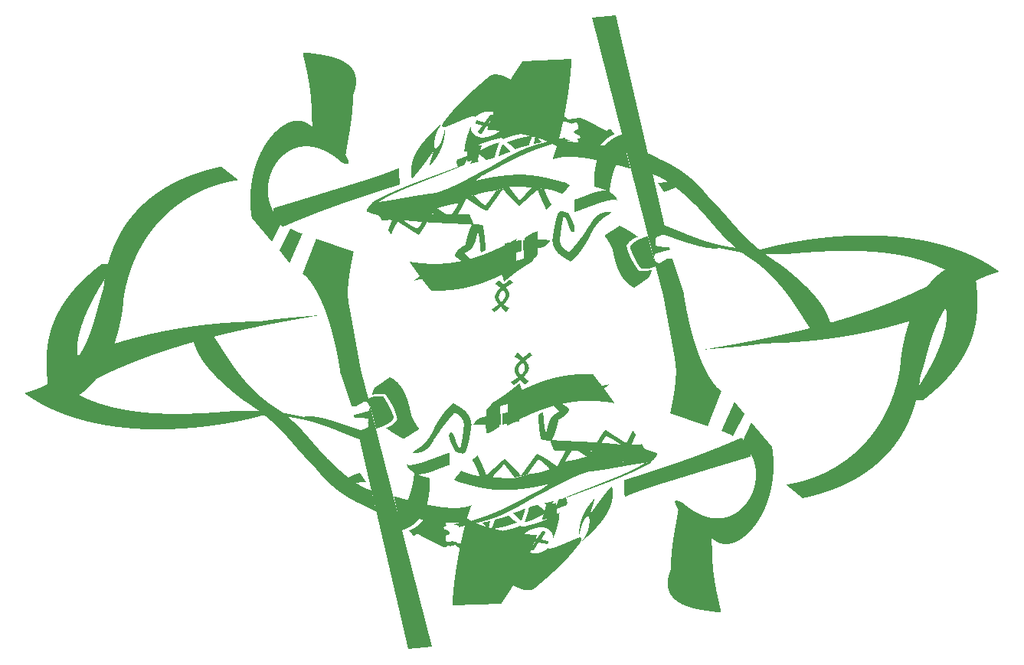
<source format=gbr>
From 5bb67efb4a742fd3a902674ca04e5a02e1066cac Mon Sep 17 00:00:00 2001
From: jaseg <git@jaseg.net>
Date: Fri, 21 Jul 2017 01:00:43 +0200
Subject: Final silk art positioning

---
 hw/chibi/chibi_2024/gerbers/chibi_2024-B.Mask.gbr | 134282 +++++++++----------
 1 file changed, 67141 insertions(+), 67141 deletions(-)

(limited to 'hw/chibi/chibi_2024/gerbers/chibi_2024-B.Mask.gbr')

diff --git a/hw/chibi/chibi_2024/gerbers/chibi_2024-B.Mask.gbr b/hw/chibi/chibi_2024/gerbers/chibi_2024-B.Mask.gbr
index 0a5c9c1..5325258 100644
--- a/hw/chibi/chibi_2024/gerbers/chibi_2024-B.Mask.gbr
+++ b/hw/chibi/chibi_2024/gerbers/chibi_2024-B.Mask.gbr
@@ -1,7 +1,7 @@
 G04 #@! TF.FileFunction,Soldermask,Bot*
 %FSLAX46Y46*%
 G04 Gerber Fmt 4.6, Leading zero omitted, Abs format (unit mm)*
-G04 Created by KiCad (PCBNEW 4.0.4-1.fc24-product) date Thu Jul 20 15:57:28 2017*
+G04 Created by KiCad (PCBNEW 4.0.4-1.fc24-product) date Thu Jul 20 16:13:00 2017*
 %MOMM*%
 %LPD*%
 G01*
@@ -24,67230 +24,67230 @@ G04 APERTURE LIST*
 G04 APERTURE END LIST*
 D10*
 G36*
-X103520659Y-58206287D02*
-X103510939Y-58215888D01*
-X103501197Y-58225462D01*
-X103491436Y-58235014D01*
-X103481659Y-58244548D01*
-X103471870Y-58254067D01*
-X103462071Y-58263575D01*
-X103452267Y-58273077D01*
-X103442459Y-58282576D01*
-X103432652Y-58292076D01*
-X103422848Y-58301581D01*
-X103413052Y-58311094D01*
-X103403265Y-58320621D01*
-X103393492Y-58330163D01*
-X103383735Y-58339727D01*
-X103373998Y-58349315D01*
-X103364284Y-58358931D01*
-X103354596Y-58368579D01*
-X103344937Y-58378264D01*
-X103335311Y-58387988D01*
-X103325722Y-58397756D01*
-X103316171Y-58407572D01*
-X103306662Y-58417440D01*
-X103297199Y-58427363D01*
-X103287785Y-58437345D01*
-X103278423Y-58447391D01*
-X103269117Y-58457505D01*
-X103259868Y-58467689D01*
-X103250682Y-58477948D01*
-X103241560Y-58488286D01*
-X103232506Y-58498707D01*
-X103223524Y-58509215D01*
-X103214617Y-58519813D01*
-X103205787Y-58530506D01*
-X103197039Y-58541297D01*
-X103188374Y-58552191D01*
-X103179798Y-58563190D01*
-X103171312Y-58574300D01*
-X103162920Y-58585523D01*
-X103151463Y-58611234D01*
-X103139962Y-58634664D01*
-X103128460Y-58655917D01*
-X103116999Y-58675098D01*
-X103105625Y-58692313D01*
-X103094381Y-58707666D01*
-X103083310Y-58721261D01*
-X103072455Y-58733204D01*
-X103061861Y-58743600D01*
-X103051572Y-58752554D01*
-X103041630Y-58760169D01*
-X103032079Y-58766552D01*
-X103022963Y-58771807D01*
-X103014326Y-58776039D01*
-X103006211Y-58779353D01*
-X102998662Y-58781854D01*
-X102991723Y-58783646D01*
-X102985436Y-58784834D01*
-X102979846Y-58785524D01*
-X102974997Y-58785820D01*
-X102970931Y-58785827D01*
-X102967693Y-58785650D01*
-X102965326Y-58785394D01*
-X102963874Y-58785163D01*
-X102963380Y-58785063D01*
-X102943605Y-58799813D01*
-X102924785Y-58814015D01*
-X102906882Y-58827690D01*
-X102889860Y-58840859D01*
-X102873683Y-58853544D01*
-X102858313Y-58865764D01*
-X102843715Y-58877542D01*
-X102829850Y-58888898D01*
-X102816684Y-58899854D01*
-X102804178Y-58910429D01*
-X102792297Y-58920647D01*
-X102781004Y-58930527D01*
-X102770261Y-58940090D01*
-X102760034Y-58949358D01*
-X102750284Y-58958352D01*
-X102740975Y-58967093D01*
-X102732070Y-58975601D01*
-X102723533Y-58983898D01*
-X102715328Y-58992005D01*
-X102707417Y-58999944D01*
-X102699764Y-59007734D01*
-X102692331Y-59015397D01*
-X102685084Y-59022955D01*
-X102677984Y-59030427D01*
-X102670996Y-59037836D01*
-X102664082Y-59045202D01*
-X102657205Y-59052547D01*
-X102650330Y-59059891D01*
-X102643420Y-59067256D01*
-X102636437Y-59074662D01*
-X102629346Y-59082130D01*
-X102622109Y-59089683D01*
-X102614691Y-59097340D01*
-X102607053Y-59105123D01*
-X102599160Y-59113052D01*
-X102590975Y-59121150D01*
-X102582461Y-59129436D01*
-X102573582Y-59137933D01*
-X102564301Y-59146660D01*
-X102568004Y-59160495D01*
-X102572062Y-59173603D01*
-X102576438Y-59186064D01*
-X102581094Y-59197959D01*
-X102585993Y-59209366D01*
-X102591099Y-59220367D01*
-X102596375Y-59231042D01*
-X102601783Y-59241470D01*
-X102592284Y-59232884D01*
-X102582796Y-59224303D01*
-X102573318Y-59215726D01*
-X102563847Y-59207151D01*
-X102554382Y-59198578D01*
-X102544921Y-59190006D01*
-X102535461Y-59181434D01*
-X102526001Y-59172861D01*
-X102516538Y-59164287D01*
-X102507070Y-59155711D01*
-X102497597Y-59147132D01*
-X102488115Y-59138548D01*
-X102478622Y-59129960D01*
-X102469117Y-59121367D01*
-X102459598Y-59112767D01*
-X102450062Y-59104160D01*
-X102440508Y-59095545D01*
-X102430934Y-59086922D01*
-X102421337Y-59078288D01*
-X102411716Y-59069645D01*
-X102402069Y-59060990D01*
-X102392393Y-59052323D01*
-X102382687Y-59043643D01*
-X102372948Y-59034949D01*
-X102363175Y-59026241D01*
-X102353366Y-59017517D01*
-X102343519Y-59008778D01*
-X102333631Y-59000021D01*
-X102323701Y-58991247D01*
-X102313727Y-58982454D01*
-X102303706Y-58973641D01*
-X102293638Y-58964809D01*
-X102283519Y-58955955D01*
-X102273347Y-58947079D01*
-X102263122Y-58938181D01*
-X102252840Y-58929259D01*
-X102242500Y-58920313D01*
-X102232100Y-58911342D01*
-X102221637Y-58902345D01*
-X102211111Y-58893321D01*
-X102200518Y-58884269D01*
-X102189857Y-58875189D01*
-X102179125Y-58866080D01*
-X102168322Y-58856941D01*
-X102157444Y-58847771D01*
-X102146491Y-58838569D01*
-X102135459Y-58829335D01*
-X102124346Y-58820067D01*
-X102113152Y-58810765D01*
-X102101874Y-58801428D01*
-X102090509Y-58792056D01*
-X102079057Y-58782647D01*
-X102067514Y-58773200D01*
-X102055879Y-58763716D01*
-X102044150Y-58754192D01*
-X102032325Y-58744628D01*
-X102020402Y-58735024D01*
-X102008379Y-58725378D01*
-X101996253Y-58715690D01*
-X101984024Y-58705959D01*
-X101971689Y-58696184D01*
-X101959245Y-58686364D01*
-X101946692Y-58676499D01*
-X101934026Y-58666587D01*
-X101921247Y-58656628D01*
-X101908351Y-58646620D01*
-X101895337Y-58636565D01*
-X101882204Y-58626459D01*
-X101868948Y-58616303D01*
-X101855568Y-58606095D01*
-X101842063Y-58595836D01*
-X101828429Y-58585523D01*
-X101839317Y-58581023D01*
-X101850267Y-58576556D01*
-X101861278Y-58572122D01*
-X101872351Y-58567721D01*
-X101883485Y-58563352D01*
-X101894679Y-58559015D01*
-X101905932Y-58554711D01*
-X101917246Y-58550438D01*
-X101928619Y-58546196D01*
-X101940050Y-58541986D01*
-X101951540Y-58537807D01*
-X101963087Y-58533659D01*
-X101974692Y-58529541D01*
-X101986354Y-58525453D01*
-X101998072Y-58521396D01*
-X102009847Y-58517368D01*
-X102021678Y-58513370D01*
-X102033563Y-58509401D01*
-X102045504Y-58505462D01*
-X102057499Y-58501551D01*
-X102069548Y-58497669D01*
-X102081651Y-58493816D01*
-X102093807Y-58489990D01*
-X102106016Y-58486192D01*
-X102118277Y-58482422D01*
-X102130590Y-58478680D01*
-X102142955Y-58474965D01*
-X102155370Y-58471276D01*
-X102167836Y-58467615D01*
-X102180353Y-58463979D01*
-X102192919Y-58460371D01*
-X102205535Y-58456788D01*
-X102218200Y-58453230D01*
-X102230913Y-58449699D01*
-X102243674Y-58446192D01*
-X102256483Y-58442711D01*
-X102269340Y-58439255D01*
-X102282243Y-58435823D01*
-X102295192Y-58432415D01*
-X102308188Y-58429031D01*
-X102321229Y-58425672D01*
-X102334315Y-58422336D01*
-X102347446Y-58419023D01*
-X102360622Y-58415733D01*
-X102373841Y-58412466D01*
-X102387104Y-58409222D01*
-X102400409Y-58406001D01*
-X102413757Y-58402801D01*
-X102427148Y-58399624D01*
-X102440580Y-58396468D01*
-X102454054Y-58393333D01*
-X102467568Y-58390220D01*
-X102481123Y-58387128D01*
-X102494718Y-58384056D01*
-X102508353Y-58381005D01*
-X102522027Y-58377974D01*
-X102535739Y-58374963D01*
-X102549490Y-58371972D01*
-X102563279Y-58369001D01*
-X102577106Y-58366049D01*
-X102590970Y-58363116D01*
-X102604870Y-58360201D01*
-X102618806Y-58357306D01*
-X102632779Y-58354428D01*
-X102646787Y-58351569D01*
-X102660829Y-58348727D01*
-X102674907Y-58345904D01*
-X102689018Y-58343097D01*
-X102703163Y-58340308D01*
-X102717342Y-58337535D01*
-X102731553Y-58334780D01*
-X102745797Y-58332040D01*
-X102760072Y-58329317D01*
-X102774380Y-58326610D01*
-X102788718Y-58323919D01*
-X102803087Y-58321243D01*
-X102817487Y-58318582D01*
-X102831916Y-58315936D01*
-X102846375Y-58313305D01*
-X102860863Y-58310688D01*
-X102875380Y-58308086D01*
-X102889925Y-58305498D01*
-X102904497Y-58302923D01*
-X102919097Y-58300362D01*
-X102933724Y-58297815D01*
-X102948377Y-58295280D01*
-X102963057Y-58292758D01*
-X102977762Y-58290249D01*
-X102992492Y-58287752D01*
-X103007247Y-58285268D01*
-X103022027Y-58282795D01*
-X103036831Y-58280334D01*
-X103051658Y-58277884D01*
-X103066508Y-58275445D01*
-X103081381Y-58273018D01*
-X103096276Y-58270601D01*
-X103111193Y-58268194D01*
-X103126131Y-58265798D01*
-X103141090Y-58263411D01*
-X103156070Y-58261035D01*
-X103171070Y-58258667D01*
-X103186090Y-58256310D01*
-X103201129Y-58253961D01*
-X103216187Y-58251620D01*
-X103231264Y-58249289D01*
-X103246358Y-58246965D01*
-X103261470Y-58244650D01*
-X103276600Y-58242342D01*
-X103291746Y-58240042D01*
-X103306908Y-58237750D01*
-X103322086Y-58235464D01*
-X103337280Y-58233185D01*
-X103352489Y-58230913D01*
-X103367712Y-58228647D01*
-X103382950Y-58226388D01*
-X103398202Y-58224134D01*
-X103413466Y-58221886D01*
-X103428744Y-58219643D01*
-X103444034Y-58217406D01*
-X103459337Y-58215173D01*
-X103474651Y-58212945D01*
-X103489976Y-58210722D01*
-X103505313Y-58208502D01*
-X103520659Y-58206287D01*
-X103520659Y-58206287D01*
+X94345341Y-102829713D02*
+X94355061Y-102820112D01*
+X94364803Y-102810538D01*
+X94374564Y-102800986D01*
+X94384341Y-102791452D01*
+X94394130Y-102781933D01*
+X94403929Y-102772425D01*
+X94413733Y-102762923D01*
+X94423541Y-102753424D01*
+X94433348Y-102743924D01*
+X94443152Y-102734419D01*
+X94452948Y-102724906D01*
+X94462735Y-102715379D01*
+X94472508Y-102705837D01*
+X94482265Y-102696273D01*
+X94492002Y-102686685D01*
+X94501716Y-102677069D01*
+X94511404Y-102667421D01*
+X94521063Y-102657736D01*
+X94530689Y-102648012D01*
+X94540278Y-102638244D01*
+X94549829Y-102628428D01*
+X94559338Y-102618560D01*
+X94568801Y-102608637D01*
+X94578215Y-102598655D01*
+X94587577Y-102588609D01*
+X94596883Y-102578495D01*
+X94606132Y-102568311D01*
+X94615318Y-102558052D01*
+X94624440Y-102547714D01*
+X94633494Y-102537293D01*
+X94642476Y-102526785D01*
+X94651383Y-102516187D01*
+X94660213Y-102505494D01*
+X94668961Y-102494703D01*
+X94677626Y-102483809D01*
+X94686202Y-102472810D01*
+X94694688Y-102461700D01*
+X94703080Y-102450477D01*
+X94714537Y-102424766D01*
+X94726038Y-102401336D01*
+X94737540Y-102380083D01*
+X94749001Y-102360902D01*
+X94760375Y-102343687D01*
+X94771619Y-102328334D01*
+X94782690Y-102314739D01*
+X94793545Y-102302796D01*
+X94804139Y-102292400D01*
+X94814428Y-102283446D01*
+X94824370Y-102275831D01*
+X94833921Y-102269448D01*
+X94843037Y-102264193D01*
+X94851674Y-102259961D01*
+X94859789Y-102256647D01*
+X94867338Y-102254146D01*
+X94874277Y-102252354D01*
+X94880564Y-102251166D01*
+X94886154Y-102250476D01*
+X94891003Y-102250180D01*
+X94895069Y-102250173D01*
+X94898307Y-102250350D01*
+X94900674Y-102250606D01*
+X94902126Y-102250837D01*
+X94902620Y-102250937D01*
+X94922395Y-102236187D01*
+X94941215Y-102221985D01*
+X94959118Y-102208310D01*
+X94976140Y-102195141D01*
+X94992317Y-102182456D01*
+X95007687Y-102170236D01*
+X95022285Y-102158458D01*
+X95036150Y-102147102D01*
+X95049316Y-102136146D01*
+X95061822Y-102125571D01*
+X95073703Y-102115353D01*
+X95084996Y-102105473D01*
+X95095739Y-102095910D01*
+X95105966Y-102086642D01*
+X95115716Y-102077648D01*
+X95125025Y-102068907D01*
+X95133930Y-102060399D01*
+X95142467Y-102052102D01*
+X95150672Y-102043995D01*
+X95158583Y-102036056D01*
+X95166236Y-102028266D01*
+X95173669Y-102020603D01*
+X95180916Y-102013045D01*
+X95188016Y-102005573D01*
+X95195004Y-101998164D01*
+X95201918Y-101990798D01*
+X95208795Y-101983453D01*
+X95215670Y-101976109D01*
+X95222580Y-101968744D01*
+X95229563Y-101961338D01*
+X95236654Y-101953870D01*
+X95243891Y-101946317D01*
+X95251309Y-101938660D01*
+X95258947Y-101930877D01*
+X95266840Y-101922948D01*
+X95275025Y-101914850D01*
+X95283539Y-101906564D01*
+X95292418Y-101898067D01*
+X95301699Y-101889340D01*
+X95297996Y-101875505D01*
+X95293938Y-101862397D01*
+X95289562Y-101849936D01*
+X95284906Y-101838041D01*
+X95280007Y-101826634D01*
+X95274901Y-101815633D01*
+X95269625Y-101804958D01*
+X95264217Y-101794530D01*
+X95273716Y-101803116D01*
+X95283204Y-101811697D01*
+X95292682Y-101820274D01*
+X95302153Y-101828849D01*
+X95311618Y-101837422D01*
+X95321079Y-101845994D01*
+X95330539Y-101854566D01*
+X95339999Y-101863139D01*
+X95349462Y-101871713D01*
+X95358930Y-101880289D01*
+X95368403Y-101888868D01*
+X95377885Y-101897452D01*
+X95387378Y-101906040D01*
+X95396883Y-101914633D01*
+X95406402Y-101923233D01*
+X95415938Y-101931840D01*
+X95425492Y-101940455D01*
+X95435066Y-101949078D01*
+X95444663Y-101957712D01*
+X95454284Y-101966355D01*
+X95463931Y-101975010D01*
+X95473607Y-101983677D01*
+X95483313Y-101992357D01*
+X95493052Y-102001051D01*
+X95502825Y-102009759D01*
+X95512634Y-102018483D01*
+X95522481Y-102027222D01*
+X95532369Y-102035979D01*
+X95542299Y-102044753D01*
+X95552273Y-102053546D01*
+X95562294Y-102062359D01*
+X95572362Y-102071191D01*
+X95582481Y-102080045D01*
+X95592653Y-102088921D01*
+X95602878Y-102097819D01*
+X95613160Y-102106741D01*
+X95623500Y-102115687D01*
+X95633900Y-102124658D01*
+X95644363Y-102133655D01*
+X95654889Y-102142679D01*
+X95665482Y-102151731D01*
+X95676143Y-102160811D01*
+X95686875Y-102169920D01*
+X95697678Y-102179059D01*
+X95708556Y-102188229D01*
+X95719509Y-102197431D01*
+X95730541Y-102206665D01*
+X95741654Y-102215933D01*
+X95752848Y-102225235D01*
+X95764126Y-102234572D01*
+X95775491Y-102243944D01*
+X95786943Y-102253353D01*
+X95798486Y-102262800D01*
+X95810121Y-102272284D01*
+X95821850Y-102281808D01*
+X95833675Y-102291372D01*
+X95845598Y-102300976D01*
+X95857621Y-102310622D01*
+X95869747Y-102320310D01*
+X95881976Y-102330041D01*
+X95894311Y-102339816D01*
+X95906755Y-102349636D01*
+X95919308Y-102359501D01*
+X95931974Y-102369413D01*
+X95944753Y-102379372D01*
+X95957649Y-102389380D01*
+X95970663Y-102399435D01*
+X95983796Y-102409541D01*
+X95997052Y-102419697D01*
+X96010432Y-102429905D01*
+X96023937Y-102440164D01*
+X96037571Y-102450477D01*
+X96026683Y-102454977D01*
+X96015733Y-102459444D01*
+X96004722Y-102463878D01*
+X95993649Y-102468279D01*
+X95982515Y-102472648D01*
+X95971321Y-102476985D01*
+X95960068Y-102481289D01*
+X95948754Y-102485562D01*
+X95937381Y-102489804D01*
+X95925950Y-102494014D01*
+X95914460Y-102498193D01*
+X95902913Y-102502341D01*
+X95891308Y-102506459D01*
+X95879646Y-102510547D01*
+X95867928Y-102514604D01*
+X95856153Y-102518632D01*
+X95844322Y-102522630D01*
+X95832437Y-102526599D01*
+X95820496Y-102530538D01*
+X95808501Y-102534449D01*
+X95796452Y-102538331D01*
+X95784349Y-102542184D01*
+X95772193Y-102546010D01*
+X95759984Y-102549808D01*
+X95747723Y-102553578D01*
+X95735410Y-102557320D01*
+X95723045Y-102561035D01*
+X95710630Y-102564724D01*
+X95698164Y-102568385D01*
+X95685647Y-102572021D01*
+X95673081Y-102575629D01*
+X95660465Y-102579212D01*
+X95647800Y-102582770D01*
+X95635087Y-102586301D01*
+X95622326Y-102589808D01*
+X95609517Y-102593289D01*
+X95596660Y-102596745D01*
+X95583757Y-102600177D01*
+X95570808Y-102603585D01*
+X95557812Y-102606969D01*
+X95544771Y-102610328D01*
+X95531685Y-102613664D01*
+X95518554Y-102616977D01*
+X95505378Y-102620267D01*
+X95492159Y-102623534D01*
+X95478896Y-102626778D01*
+X95465591Y-102629999D01*
+X95452243Y-102633199D01*
+X95438852Y-102636376D01*
+X95425420Y-102639532D01*
+X95411946Y-102642667D01*
+X95398432Y-102645780D01*
+X95384877Y-102648872D01*
+X95371282Y-102651944D01*
+X95357647Y-102654995D01*
+X95343973Y-102658026D01*
+X95330261Y-102661037D01*
+X95316510Y-102664028D01*
+X95302721Y-102666999D01*
+X95288894Y-102669951D01*
+X95275030Y-102672884D01*
+X95261130Y-102675799D01*
+X95247194Y-102678694D01*
+X95233221Y-102681572D01*
+X95219213Y-102684431D01*
+X95205171Y-102687273D01*
+X95191093Y-102690096D01*
+X95176982Y-102692903D01*
+X95162837Y-102695692D01*
+X95148658Y-102698465D01*
+X95134447Y-102701220D01*
+X95120203Y-102703960D01*
+X95105928Y-102706683D01*
+X95091620Y-102709390D01*
+X95077282Y-102712081D01*
+X95062913Y-102714757D01*
+X95048513Y-102717418D01*
+X95034084Y-102720064D01*
+X95019625Y-102722695D01*
+X95005137Y-102725312D01*
+X94990620Y-102727914D01*
+X94976075Y-102730502D01*
+X94961503Y-102733077D01*
+X94946903Y-102735638D01*
+X94932276Y-102738185D01*
+X94917623Y-102740720D01*
+X94902943Y-102743242D01*
+X94888238Y-102745751D01*
+X94873508Y-102748248D01*
+X94858753Y-102750732D01*
+X94843973Y-102753205D01*
+X94829169Y-102755666D01*
+X94814342Y-102758116D01*
+X94799492Y-102760555D01*
+X94784619Y-102762982D01*
+X94769724Y-102765399D01*
+X94754807Y-102767806D01*
+X94739869Y-102770202D01*
+X94724910Y-102772589D01*
+X94709930Y-102774965D01*
+X94694930Y-102777333D01*
+X94679910Y-102779690D01*
+X94664871Y-102782039D01*
+X94649813Y-102784380D01*
+X94634736Y-102786711D01*
+X94619642Y-102789035D01*
+X94604530Y-102791350D01*
+X94589400Y-102793658D01*
+X94574254Y-102795958D01*
+X94559092Y-102798250D01*
+X94543914Y-102800536D01*
+X94528720Y-102802815D01*
+X94513511Y-102805087D01*
+X94498288Y-102807353D01*
+X94483050Y-102809612D01*
+X94467798Y-102811866D01*
+X94452534Y-102814114D01*
+X94437256Y-102816357D01*
+X94421966Y-102818594D01*
+X94406663Y-102820827D01*
+X94391349Y-102823055D01*
+X94376024Y-102825278D01*
+X94360687Y-102827498D01*
+X94345341Y-102829713D01*
+X94345341Y-102829713D01*
 G37*
 G36*
-X76106518Y-49548350D02*
-X76117633Y-49549183D01*
-X76129023Y-49550107D01*
-X76140691Y-49551120D01*
-X76152641Y-49552220D01*
-X76164874Y-49553406D01*
-X76177395Y-49554675D01*
-X76190205Y-49556027D01*
-X76203307Y-49557459D01*
-X76216704Y-49558971D01*
-X76230399Y-49560559D01*
-X76244394Y-49562223D01*
-X76258693Y-49563961D01*
-X76273298Y-49565771D01*
-X76288211Y-49567651D01*
-X76303436Y-49569600D01*
-X76318976Y-49571617D01*
-X76334832Y-49573699D01*
-X76351009Y-49575844D01*
-X76367508Y-49578052D01*
-X76384332Y-49580320D01*
-X76389983Y-49581272D01*
-X76395669Y-49582223D01*
-X76401390Y-49583174D01*
-X76407145Y-49584123D01*
-X76412935Y-49585073D01*
-X76418759Y-49586022D01*
-X76424617Y-49586970D01*
-X76430509Y-49587918D01*
-X76436435Y-49588866D01*
-X76442395Y-49589813D01*
-X76448389Y-49590760D01*
-X76454416Y-49591707D01*
-X76460476Y-49592654D01*
-X76466570Y-49593600D01*
-X76472697Y-49594547D01*
-X76478856Y-49595493D01*
-X76485049Y-49596440D01*
-X76491275Y-49597387D01*
-X76497533Y-49598333D01*
-X76503824Y-49599281D01*
-X76510147Y-49600228D01*
-X76516502Y-49601175D01*
-X76522890Y-49602123D01*
-X76529309Y-49603072D01*
-X76535761Y-49604021D01*
-X76542244Y-49604970D01*
-X76548759Y-49605920D01*
-X76555305Y-49606870D01*
-X76561883Y-49607821D01*
-X76568492Y-49608773D01*
-X76575132Y-49609725D01*
-X76581804Y-49610679D01*
-X76588506Y-49611633D01*
-X76595239Y-49612588D01*
-X76602002Y-49613544D01*
-X76608796Y-49614501D01*
-X76615621Y-49615459D01*
-X76622476Y-49616418D01*
-X76629360Y-49617378D01*
-X76636275Y-49618339D01*
-X76643220Y-49619302D01*
-X76650195Y-49620266D01*
-X76657199Y-49621231D01*
-X76664232Y-49622198D01*
-X76671296Y-49623166D01*
-X76678388Y-49624135D01*
-X76685509Y-49625107D01*
-X76692660Y-49626079D01*
-X76699839Y-49627054D01*
-X76707047Y-49628030D01*
-X76714284Y-49629007D01*
-X76721550Y-49629987D01*
-X76728843Y-49630968D01*
-X76736165Y-49631951D01*
-X76743515Y-49632937D01*
-X76750893Y-49633924D01*
-X76758299Y-49634913D01*
-X76765733Y-49635904D01*
-X76773194Y-49636897D01*
-X76780683Y-49637893D01*
-X76788199Y-49638891D01*
-X76795743Y-49639891D01*
-X76803313Y-49640893D01*
-X76810911Y-49641898D01*
-X76818536Y-49642905D01*
-X76826187Y-49643915D01*
-X76833865Y-49644927D01*
-X76841569Y-49645942D01*
-X76849300Y-49646959D01*
-X76857057Y-49647979D01*
-X76864840Y-49649002D01*
-X76872649Y-49650028D01*
-X76880484Y-49651056D01*
-X76888345Y-49652087D01*
-X76896231Y-49653122D01*
-X76904143Y-49654159D01*
-X76912080Y-49655199D01*
-X76920043Y-49656242D01*
-X76928031Y-49657289D01*
-X76936043Y-49658338D01*
-X76944081Y-49659391D01*
-X76952143Y-49660447D01*
-X76960230Y-49661506D01*
-X76968341Y-49662569D01*
-X76976477Y-49663635D01*
-X76984637Y-49664705D01*
-X76992821Y-49665778D01*
-X77001029Y-49666855D01*
-X77009261Y-49667935D01*
-X77017517Y-49669019D01*
-X77025796Y-49670107D01*
-X77034099Y-49671198D01*
-X77042425Y-49672293D01*
-X77050774Y-49673393D01*
-X77059147Y-49674496D01*
-X77067542Y-49675603D01*
-X77075961Y-49676714D01*
-X77084402Y-49677829D01*
-X77092865Y-49678948D01*
-X77101352Y-49680071D01*
-X77109860Y-49681199D01*
-X77118391Y-49682331D01*
-X77126944Y-49683467D01*
-X77135519Y-49684607D01*
-X77144115Y-49685752D01*
-X77152734Y-49686902D01*
-X77161374Y-49688056D01*
-X77170036Y-49689214D01*
-X77178719Y-49690377D01*
-X77187423Y-49691545D01*
-X77196148Y-49692717D01*
-X77204894Y-49693894D01*
-X77213661Y-49695076D01*
-X77222449Y-49696263D01*
-X77231258Y-49697455D01*
-X77240086Y-49698652D01*
-X77248936Y-49699853D01*
-X77257805Y-49701060D01*
-X77266695Y-49702272D01*
-X77275604Y-49703489D01*
-X77284534Y-49704711D01*
-X77293483Y-49705939D01*
-X77302452Y-49707171D01*
-X77311440Y-49708410D01*
-X77320448Y-49709653D01*
-X77329474Y-49710902D01*
-X77338520Y-49712156D01*
-X77347585Y-49713416D01*
-X77356669Y-49714682D01*
-X77365771Y-49715953D01*
-X77374892Y-49717230D01*
-X77384032Y-49718513D01*
-X77393190Y-49719802D01*
-X77402366Y-49721096D01*
-X77411560Y-49722396D01*
-X77420772Y-49723702D01*
-X77430002Y-49725015D01*
-X77439250Y-49726333D01*
-X77448515Y-49727657D01*
-X77457798Y-49728988D01*
-X77467098Y-49730324D01*
-X77476415Y-49731667D01*
-X77485750Y-49733016D01*
-X77495101Y-49734372D01*
-X77504469Y-49735734D01*
-X77513854Y-49737102D01*
-X77523256Y-49738477D01*
-X77532674Y-49739858D01*
-X77542108Y-49741246D01*
-X77551558Y-49742641D01*
-X77561025Y-49744042D01*
-X77570508Y-49745451D01*
-X77580006Y-49746865D01*
-X77589520Y-49748287D01*
-X77599050Y-49749716D01*
-X77608595Y-49751151D01*
-X77618155Y-49752594D01*
-X77627731Y-49754043D01*
-X77637322Y-49755500D01*
-X77646928Y-49756964D01*
-X77656548Y-49758435D01*
-X77666183Y-49759913D01*
-X77675833Y-49761398D01*
-X77685498Y-49762891D01*
-X77695176Y-49764391D01*
-X77704869Y-49765899D01*
-X77714576Y-49767414D01*
-X77724297Y-49768937D01*
-X77734032Y-49770467D01*
-X77743780Y-49772005D01*
-X77753542Y-49773550D01*
-X77763317Y-49775103D01*
-X77773106Y-49776664D01*
-X77782908Y-49778233D01*
-X77792723Y-49779810D01*
-X77802551Y-49781395D01*
-X77812392Y-49782987D01*
-X77822246Y-49784588D01*
-X77832112Y-49786197D01*
-X77841990Y-49787814D01*
-X77851881Y-49789439D01*
-X77861784Y-49791072D01*
-X77871699Y-49792714D01*
-X77881626Y-49794363D01*
-X77891565Y-49796022D01*
-X77901516Y-49797688D01*
-X77911478Y-49799364D01*
-X77921451Y-49801047D01*
-X77931436Y-49802740D01*
-X77941432Y-49804440D01*
-X77951440Y-49806150D01*
-X77961458Y-49807868D01*
-X77971487Y-49809595D01*
-X77981526Y-49811331D01*
-X77991576Y-49813076D01*
-X78001637Y-49814829D01*
-X78011708Y-49816592D01*
-X78021789Y-49818364D01*
-X78031880Y-49820144D01*
-X78041981Y-49821934D01*
-X78052092Y-49823733D01*
-X78062213Y-49825541D01*
-X78072343Y-49827359D01*
-X78082483Y-49829186D01*
-X78092632Y-49831022D01*
-X78102790Y-49832867D01*
-X78112957Y-49834722D01*
-X78123133Y-49836587D01*
-X78133318Y-49838461D01*
-X78143512Y-49840345D01*
-X78153714Y-49842238D01*
-X78163924Y-49844141D01*
-X78174143Y-49846054D01*
-X78184370Y-49847977D01*
-X78194606Y-49849909D01*
-X78204849Y-49851852D01*
-X78215099Y-49853804D01*
-X78225358Y-49855767D01*
-X78235624Y-49857739D01*
-X78245898Y-49859722D01*
-X78256178Y-49861715D01*
-X78266466Y-49863718D01*
-X78276762Y-49865731D01*
-X78287064Y-49867754D01*
-X78297372Y-49869788D01*
-X78307688Y-49871832D01*
-X78318010Y-49873887D01*
-X78328338Y-49875952D01*
-X78338673Y-49878028D01*
-X78349014Y-49880115D01*
-X78359361Y-49882212D01*
-X78369714Y-49884320D01*
-X78380072Y-49886438D01*
-X78390437Y-49888567D01*
-X78400807Y-49890708D01*
-X78411182Y-49892859D01*
-X78421562Y-49895021D01*
-X78431948Y-49897194D01*
-X78442339Y-49899378D01*
-X78452735Y-49901573D01*
-X78463135Y-49903779D01*
-X78473540Y-49905997D01*
-X78483950Y-49908226D01*
-X78494364Y-49910466D01*
-X78504783Y-49912717D01*
-X78515205Y-49914980D01*
-X78525632Y-49917254D01*
-X78536063Y-49919540D01*
-X78546497Y-49921837D01*
-X78556935Y-49924146D01*
-X78567376Y-49926467D01*
-X78577821Y-49928799D01*
-X78588270Y-49931143D01*
-X78598721Y-49933499D01*
-X78609175Y-49935866D01*
-X78619633Y-49938246D01*
-X78630093Y-49940637D01*
-X78640556Y-49943041D01*
-X78651021Y-49945456D01*
-X78661489Y-49947884D01*
-X78671959Y-49950324D01*
-X78682431Y-49952776D01*
-X78692905Y-49955240D01*
-X78703381Y-49957716D01*
-X78713859Y-49960205D01*
-X78724339Y-49962706D01*
-X78734820Y-49965220D01*
-X78745302Y-49967746D01*
-X78755786Y-49970285D01*
-X78766271Y-49972836D01*
-X78776757Y-49975400D01*
-X78787244Y-49977977D01*
-X78797731Y-49980566D01*
-X78808220Y-49983168D01*
-X78818708Y-49985783D01*
-X78829198Y-49988411D01*
-X78839687Y-49991051D01*
-X78850177Y-49993705D01*
-X78860666Y-49996372D01*
-X78871156Y-49999052D01*
-X78881645Y-50001745D01*
-X78892134Y-50004451D01*
-X78902623Y-50007170D01*
-X78913111Y-50009903D01*
-X78923598Y-50012649D01*
-X78934084Y-50015408D01*
-X78944569Y-50018181D01*
-X78955054Y-50020967D01*
-X78965537Y-50023767D01*
-X78976018Y-50026581D01*
-X78986498Y-50029408D01*
-X78996977Y-50032248D01*
-X79007454Y-50035103D01*
-X79017929Y-50037971D01*
-X79028402Y-50040853D01*
-X79038873Y-50043749D01*
-X79049341Y-50046659D01*
-X79059807Y-50049583D01*
-X79070271Y-50052521D01*
-X79080732Y-50055472D01*
-X79091191Y-50058438D01*
-X79101646Y-50061419D01*
-X79112099Y-50064413D01*
-X79122548Y-50067422D01*
-X79132995Y-50070445D01*
-X79143437Y-50073482D01*
-X79153877Y-50076534D01*
-X79164313Y-50079600D01*
-X79174745Y-50082681D01*
-X79185173Y-50085777D01*
-X79195597Y-50088887D01*
-X79206017Y-50092011D01*
-X79216433Y-50095151D01*
-X79226844Y-50098305D01*
-X79237251Y-50101474D01*
-X79247653Y-50104658D01*
-X79258051Y-50107856D01*
-X79268444Y-50111070D01*
-X79278831Y-50114299D01*
-X79289214Y-50117543D01*
-X79299591Y-50120802D01*
-X79309963Y-50124076D01*
-X79320330Y-50127365D01*
-X79330691Y-50130670D01*
-X79341046Y-50133989D01*
-X79351395Y-50137325D01*
-X79361738Y-50140675D01*
-X79372075Y-50144041D01*
-X79382406Y-50147423D01*
-X79392730Y-50150820D01*
-X79403048Y-50154233D01*
-X79413360Y-50157662D01*
-X79423664Y-50161106D01*
-X79433962Y-50164566D01*
-X79444253Y-50168041D01*
-X79454536Y-50171533D01*
-X79464813Y-50175041D01*
-X79475082Y-50178564D01*
-X79485343Y-50182103D01*
-X79495597Y-50185659D01*
-X79505843Y-50189231D01*
-X79516081Y-50192818D01*
-X79526311Y-50196422D01*
-X79536533Y-50200043D01*
-X79546747Y-50203679D01*
-X79556952Y-50207332D01*
-X79567149Y-50211001D01*
-X79577338Y-50214687D01*
-X79587517Y-50218389D01*
-X79597688Y-50222108D01*
-X79607849Y-50225844D01*
-X79618002Y-50229596D01*
-X79628145Y-50233365D01*
-X79638279Y-50237150D01*
-X79648403Y-50240952D01*
-X79658518Y-50244772D01*
-X79668622Y-50248608D01*
-X79678717Y-50252461D01*
-X79688802Y-50256331D01*
-X79698877Y-50260218D01*
-X79708942Y-50264122D01*
-X79718996Y-50268043D01*
-X79729040Y-50271982D01*
-X79739073Y-50275938D01*
-X79749095Y-50279911D01*
-X79759106Y-50283901D01*
-X79769107Y-50287909D01*
-X79779096Y-50291934D01*
-X79789074Y-50295977D01*
-X79799040Y-50300037D01*
-X79808995Y-50304115D01*
-X79818939Y-50308211D01*
-X79828870Y-50312324D01*
-X79838790Y-50316455D01*
-X79848698Y-50320603D01*
-X79858593Y-50324770D01*
-X79868476Y-50328955D01*
-X79878347Y-50333157D01*
-X79888206Y-50337377D01*
-X79898051Y-50341616D01*
-X79907884Y-50345872D01*
-X79917704Y-50350147D01*
-X79927511Y-50354440D01*
-X79937305Y-50358751D01*
-X79947085Y-50363080D01*
-X79956853Y-50367428D01*
-X79966606Y-50371794D01*
-X79976346Y-50376179D01*
-X79986072Y-50380582D01*
-X79995784Y-50385003D01*
-X80005483Y-50389443D01*
-X80015167Y-50393902D01*
-X80024837Y-50398380D01*
-X80034492Y-50402876D01*
-X80044133Y-50407391D01*
-X80053759Y-50411925D01*
-X80063370Y-50416477D01*
-X80072967Y-50421049D01*
-X80082548Y-50425640D01*
-X80092115Y-50430249D01*
-X80101666Y-50434878D01*
-X80111201Y-50439526D01*
-X80120721Y-50444193D01*
-X80130226Y-50448879D01*
-X80139714Y-50453585D01*
-X80149187Y-50458310D01*
-X80158644Y-50463054D01*
-X80168084Y-50467817D01*
-X80177509Y-50472601D01*
-X80186916Y-50477403D01*
-X80196308Y-50482226D01*
-X80205682Y-50487067D01*
-X80215040Y-50491929D01*
-X80224381Y-50496810D01*
-X80233705Y-50501711D01*
-X80243011Y-50506632D01*
-X80252301Y-50511573D01*
-X80261573Y-50516534D01*
-X80270827Y-50521514D01*
-X80280064Y-50526515D01*
-X80289283Y-50531536D01*
-X80298484Y-50536576D01*
-X80307667Y-50541638D01*
-X80316832Y-50546719D01*
-X80325978Y-50551820D01*
-X80335106Y-50556942D01*
-X80344216Y-50562084D01*
-X80353307Y-50567247D01*
-X80362379Y-50572430D01*
-X80371432Y-50577634D01*
-X80380466Y-50582858D01*
-X80389481Y-50588103D01*
-X80398477Y-50593368D01*
-X80407453Y-50598654D01*
-X80416409Y-50603961D01*
-X80425346Y-50609289D01*
-X80434263Y-50614638D01*
-X80443161Y-50620007D01*
-X80452038Y-50625398D01*
-X80460895Y-50630809D01*
-X80469732Y-50636242D01*
-X80478548Y-50641695D01*
-X80487343Y-50647170D01*
-X80496118Y-50652666D01*
-X80504873Y-50658184D01*
-X80513606Y-50663722D01*
-X80522318Y-50669282D01*
-X80531009Y-50674864D01*
-X80539679Y-50680466D01*
-X80548327Y-50686091D01*
-X80556954Y-50691737D01*
-X80565559Y-50697404D01*
-X80574142Y-50703093D01*
-X80582704Y-50708804D01*
-X80591243Y-50714537D01*
-X80599760Y-50720291D01*
-X80608255Y-50726068D01*
-X80616727Y-50731866D01*
-X80625177Y-50737686D01*
-X80633604Y-50743528D01*
-X80642008Y-50749393D01*
-X80650389Y-50755279D01*
-X80658747Y-50761187D01*
-X80667082Y-50767118D01*
-X80675394Y-50773071D01*
-X80683682Y-50779046D01*
-X80691947Y-50785044D01*
-X80700188Y-50791064D01*
-X80708405Y-50797106D01*
-X80716599Y-50803171D01*
-X80724768Y-50809259D01*
-X80732913Y-50815369D01*
-X80741033Y-50821502D01*
-X80749130Y-50827657D01*
-X80757201Y-50833835D01*
-X80765248Y-50840036D01*
-X80773270Y-50846260D01*
-X80781267Y-50852507D01*
-X80789240Y-50858777D01*
-X80797186Y-50865069D01*
-X80805108Y-50871385D01*
-X80813004Y-50877724D01*
-X80820875Y-50884086D01*
-X80828719Y-50890471D01*
-X80836539Y-50896879D01*
-X80844332Y-50903311D01*
-X80852099Y-50909766D01*
-X80859839Y-50916245D01*
-X80867554Y-50922746D01*
-X80875242Y-50929272D01*
-X80882903Y-50935821D01*
-X80890538Y-50942393D01*
-X80898146Y-50948989D01*
-X80905727Y-50955609D01*
-X80913281Y-50962253D01*
-X80920807Y-50968920D01*
-X80928307Y-50975611D01*
-X80935778Y-50982326D01*
-X80943223Y-50989065D01*
-X80950639Y-50995828D01*
-X80958028Y-51002615D01*
-X80965389Y-51009426D01*
-X80972721Y-51016262D01*
-X80980026Y-51023121D01*
-X80987302Y-51030005D01*
-X80994550Y-51036913D01*
-X81001769Y-51043845D01*
-X81008959Y-51050802D01*
-X81016121Y-51057783D01*
-X81023253Y-51064789D01*
-X81030357Y-51071819D01*
-X81037431Y-51078873D01*
-X81044476Y-51085953D01*
-X81051491Y-51093057D01*
-X81058477Y-51100185D01*
-X81065433Y-51107339D01*
-X81072360Y-51114517D01*
-X81079256Y-51121721D01*
-X81086122Y-51128949D01*
-X81092958Y-51136202D01*
-X81099764Y-51143480D01*
-X81106539Y-51150783D01*
-X81113284Y-51158112D01*
-X81119997Y-51165465D01*
-X81126680Y-51172844D01*
-X81133333Y-51180248D01*
-X81139954Y-51187678D01*
-X81146543Y-51195132D01*
-X81153102Y-51202612D01*
-X81159629Y-51210118D01*
-X81166124Y-51217649D01*
-X81172588Y-51225206D01*
-X81179019Y-51232788D01*
-X81185419Y-51240397D01*
-X81191787Y-51248030D01*
-X81198122Y-51255690D01*
-X81204425Y-51263375D01*
-X81210696Y-51271086D01*
-X81216934Y-51278824D01*
-X81223139Y-51286587D01*
-X81229312Y-51294376D01*
-X81235451Y-51302191D01*
-X81241557Y-51310032D01*
-X81247631Y-51317900D01*
-X81253670Y-51325794D01*
-X81259677Y-51333714D01*
-X81265649Y-51341660D01*
-X81271588Y-51349633D01*
-X81277493Y-51357632D01*
-X81283364Y-51365657D01*
-X81289201Y-51373709D01*
-X81295004Y-51381788D01*
-X81300772Y-51389893D01*
-X81306506Y-51398025D01*
-X81312206Y-51406184D01*
-X81317870Y-51414369D01*
-X81323500Y-51422581D01*
-X81329095Y-51430820D01*
-X81334654Y-51439086D01*
-X81340179Y-51447379D01*
-X81345668Y-51455699D01*
-X81351121Y-51464046D01*
-X81356539Y-51472420D01*
-X81361921Y-51480821D01*
-X81367267Y-51489250D01*
-X81372578Y-51497706D01*
-X81377852Y-51506189D01*
-X81383090Y-51514699D01*
-X81388291Y-51523237D01*
-X81393456Y-51531802D01*
-X81398585Y-51540395D01*
-X81403676Y-51549015D01*
-X81408731Y-51557663D01*
-X81413749Y-51566339D01*
-X81418730Y-51575042D01*
-X81423673Y-51583773D01*
-X81428579Y-51592532D01*
-X81433448Y-51601319D01*
-X81438279Y-51610133D01*
-X81443072Y-51618976D01*
-X81447828Y-51627846D01*
-X81452545Y-51636745D01*
-X81457224Y-51645672D01*
-X81461865Y-51654626D01*
-X81466468Y-51663609D01*
-X81471032Y-51672621D01*
-X81475557Y-51681660D01*
-X81480044Y-51690728D01*
-X81484492Y-51699825D01*
-X81488901Y-51708949D01*
-X81493271Y-51718103D01*
-X81497601Y-51727285D01*
-X81501892Y-51736495D01*
-X81506144Y-51745734D01*
-X81510356Y-51755002D01*
-X81514528Y-51764298D01*
-X81518660Y-51773624D01*
-X81522752Y-51782978D01*
-X81526805Y-51792361D01*
-X81530816Y-51801773D01*
-X81534788Y-51811214D01*
-X81538719Y-51820684D01*
-X81542609Y-51830183D01*
-X81546459Y-51839711D01*
-X81550268Y-51849269D01*
-X81554035Y-51858855D01*
-X81557762Y-51868471D01*
-X81561447Y-51878117D01*
-X81565091Y-51887791D01*
-X81568694Y-51897496D01*
-X81572255Y-51907229D01*
-X81575774Y-51916992D01*
-X81579251Y-51926785D01*
-X81582686Y-51936608D01*
-X81586079Y-51946460D01*
-X81589429Y-51956342D01*
-X81592738Y-51966253D01*
-X81596004Y-51976195D01*
-X81599227Y-51986166D01*
-X81602407Y-51996167D01*
-X81605545Y-52006199D01*
-X81608639Y-52016260D01*
-X81611690Y-52026351D01*
-X81614699Y-52036473D01*
-X81617663Y-52046624D01*
-X81620584Y-52056806D01*
-X81623462Y-52067019D01*
-X81626296Y-52077261D01*
-X81629085Y-52087534D01*
-X81631831Y-52097837D01*
-X81634533Y-52108171D01*
-X81637190Y-52118535D01*
-X81639803Y-52128930D01*
-X81642372Y-52139356D01*
-X81644896Y-52149812D01*
-X81647375Y-52160299D01*
-X81649809Y-52170817D01*
-X81652198Y-52181365D01*
-X81654542Y-52191945D01*
-X81656840Y-52202555D01*
-X81659094Y-52213197D01*
-X81661302Y-52223869D01*
-X81663464Y-52234572D01*
-X81665580Y-52245307D01*
-X81667650Y-52256073D01*
-X81669675Y-52266870D01*
-X81671653Y-52277698D01*
-X81673585Y-52288558D01*
-X81675470Y-52299449D01*
-X81677309Y-52310371D01*
-X81679102Y-52321325D01*
-X81680847Y-52332310D01*
-X81682546Y-52343327D01*
-X81684198Y-52354376D01*
-X81685802Y-52365456D01*
-X81687359Y-52376568D01*
-X81688869Y-52387711D01*
-X81690331Y-52398887D01*
-X81691746Y-52410094D01*
-X81693113Y-52421334D01*
-X81694431Y-52432605D01*
-X81695702Y-52443908D01*
-X81696925Y-52455243D01*
-X81698099Y-52466611D01*
-X81699225Y-52478011D01*
-X81700303Y-52489442D01*
-X81701331Y-52500906D01*
-X81702311Y-52512403D01*
-X81703242Y-52523932D01*
-X81704124Y-52535493D01*
-X81704957Y-52547087D01*
-X81705741Y-52558713D01*
-X81706475Y-52570371D01*
-X81707159Y-52582063D01*
-X81707794Y-52593787D01*
-X81708379Y-52605543D01*
-X81708915Y-52617333D01*
-X81709400Y-52629155D01*
-X81709835Y-52641010D01*
-X81710219Y-52652898D01*
-X81710554Y-52664819D01*
-X81710837Y-52676773D01*
-X81711070Y-52688761D01*
-X81711253Y-52700781D01*
-X81711384Y-52712834D01*
-X81711464Y-52724921D01*
-X81711493Y-52737040D01*
-X81711471Y-52749193D01*
-X81711397Y-52761380D01*
-X81711272Y-52773600D01*
-X81711095Y-52785853D01*
-X81710867Y-52798140D01*
-X81710586Y-52810460D01*
-X81710253Y-52822814D01*
-X81709868Y-52835202D01*
-X81709431Y-52847623D01*
-X81708942Y-52860078D01*
-X81708399Y-52872567D01*
-X81707805Y-52885090D01*
-X81707157Y-52897647D01*
-X81706456Y-52910237D01*
-X81705703Y-52922862D01*
-X81704896Y-52935520D01*
-X81704036Y-52948213D01*
-X81703122Y-52960940D01*
-X81702155Y-52973701D01*
-X81701134Y-52986496D01*
-X81700060Y-52999326D01*
-X81698931Y-53012190D01*
-X81697749Y-53025088D01*
-X81696512Y-53038021D01*
-X81695221Y-53050988D01*
-X81693875Y-53063990D01*
-X81692475Y-53077027D01*
-X81691020Y-53090098D01*
-X81689511Y-53103203D01*
-X81687946Y-53116344D01*
-X81686327Y-53129519D01*
-X81684652Y-53142729D01*
-X81682922Y-53155974D01*
-X81681136Y-53169254D01*
-X81679295Y-53182569D01*
-X81677398Y-53195919D01*
-X81675446Y-53209304D01*
-X81673437Y-53222725D01*
-X81671372Y-53236180D01*
-X81669251Y-53249671D01*
-X81667074Y-53263197D01*
-X81664841Y-53276758D01*
-X81662550Y-53290355D01*
-X81660204Y-53303987D01*
-X81657800Y-53317654D01*
-X81655339Y-53331357D01*
-X81652821Y-53345096D01*
-X81650246Y-53358870D01*
-X81647614Y-53372680D01*
-X81644924Y-53386526D01*
-X81642177Y-53400408D01*
-X81639372Y-53414325D01*
-X81636509Y-53428278D01*
-X81633589Y-53442268D01*
-X81630610Y-53456293D01*
-X81627573Y-53470354D01*
-X81624477Y-53484451D01*
-X81621324Y-53498585D01*
-X81618111Y-53512754D01*
-X81614840Y-53526960D01*
-X81611510Y-53541202D01*
-X81608121Y-53555481D01*
-X81604673Y-53569795D01*
-X81601166Y-53584147D01*
-X81597599Y-53598534D01*
-X81593973Y-53612958D01*
-X81590288Y-53627419D01*
-X81586543Y-53641917D01*
-X81582738Y-53656451D01*
-X81578872Y-53671022D01*
-X81574947Y-53685629D01*
-X81570962Y-53700274D01*
-X81566916Y-53714955D01*
-X81562810Y-53729673D01*
-X81558643Y-53744428D01*
-X81554416Y-53759221D01*
-X81550128Y-53774050D01*
-X81545778Y-53788916D01*
-X81541368Y-53803820D01*
-X81536896Y-53818761D01*
-X81532363Y-53833739D01*
-X81527769Y-53848754D01*
-X81523113Y-53863807D01*
-X81518395Y-53878897D01*
-X81513616Y-53894025D01*
-X81508774Y-53909190D01*
-X81503871Y-53924393D01*
-X81498905Y-53939633D01*
-X81493877Y-53954911D01*
-X81488786Y-53970227D01*
-X81483633Y-53985580D01*
-X81478417Y-54000972D01*
-X81473138Y-54016401D01*
-X81467796Y-54031868D01*
-X81462392Y-54047373D01*
-X81456924Y-54062916D01*
-X81451392Y-54078497D01*
-X81445797Y-54094117D01*
-X81440139Y-54109774D01*
-X81434417Y-54125470D01*
-X81428630Y-54141204D01*
-X81422780Y-54156976D01*
-X81416866Y-54172786D01*
-X81410888Y-54188635D01*
-X81404845Y-54204523D01*
-X81398738Y-54220449D01*
-X81397956Y-54240286D01*
-X81397166Y-54260077D01*
-X81396369Y-54279822D01*
-X81395564Y-54299520D01*
-X81394751Y-54319173D01*
-X81393931Y-54338779D01*
-X81393103Y-54358340D01*
-X81392267Y-54377855D01*
-X81391424Y-54397325D01*
-X81390574Y-54416749D01*
-X81389715Y-54436128D01*
-X81388849Y-54455462D01*
-X81387976Y-54474751D01*
-X81387095Y-54493995D01*
-X81386207Y-54513194D01*
-X81385311Y-54532349D01*
-X81384408Y-54551460D01*
-X81383498Y-54570526D01*
-X81382580Y-54589548D01*
-X81381655Y-54608527D01*
-X81380722Y-54627461D01*
-X81379783Y-54646351D01*
-X81378836Y-54665198D01*
-X81377881Y-54684002D01*
-X81376920Y-54702762D01*
-X81375951Y-54721479D01*
-X81374975Y-54740153D01*
-X81373992Y-54758784D01*
-X81373002Y-54777372D01*
-X81372005Y-54795918D01*
-X81371000Y-54814421D01*
-X81369989Y-54832882D01*
-X81368971Y-54851300D01*
-X81367945Y-54869677D01*
-X81366913Y-54888011D01*
-X81365873Y-54906304D01*
-X81364827Y-54924555D01*
-X81363773Y-54942764D01*
-X81362713Y-54960932D01*
-X81361646Y-54979059D01*
-X81360572Y-54997145D01*
-X81359491Y-55015189D01*
-X81358403Y-55033193D01*
-X81357309Y-55051156D01*
-X81356208Y-55069078D01*
-X81355100Y-55086960D01*
-X81353985Y-55104802D01*
-X81352864Y-55122603D01*
-X81351736Y-55140365D01*
-X81350601Y-55158086D01*
-X81349460Y-55175768D01*
-X81348312Y-55193410D01*
-X81347157Y-55211012D01*
-X81345996Y-55228575D01*
-X81344828Y-55246099D01*
-X81343654Y-55263584D01*
-X81342473Y-55281030D01*
-X81341286Y-55298436D01*
-X81340092Y-55315805D01*
-X81338892Y-55333134D01*
-X81337686Y-55350426D01*
-X81336473Y-55367679D01*
-X81335254Y-55384894D01*
-X81334028Y-55402070D01*
-X81332797Y-55419209D01*
-X81331558Y-55436311D01*
-X81330314Y-55453374D01*
-X81329063Y-55470400D01*
-X81327806Y-55487389D01*
-X81326543Y-55504341D01*
-X81325274Y-55521255D01*
-X81323999Y-55538133D01*
-X81322717Y-55554974D01*
-X81321429Y-55571778D01*
-X81320135Y-55588545D01*
-X81318836Y-55605277D01*
-X81317530Y-55621972D01*
-X81316218Y-55638630D01*
-X81314900Y-55655253D01*
-X81313576Y-55671840D01*
-X81312246Y-55688392D01*
-X81310910Y-55704908D01*
-X81309569Y-55721388D01*
-X81308221Y-55737833D01*
-X81306868Y-55754243D01*
-X81305508Y-55770618D01*
-X81304143Y-55786958D01*
-X81302772Y-55803263D01*
-X81301396Y-55819534D01*
-X81300013Y-55835770D01*
-X81298625Y-55851972D01*
-X81297231Y-55868139D01*
-X81295832Y-55884273D01*
-X81294427Y-55900373D01*
-X81293016Y-55916438D01*
-X81291600Y-55932471D01*
-X81290177Y-55948469D01*
-X81288750Y-55964434D01*
-X81287317Y-55980366D01*
-X81285878Y-55996265D01*
-X81284434Y-56012131D01*
-X81282984Y-56027964D01*
-X81281529Y-56043764D01*
-X81280069Y-56059532D01*
-X81278603Y-56075267D01*
-X81277131Y-56090970D01*
-X81275655Y-56106641D01*
-X81274173Y-56122280D01*
-X81272685Y-56137887D01*
-X81271193Y-56153462D01*
-X81269695Y-56169006D01*
-X81268192Y-56184518D01*
-X81266683Y-56199998D01*
-X81265170Y-56215448D01*
-X81263651Y-56230866D01*
-X81262127Y-56246254D01*
-X81260598Y-56261610D01*
-X81259064Y-56276936D01*
-X81257525Y-56292232D01*
-X81255980Y-56307497D01*
-X81254431Y-56322731D01*
-X81252876Y-56337936D01*
-X81251317Y-56353111D01*
-X81249753Y-56368255D01*
-X81248183Y-56383371D01*
-X81246609Y-56398456D01*
-X81245030Y-56413512D01*
-X81243446Y-56428539D01*
-X81241857Y-56443536D01*
-X81240263Y-56458505D01*
-X81238664Y-56473444D01*
-X81237061Y-56488355D01*
-X81235453Y-56503238D01*
-X81233840Y-56518091D01*
-X81232222Y-56532917D01*
-X81230600Y-56547714D01*
-X81228973Y-56562483D01*
-X81227341Y-56577224D01*
-X81225705Y-56591937D01*
-X81224064Y-56606623D01*
-X81222418Y-56621281D01*
-X81220768Y-56635912D01*
-X81219114Y-56650515D01*
-X81217454Y-56665091D01*
-X81215791Y-56679640D01*
-X81214122Y-56694163D01*
-X81212450Y-56708658D01*
-X81210773Y-56723127D01*
-X81209091Y-56737570D01*
-X81207405Y-56751986D01*
-X81205715Y-56766377D01*
-X81204021Y-56780741D01*
-X81202322Y-56795079D01*
-X81200619Y-56809391D01*
-X81198911Y-56823678D01*
-X81197199Y-56837939D01*
-X81195483Y-56852175D01*
-X81193763Y-56866386D01*
-X81192039Y-56880571D01*
-X81190311Y-56894732D01*
-X81188578Y-56908867D01*
-X81186841Y-56922979D01*
-X81185100Y-56937065D01*
-X81183355Y-56951127D01*
-X81181606Y-56965165D01*
-X81179853Y-56979179D01*
-X81178096Y-56993168D01*
-X81176335Y-57007134D01*
-X81174571Y-57021076D01*
-X81172802Y-57034995D01*
-X81171029Y-57048890D01*
-X81169252Y-57062761D01*
-X81167472Y-57076610D01*
-X81165687Y-57090435D01*
-X81163899Y-57104238D01*
-X81162107Y-57118018D01*
-X81160311Y-57131775D01*
-X81158512Y-57145509D01*
-X81156709Y-57159221D01*
-X81154902Y-57172911D01*
-X81153091Y-57186579D01*
-X81151277Y-57200225D01*
-X81149459Y-57213849D01*
-X81147637Y-57227452D01*
-X81145812Y-57241032D01*
-X81143983Y-57254592D01*
-X81142151Y-57268130D01*
-X81140315Y-57281647D01*
-X81138476Y-57295143D01*
-X81136633Y-57308618D01*
-X81134787Y-57322072D01*
-X81132937Y-57335506D01*
-X81131084Y-57348919D01*
-X81129228Y-57362312D01*
-X81127368Y-57375685D01*
-X81125505Y-57389037D01*
-X81123638Y-57402370D01*
-X81121768Y-57415683D01*
-X81119895Y-57428976D01*
-X81118019Y-57442250D01*
-X81116139Y-57455504D01*
-X81114256Y-57468739D01*
-X81112370Y-57481955D01*
-X81110481Y-57495152D01*
-X81108589Y-57508330D01*
-X81106694Y-57521490D01*
-X81104795Y-57534631D01*
-X81102894Y-57547753D01*
-X81100989Y-57560858D01*
-X81099081Y-57573944D01*
-X81097171Y-57587012D01*
-X81095257Y-57600062D01*
-X81093340Y-57613094D01*
-X81091421Y-57626109D01*
-X81089498Y-57639106D01*
-X81087573Y-57652086D01*
-X81085645Y-57665049D01*
-X81083714Y-57677994D01*
-X81081780Y-57690923D01*
-X81079843Y-57703835D01*
-X81077904Y-57716730D01*
-X81075962Y-57729609D01*
-X81074017Y-57742471D01*
-X81072069Y-57755317D01*
-X81070119Y-57768147D01*
-X81068166Y-57780961D01*
-X81066210Y-57793759D01*
-X81064252Y-57806542D01*
-X81062291Y-57819309D01*
-X81060328Y-57832060D01*
-X81058362Y-57844796D01*
-X81056393Y-57857517D01*
-X81054422Y-57870223D01*
-X81052449Y-57882914D01*
-X81050473Y-57895590D01*
-X81048494Y-57908252D01*
-X81046514Y-57920899D01*
-X81044530Y-57933532D01*
-X81042545Y-57946150D01*
-X81040557Y-57958755D01*
-X81038567Y-57971345D01*
-X81036574Y-57983922D01*
-X81034579Y-57996485D01*
-X81032582Y-58009035D01*
-X81030583Y-58021571D01*
-X81028581Y-58034094D01*
-X81026578Y-58046604D01*
-X81024572Y-58059100D01*
-X81022564Y-58071584D01*
-X81020554Y-58084055D01*
-X81018542Y-58096514D01*
-X81016527Y-58108960D01*
-X81014511Y-58121394D01*
-X81012493Y-58133816D01*
-X81010472Y-58146225D01*
-X81008450Y-58158623D01*
-X81006425Y-58171009D01*
-X81004399Y-58183383D01*
-X81002371Y-58195746D01*
-X81000341Y-58208098D01*
-X80998309Y-58220438D01*
-X80996275Y-58232767D01*
-X80994240Y-58245085D01*
-X80992202Y-58257393D01*
-X80990163Y-58269689D01*
-X80988122Y-58281976D01*
-X80986079Y-58294251D01*
-X80984035Y-58306517D01*
-X80981989Y-58318772D01*
-X80979941Y-58331018D01*
-X80977892Y-58343253D01*
-X80975841Y-58355479D01*
-X80973788Y-58367695D01*
-X80971734Y-58379902D01*
-X80969678Y-58392099D01*
-X80967621Y-58404287D01*
-X80965562Y-58416467D01*
-X80963502Y-58428637D01*
-X80961440Y-58440798D01*
-X80959377Y-58452951D01*
-X80957312Y-58465096D01*
-X80955246Y-58477232D01*
-X80953179Y-58489359D01*
-X80951110Y-58501479D01*
-X80949040Y-58513591D01*
-X80946969Y-58525695D01*
-X80944896Y-58537791D01*
-X80942823Y-58549879D01*
-X80940747Y-58561961D01*
-X80938671Y-58574035D01*
-X80936594Y-58586101D01*
-X80934515Y-58598161D01*
-X80932435Y-58610214D01*
-X80930354Y-58622260D01*
-X80928272Y-58634300D01*
-X80926189Y-58646333D01*
-X80924105Y-58658360D01*
-X80922020Y-58670380D01*
-X80919934Y-58682395D01*
-X80917846Y-58694404D01*
-X80915758Y-58706406D01*
-X80913669Y-58718404D01*
-X80911579Y-58730395D01*
-X80909488Y-58742382D01*
-X80907396Y-58754363D01*
-X80905304Y-58766339D01*
-X80903210Y-58778310D01*
-X80901116Y-58790276D01*
-X80899021Y-58802237D01*
-X80896925Y-58814194D01*
-X80894829Y-58826147D01*
-X80892732Y-58838095D01*
-X80890634Y-58850039D01*
-X80888535Y-58861979D01*
-X80886436Y-58873915D01*
-X80884336Y-58885848D01*
-X80882235Y-58897776D01*
-X80880134Y-58909702D01*
-X80878033Y-58921624D01*
-X80875931Y-58933543D01*
-X80873828Y-58945458D01*
-X80871725Y-58957371D01*
-X80869621Y-58969281D01*
-X80867517Y-58981189D01*
-X80865413Y-58993094D01*
-X80863308Y-59004996D01*
-X80861203Y-59016896D01*
-X80859097Y-59028794D01*
-X80856991Y-59040690D01*
-X80854885Y-59052585D01*
-X80852779Y-59064477D01*
-X80850672Y-59076368D01*
-X80848565Y-59088258D01*
-X80846458Y-59100146D01*
-X80844350Y-59112033D01*
-X80842243Y-59123920D01*
-X80840135Y-59135805D01*
-X80838027Y-59147689D01*
-X80835919Y-59159573D01*
-X80833812Y-59171457D01*
-X80831703Y-59183340D01*
-X80829595Y-59195223D01*
-X80827487Y-59207105D01*
-X80825379Y-59218988D01*
-X80823271Y-59230871D01*
-X80821163Y-59242755D01*
-X80819055Y-59254638D01*
-X80816947Y-59266523D01*
-X80814840Y-59278408D01*
-X80812732Y-59290294D01*
-X80810625Y-59302181D01*
-X80808518Y-59314070D01*
-X80806411Y-59325959D01*
-X80804304Y-59337850D01*
-X80802198Y-59349743D01*
-X80800092Y-59361637D01*
-X80797986Y-59373533D01*
-X80795880Y-59385431D01*
-X80793775Y-59397331D01*
-X80791670Y-59409233D01*
-X80789566Y-59421138D01*
-X80787462Y-59433045D01*
-X80785358Y-59444955D01*
-X80783255Y-59456868D01*
-X80781153Y-59468784D01*
-X80779051Y-59480702D01*
-X80776949Y-59492624D01*
-X80774848Y-59504549D01*
-X80772748Y-59516478D01*
-X80770648Y-59528410D01*
-X80768549Y-59540346D01*
-X80766450Y-59552286D01*
-X80764353Y-59564230D01*
-X80762255Y-59576178D01*
-X80760159Y-59588130D01*
-X80758063Y-59600087D01*
-X80755968Y-59612048D01*
-X80753874Y-59624014D01*
-X80751781Y-59635985D01*
-X80749688Y-59647961D01*
-X80747597Y-59659942D01*
-X80745506Y-59671928D01*
-X80743416Y-59683919D01*
-X80741327Y-59695916D01*
-X80739239Y-59707919D01*
-X80737152Y-59719927D01*
-X80735066Y-59731942D01*
-X80732981Y-59743962D01*
-X80730897Y-59755988D01*
-X80728814Y-59768021D01*
-X80726732Y-59780061D01*
-X80724651Y-59792107D01*
-X80722572Y-59804159D01*
-X80720493Y-59816219D01*
-X80718416Y-59828285D01*
-X80716340Y-59840359D01*
-X80714265Y-59852440D01*
-X80712191Y-59864528D01*
-X80710119Y-59876624D01*
-X80708047Y-59888727D01*
-X80705978Y-59900839D01*
-X80703909Y-59912958D01*
-X80701842Y-59925085D01*
-X80699776Y-59937221D01*
-X80697712Y-59949365D01*
-X80695649Y-59961518D01*
-X80693587Y-59973679D01*
-X80691527Y-59985849D01*
-X80689469Y-59998027D01*
-X80687411Y-60010215D01*
-X80685356Y-60022412D01*
-X80683302Y-60034619D01*
-X80681250Y-60046834D01*
-X80679199Y-60059060D01*
-X80677150Y-60071295D01*
-X80675102Y-60083540D01*
-X80673056Y-60095795D01*
-X80671012Y-60108060D01*
-X80668970Y-60120335D01*
-X80666929Y-60132621D01*
-X80664890Y-60144917D01*
-X80662853Y-60157224D01*
-X80660817Y-60169542D01*
-X80658784Y-60181870D01*
-X80656752Y-60194210D01*
-X80654722Y-60206561D01*
-X80652694Y-60218923D01*
-X80650668Y-60231297D01*
-X80648644Y-60243683D01*
-X80646622Y-60256080D01*
-X80644602Y-60268489D01*
-X80642584Y-60280910D01*
-X80640568Y-60293343D01*
-X80638554Y-60305789D01*
-X80636542Y-60318247D01*
-X80634532Y-60330718D01*
-X80632524Y-60343201D01*
-X80630519Y-60355697D01*
-X80628515Y-60368207D01*
-X80626514Y-60380729D01*
-X80624515Y-60393264D01*
-X80622518Y-60405813D01*
-X80620524Y-60418376D01*
-X80618532Y-60430952D01*
-X80616542Y-60443542D01*
-X80614554Y-60456146D01*
-X80612569Y-60468764D01*
-X80610586Y-60481396D01*
-X80608606Y-60494042D01*
-X80606628Y-60506703D01*
-X80604652Y-60519379D01*
-X80602679Y-60532069D01*
-X80600708Y-60544775D01*
-X80598740Y-60557495D01*
-X80596774Y-60570230D01*
-X80594811Y-60582981D01*
-X80592851Y-60595747D01*
-X80590893Y-60608529D01*
-X80588938Y-60621327D01*
-X80586985Y-60634140D01*
-X80585035Y-60646969D01*
-X80583088Y-60659814D01*
-X80581143Y-60672676D01*
-X80579201Y-60685554D01*
-X80577262Y-60698449D01*
-X80575326Y-60711360D01*
-X80573392Y-60724288D01*
-X80571462Y-60737233D01*
-X80569534Y-60750195D01*
-X80567609Y-60763174D01*
-X80565687Y-60776170D01*
-X80563768Y-60789184D01*
-X80561852Y-60802216D01*
-X80559938Y-60815265D01*
-X80558028Y-60828333D01*
-X80556121Y-60841418D01*
-X80554217Y-60854521D01*
-X80552316Y-60867643D01*
-X80550417Y-60880783D01*
-X80556056Y-60891266D01*
-X80561687Y-60901744D01*
-X80567309Y-60912218D01*
-X80572920Y-60922687D01*
-X80578521Y-60933149D01*
-X80584109Y-60943603D01*
-X80589684Y-60954050D01*
-X80595245Y-60964487D01*
-X80600790Y-60974913D01*
-X80606318Y-60985329D01*
-X80611829Y-60995732D01*
-X80617321Y-61006123D01*
-X80622793Y-61016499D01*
-X80628244Y-61026861D01*
-X80633673Y-61037207D01*
-X80639079Y-61047536D01*
-X80644461Y-61057848D01*
-X80649818Y-61068141D01*
-X80655148Y-61078415D01*
-X80660450Y-61088668D01*
-X80665724Y-61098900D01*
-X80670969Y-61109109D01*
-X80676182Y-61119296D01*
-X80681364Y-61129458D01*
-X80686513Y-61139595D01*
-X80691628Y-61149707D01*
-X80696708Y-61159791D01*
-X80701751Y-61169848D01*
-X80706757Y-61179876D01*
-X80711725Y-61189874D01*
-X80716654Y-61199842D01*
-X80721542Y-61209778D01*
-X80726388Y-61219682D01*
-X80731192Y-61229552D01*
-X80735952Y-61239389D01*
-X80740666Y-61249189D01*
-X80745335Y-61258954D01*
-X80749957Y-61268682D01*
-X80754531Y-61278372D01*
-X80759055Y-61288022D01*
-X80763530Y-61297633D01*
-X80767952Y-61307204D01*
-X80772323Y-61316732D01*
-X80776639Y-61326218D01*
-X80780901Y-61335660D01*
-X80785107Y-61345058D01*
-X80789257Y-61354410D01*
-X80793348Y-61363717D01*
-X80797380Y-61372975D01*
-X80801353Y-61382186D01*
-X80805264Y-61391348D01*
-X80809112Y-61400459D01*
-X80812898Y-61409520D01*
-X80816619Y-61418529D01*
-X80820274Y-61427485D01*
-X80823863Y-61436387D01*
-X80827384Y-61445234D01*
-X80830836Y-61454026D01*
-X80834218Y-61462762D01*
-X80837529Y-61471440D01*
-X80840768Y-61480059D01*
-X80843934Y-61488620D01*
-X80847026Y-61497120D01*
-X80850042Y-61505559D01*
-X80852982Y-61513936D01*
-X80855844Y-61522250D01*
-X80858628Y-61530500D01*
-X80861332Y-61538685D01*
-X80863955Y-61546805D01*
-X80866496Y-61554857D01*
-X80868955Y-61562842D01*
-X80871329Y-61570759D01*
-X80873618Y-61578606D01*
-X80875821Y-61586383D01*
-X80877937Y-61594088D01*
-X80879964Y-61601721D01*
-X80881902Y-61609281D01*
-X80883749Y-61616767D01*
-X80885504Y-61624178D01*
-X80887167Y-61631513D01*
-X80888736Y-61638771D01*
-X80890210Y-61645951D01*
-X80891588Y-61653053D01*
-X80892868Y-61660075D01*
-X80894051Y-61667016D01*
-X80895134Y-61673876D01*
-X80896117Y-61680653D01*
-X80896998Y-61687347D01*
-X80897777Y-61693956D01*
-X80898453Y-61700481D01*
-X80899023Y-61706919D01*
-X80899488Y-61713270D01*
-X80899845Y-61719534D01*
-X80900095Y-61725708D01*
-X80900236Y-61731793D01*
-X80900266Y-61737786D01*
-X80900186Y-61743688D01*
-X80899993Y-61749498D01*
-X80899686Y-61755214D01*
-X80899265Y-61760835D01*
-X80898728Y-61766361D01*
-X80898075Y-61771791D01*
-X80897304Y-61777123D01*
-X80896414Y-61782358D01*
-X80895404Y-61787493D01*
-X80894273Y-61792528D01*
-X80893020Y-61797462D01*
-X80891644Y-61802294D01*
-X80890143Y-61807024D01*
-X80888517Y-61811650D01*
-X80886764Y-61816171D01*
-X80884884Y-61820586D01*
-X80882875Y-61824896D01*
-X80880737Y-61829097D01*
-X80878467Y-61833190D01*
-X80876066Y-61837174D01*
-X80873532Y-61841048D01*
-X80870863Y-61844811D01*
-X80868059Y-61848461D01*
-X80865120Y-61851999D01*
-X80862042Y-61855423D01*
-X80858826Y-61858732D01*
-X80855471Y-61861925D01*
-X80851975Y-61865001D01*
-X80848338Y-61867960D01*
-X80844557Y-61870800D01*
-X80840633Y-61873521D01*
-X80836563Y-61876121D01*
-X80832348Y-61878600D01*
-X80827985Y-61880957D01*
-X80823475Y-61883191D01*
-X80818814Y-61885300D01*
-X80814004Y-61887285D01*
-X80809042Y-61889143D01*
-X80803927Y-61890875D01*
-X80798658Y-61892479D01*
-X80793235Y-61893954D01*
-X80787656Y-61895299D01*
-X80781920Y-61896514D01*
-X80776026Y-61897598D01*
-X80769973Y-61898549D01*
-X80763760Y-61899366D01*
-X80757385Y-61900050D01*
-X80750848Y-61900598D01*
-X80744147Y-61901010D01*
-X80737282Y-61901285D01*
-X80730251Y-61901422D01*
-X80723054Y-61901420D01*
-X80715688Y-61901278D01*
-X80708154Y-61900996D01*
-X80700450Y-61900571D01*
-X80692574Y-61900004D01*
-X80684527Y-61899294D01*
-X80676306Y-61898439D01*
-X80667911Y-61897439D01*
-X80659340Y-61896292D01*
-X80650593Y-61894999D01*
-X80641668Y-61893557D01*
-X80632564Y-61891966D01*
-X80623281Y-61890224D01*
-X80613817Y-61888332D01*
-X80604171Y-61886288D01*
-X80594341Y-61884092D01*
-X80584328Y-61881741D01*
-X80574129Y-61879236D01*
-X80563744Y-61876576D01*
-X80553172Y-61873758D01*
-X80542411Y-61870784D01*
-X80531460Y-61867651D01*
-X80520319Y-61864359D01*
-X80508986Y-61860906D01*
-X80497460Y-61857292D01*
-X80485740Y-61853517D01*
-X80473826Y-61849578D01*
-X80461715Y-61845476D01*
-X80449406Y-61841208D01*
-X80436900Y-61836775D01*
-X80424194Y-61832175D01*
-X80411288Y-61827408D01*
-X80398180Y-61822472D01*
-X80384870Y-61817367D01*
-X80371355Y-61812091D01*
-X80357636Y-61806644D01*
-X80343711Y-61801024D01*
-X80329579Y-61795232D01*
-X80315239Y-61789265D01*
-X80300690Y-61783123D01*
-X80285930Y-61776806D01*
-X80270959Y-61770311D01*
-X80255776Y-61763639D01*
-X80240379Y-61756788D01*
-X80224768Y-61749757D01*
-X80208941Y-61742546D01*
-X80192897Y-61735153D01*
-X80176635Y-61727578D01*
-X80160154Y-61719820D01*
-X80143453Y-61711877D01*
-X80126531Y-61703749D01*
-X80112312Y-61691338D01*
-X80098100Y-61678975D01*
-X80083895Y-61666661D01*
-X80069697Y-61654394D01*
-X80055507Y-61642176D01*
-X80041323Y-61630006D01*
-X80027147Y-61617883D01*
-X80012978Y-61605809D01*
-X79998815Y-61593782D01*
-X79984660Y-61581803D01*
-X79970513Y-61569872D01*
-X79956372Y-61557989D01*
-X79942239Y-61546153D01*
-X79928113Y-61534365D01*
-X79913994Y-61522625D01*
-X79899882Y-61510932D01*
-X79885778Y-61499286D01*
-X79871681Y-61487688D01*
-X79857591Y-61476138D01*
-X79843509Y-61464634D01*
-X79829434Y-61453178D01*
-X79815366Y-61441769D01*
-X79801305Y-61430408D01*
-X79787252Y-61419093D01*
-X79773206Y-61407826D01*
-X79759168Y-61396606D01*
-X79745137Y-61385432D01*
-X79731114Y-61374306D01*
-X79717098Y-61363227D01*
-X79703089Y-61352194D01*
-X79689088Y-61341208D01*
-X79675094Y-61330269D01*
-X79661108Y-61319377D01*
-X79647129Y-61308532D01*
-X79633158Y-61297733D01*
-X79619194Y-61286980D01*
-X79605238Y-61276274D01*
-X79591290Y-61265615D01*
-X79577349Y-61255002D01*
-X79563415Y-61244436D01*
-X79549489Y-61233915D01*
-X79535571Y-61223441D01*
-X79521660Y-61213014D01*
-X79507757Y-61202632D01*
-X79493862Y-61192297D01*
-X79479974Y-61182008D01*
-X79466094Y-61171764D01*
-X79452222Y-61161567D01*
-X79438357Y-61151416D01*
-X79424500Y-61141311D01*
-X79410651Y-61131251D01*
-X79396810Y-61121238D01*
-X79382976Y-61111270D01*
-X79369150Y-61101348D01*
-X79355332Y-61091471D01*
-X79341522Y-61081640D01*
-X79327719Y-61071855D01*
-X79313925Y-61062115D01*
-X79300138Y-61052421D01*
-X79286359Y-61042772D01*
-X79272588Y-61033169D01*
-X79258824Y-61023611D01*
-X79245069Y-61014098D01*
-X79231321Y-61004631D01*
-X79217582Y-60995208D01*
-X79203850Y-60985831D01*
-X79190127Y-60976499D01*
-X79176411Y-60967212D01*
-X79162703Y-60957970D01*
-X79149003Y-60948773D01*
-X79135312Y-60939621D01*
-X79121628Y-60930513D01*
-X79107952Y-60921451D01*
-X79094284Y-60912433D01*
-X79080625Y-60903460D01*
-X79066973Y-60894532D01*
-X79053330Y-60885648D01*
-X79039694Y-60876809D01*
-X79026067Y-60868015D01*
-X79012448Y-60859265D01*
-X78998837Y-60850559D01*
-X78985234Y-60841898D01*
-X78971639Y-60833281D01*
-X78958053Y-60824708D01*
-X78944475Y-60816180D01*
-X78930904Y-60807696D01*
-X78917343Y-60799256D01*
-X78903789Y-60790860D01*
-X78890243Y-60782508D01*
-X78876706Y-60774200D01*
-X78863177Y-60765936D01*
-X78849657Y-60757716D01*
-X78836144Y-60749540D01*
-X78822640Y-60741408D01*
-X78809145Y-60733320D01*
-X78795657Y-60725275D01*
-X78782178Y-60717274D01*
-X78768708Y-60709316D01*
-X78755245Y-60701402D01*
-X78741792Y-60693532D01*
-X78728346Y-60685705D01*
-X78714909Y-60677922D01*
-X78701481Y-60670182D01*
-X78688060Y-60662485D01*
-X78674649Y-60654832D01*
-X78661245Y-60647222D01*
-X78647851Y-60639655D01*
-X78634464Y-60632131D01*
-X78621087Y-60624650D01*
-X78607718Y-60617213D01*
-X78594357Y-60609818D01*
-X78581005Y-60602467D01*
-X78567661Y-60595158D01*
-X78554326Y-60587892D01*
-X78541000Y-60580669D01*
-X78527682Y-60573489D01*
-X78514373Y-60566352D01*
-X78501073Y-60559257D01*
-X78487781Y-60552205D01*
-X78474498Y-60545195D01*
-X78461223Y-60538228D01*
-X78447958Y-60531303D01*
-X78434700Y-60524421D01*
-X78421452Y-60517581D01*
-X78408213Y-60510784D01*
-X78394982Y-60504029D01*
-X78381760Y-60497316D01*
-X78368546Y-60490646D01*
-X78355342Y-60484017D01*
-X78342146Y-60477431D01*
-X78328959Y-60470886D01*
-X78315781Y-60464384D01*
-X78302612Y-60457924D01*
-X78289451Y-60451505D01*
-X78276300Y-60445129D01*
-X78263157Y-60438794D01*
-X78250023Y-60432501D01*
-X78236898Y-60426250D01*
-X78223782Y-60420041D01*
-X78210675Y-60413873D01*
-X78197577Y-60407746D01*
-X78184488Y-60401662D01*
-X78171408Y-60395618D01*
-X78158337Y-60389617D01*
-X78145275Y-60383656D01*
-X78132222Y-60377737D01*
-X78119177Y-60371859D01*
-X78106142Y-60366023D01*
-X78093116Y-60360228D01*
-X78080100Y-60354473D01*
-X78067092Y-60348760D01*
-X78054093Y-60343088D01*
-X78041103Y-60337458D01*
-X78028123Y-60331868D01*
-X78015152Y-60326318D01*
-X78002189Y-60320810D01*
-X77989236Y-60315343D01*
-X77976292Y-60309916D01*
-X77963358Y-60304531D01*
-X77950432Y-60299185D01*
-X77937516Y-60293881D01*
-X77924609Y-60288617D01*
-X77911711Y-60283394D01*
-X77898823Y-60278211D01*
-X77885944Y-60273068D01*
-X77873074Y-60267966D01*
-X77860213Y-60262904D01*
-X77847362Y-60257883D01*
-X77834520Y-60252902D01*
-X77821687Y-60247961D01*
-X77808864Y-60243060D01*
-X77796050Y-60238200D01*
-X77783245Y-60233379D01*
-X77770450Y-60228598D01*
-X77757665Y-60223858D01*
-X77744888Y-60219157D01*
-X77732121Y-60214496D01*
-X77719364Y-60209875D01*
-X77706616Y-60205294D01*
-X77693878Y-60200753D01*
-X77681149Y-60196251D01*
-X77668429Y-60191789D01*
-X77655719Y-60187366D01*
-X77643019Y-60182983D01*
-X77630328Y-60178640D01*
-X77617647Y-60174336D01*
-X77604975Y-60170071D01*
-X77592313Y-60165846D01*
-X77579660Y-60161660D01*
-X77567017Y-60157513D01*
-X77554384Y-60153406D01*
-X77541760Y-60149338D01*
-X77529146Y-60145308D01*
-X77516542Y-60141318D01*
-X77503947Y-60137367D01*
-X77491362Y-60133455D01*
-X77478787Y-60129582D01*
-X77466221Y-60125747D01*
-X77453665Y-60121952D01*
-X77441119Y-60118195D01*
-X77428583Y-60114477D01*
-X77416057Y-60110798D01*
-X77403540Y-60107157D01*
-X77391033Y-60103555D01*
-X77378536Y-60099991D01*
-X77366049Y-60096466D01*
-X77353571Y-60092980D01*
-X77341104Y-60089532D01*
-X77328646Y-60086122D01*
-X77316198Y-60082750D01*
-X77303760Y-60079417D01*
-X77291332Y-60076122D01*
-X77278914Y-60072865D01*
-X77266506Y-60069646D01*
-X77254108Y-60066466D01*
-X77241719Y-60063323D01*
-X77229341Y-60060218D01*
-X77216973Y-60057152D01*
-X77204615Y-60054123D01*
-X77192266Y-60051132D01*
-X77179928Y-60048178D01*
-X77167600Y-60045263D01*
-X77155282Y-60042385D01*
-X77142974Y-60039545D01*
-X77130676Y-60036742D01*
-X77118388Y-60033977D01*
-X77106111Y-60031250D01*
-X77093843Y-60028560D01*
-X77081586Y-60025907D01*
-X77069338Y-60023292D01*
-X77057101Y-60020714D01*
-X77044874Y-60018173D01*
-X77032658Y-60015669D01*
-X77020451Y-60013203D01*
-X77008255Y-60010774D01*
-X76996069Y-60008382D01*
-X76983893Y-60006026D01*
-X76971727Y-60003708D01*
-X76959572Y-60001427D01*
-X76947427Y-59999183D01*
-X76935292Y-59996975D01*
-X76923168Y-59994804D01*
-X76911054Y-59992670D01*
-X76898950Y-59990573D01*
-X76886857Y-59988512D01*
-X76874774Y-59986488D01*
-X76862702Y-59984501D01*
-X76850639Y-59982550D01*
-X76838588Y-59980635D01*
-X76826546Y-59978757D01*
-X76814516Y-59976915D01*
-X76802495Y-59975110D01*
-X76790485Y-59973341D01*
-X76778486Y-59971608D01*
-X76766497Y-59969911D01*
-X76754518Y-59968250D01*
-X76742550Y-59966626D01*
-X76730593Y-59965037D01*
-X76718646Y-59963485D01*
-X76706710Y-59961968D01*
-X76694784Y-59960487D01*
-X76682869Y-59959042D01*
-X76670964Y-59957633D01*
-X76659071Y-59956260D01*
-X76647187Y-59954922D01*
-X76635315Y-59953620D01*
-X76623453Y-59952353D01*
-X76611601Y-59951122D01*
-X76599761Y-59949927D01*
-X76587931Y-59948767D01*
-X76576112Y-59947643D01*
-X76564303Y-59946553D01*
-X76552506Y-59945500D01*
-X76540719Y-59944481D01*
-X76528942Y-59943498D01*
-X76517177Y-59942549D01*
-X76505422Y-59941636D01*
-X76493678Y-59940758D01*
-X76481945Y-59939915D01*
-X76470223Y-59939107D01*
-X76458512Y-59938334D01*
-X76446811Y-59937596D01*
-X76435122Y-59936893D01*
-X76423443Y-59936224D01*
-X76411775Y-59935590D01*
-X76400118Y-59934991D01*
-X76388472Y-59934427D01*
-X76376837Y-59933897D01*
-X76365213Y-59933402D01*
-X76353600Y-59932941D01*
-X76341998Y-59932515D01*
-X76330407Y-59932123D01*
-X76318827Y-59931765D01*
-X76307258Y-59931442D01*
-X76295700Y-59931153D01*
-X76284153Y-59930898D01*
-X76272617Y-59930678D01*
-X76261092Y-59930491D01*
-X76249578Y-59930339D01*
-X76238076Y-59930221D01*
-X76226584Y-59930136D01*
-X76215104Y-59930086D01*
-X76203634Y-59930069D01*
-X76192176Y-59930087D01*
-X76180729Y-59930138D01*
-X76169294Y-59930223D01*
-X76157869Y-59930341D01*
-X76146456Y-59930494D01*
-X76135054Y-59930679D01*
-X76123663Y-59930899D01*
-X76112283Y-59931152D01*
-X76100915Y-59931438D01*
-X76089558Y-59931758D01*
-X76078212Y-59932111D01*
-X76066878Y-59932498D01*
-X76055555Y-59932917D01*
-X76044243Y-59933370D01*
-X76032942Y-59933856D01*
-X76021653Y-59934376D01*
-X76010376Y-59934928D01*
-X75999109Y-59935513D01*
-X75987854Y-59936132D01*
-X75976611Y-59936783D01*
-X75965379Y-59937467D01*
-X75954158Y-59938184D01*
-X75942949Y-59938934D01*
-X75931752Y-59939717D01*
-X75920565Y-59940532D01*
-X75909391Y-59941380D01*
-X75898227Y-59942260D01*
-X75887076Y-59943174D01*
-X75875936Y-59944119D01*
-X75864807Y-59945097D01*
-X75853690Y-59946108D01*
-X75842585Y-59947151D01*
-X75831491Y-59948226D01*
-X75820409Y-59949333D01*
-X75809338Y-59950473D01*
-X75798279Y-59951645D01*
-X75787232Y-59952849D01*
-X75776196Y-59954085D01*
-X75765172Y-59955353D01*
-X75754160Y-59956653D01*
-X75743159Y-59957985D01*
-X75732170Y-59959349D01*
-X75721193Y-59960745D01*
-X75710228Y-59962173D01*
-X75699274Y-59963632D01*
-X75688332Y-59965123D01*
-X75677402Y-59966646D01*
-X75666484Y-59968200D01*
-X75655578Y-59969786D01*
-X75644683Y-59971403D01*
-X75633800Y-59973052D01*
-X75622929Y-59974732D01*
-X75612070Y-59976444D01*
-X75601223Y-59978187D01*
-X75590387Y-59979961D01*
-X75579564Y-59981767D01*
-X75568752Y-59983604D01*
-X75557953Y-59985471D01*
-X75547165Y-59987370D01*
-X75536390Y-59989300D01*
-X75525626Y-59991261D01*
-X75514874Y-59993253D01*
-X75504134Y-59995276D01*
-X75493407Y-59997329D01*
-X75482691Y-59999414D01*
-X75471988Y-60001529D01*
-X75461296Y-60003675D01*
-X75450616Y-60005851D01*
-X75439949Y-60008058D01*
-X75429294Y-60010296D01*
-X75418650Y-60012564D01*
-X75408019Y-60014863D01*
-X75397400Y-60017192D01*
-X75386794Y-60019551D01*
-X75376199Y-60021941D01*
-X75365616Y-60024361D01*
-X75355046Y-60026812D01*
-X75344488Y-60029292D01*
-X75333942Y-60031803D01*
-X75323409Y-60034343D01*
-X75312887Y-60036914D01*
-X75302378Y-60039515D01*
-X75291881Y-60042146D01*
-X75281397Y-60044806D01*
-X75270924Y-60047497D01*
-X75260465Y-60050217D01*
-X75250017Y-60052967D01*
-X75239582Y-60055747D01*
-X75229159Y-60058556D01*
-X75218748Y-60061395D01*
-X75208350Y-60064263D01*
-X75197964Y-60067161D01*
-X75187591Y-60070089D01*
-X75177230Y-60073046D01*
-X75166881Y-60076032D01*
-X75156545Y-60079048D01*
-X75146221Y-60082093D01*
-X75135910Y-60085167D01*
-X75125612Y-60088270D01*
-X75115326Y-60091403D01*
-X75105052Y-60094565D01*
-X75094791Y-60097755D01*
-X75084542Y-60100975D01*
-X75074306Y-60104223D01*
-X75064083Y-60107501D01*
-X75053872Y-60110807D01*
-X75043674Y-60114142D01*
-X75033488Y-60117506D01*
-X75023315Y-60120899D01*
-X75013155Y-60124320D01*
-X75003007Y-60127770D01*
-X74992872Y-60131248D01*
-X74982749Y-60134755D01*
-X74972640Y-60138291D01*
-X74962543Y-60141855D01*
-X74952458Y-60145447D01*
-X74942387Y-60149067D01*
-X74932328Y-60152716D01*
-X74922282Y-60156393D01*
-X74912249Y-60160099D01*
-X74902228Y-60163832D01*
-X74892221Y-60167594D01*
-X74882226Y-60171383D01*
-X74872244Y-60175201D01*
-X74862274Y-60179046D01*
-X74852318Y-60182920D01*
-X74842375Y-60186821D01*
-X74832444Y-60190750D01*
-X74822526Y-60194707D01*
-X74812622Y-60198691D01*
-X74802730Y-60202704D01*
-X74792851Y-60206743D01*
-X74782985Y-60210811D01*
-X74773132Y-60214906D01*
-X74763292Y-60219028D01*
-X74753465Y-60223178D01*
-X74743651Y-60227355D01*
-X74733850Y-60231560D01*
-X74724062Y-60235791D01*
-X74714287Y-60240050D01*
-X74704525Y-60244337D01*
-X74694776Y-60248650D01*
-X74685040Y-60252991D01*
-X74675318Y-60257358D01*
-X74665608Y-60261753D01*
-X74655912Y-60266174D01*
-X74646228Y-60270623D01*
-X74636558Y-60275098D01*
-X74626901Y-60279600D01*
-X74617258Y-60284129D01*
-X74607627Y-60288684D01*
-X74598010Y-60293266D01*
-X74588406Y-60297875D01*
-X74578815Y-60302511D01*
-X74569237Y-60307172D01*
-X74559673Y-60311861D01*
-X74550121Y-60316576D01*
-X74540584Y-60321317D01*
-X74531059Y-60326084D01*
-X74521548Y-60330878D01*
-X74512050Y-60335698D01*
-X74502565Y-60340545D01*
-X74493094Y-60345417D01*
-X74483636Y-60350315D01*
-X74474192Y-60355240D01*
-X74464761Y-60360191D01*
-X74455343Y-60365167D01*
-X74445939Y-60370169D01*
-X74436548Y-60375198D01*
-X74427171Y-60380252D01*
-X74417807Y-60385332D01*
-X74408457Y-60390437D01*
-X74399120Y-60395568D01*
-X74389797Y-60400725D01*
-X74380487Y-60405908D01*
-X74371191Y-60411116D01*
-X74361908Y-60416349D01*
-X74352639Y-60421608D01*
-X74343383Y-60426892D01*
-X74334141Y-60432202D01*
-X74324912Y-60437537D01*
-X74315698Y-60442897D01*
-X74306496Y-60448282D01*
-X74297309Y-60453692D01*
-X74288135Y-60459128D01*
-X74278975Y-60464589D01*
-X74269828Y-60470074D01*
-X74260695Y-60475585D01*
-X74251576Y-60481120D01*
-X74242471Y-60486681D01*
-X74233379Y-60492266D01*
-X74224301Y-60497876D01*
-X74215237Y-60503510D01*
-X74206187Y-60509170D01*
-X74197150Y-60514854D01*
-X74188127Y-60520562D01*
-X74179118Y-60526295D01*
-X74170123Y-60532053D01*
-X74161142Y-60537835D01*
-X74152174Y-60543641D01*
-X74143221Y-60549472D01*
-X74134281Y-60555327D01*
-X74125355Y-60561206D01*
-X74116443Y-60567109D01*
-X74107545Y-60573037D01*
-X74098661Y-60578988D01*
-X74089791Y-60584964D01*
-X74080935Y-60590964D01*
-X74072093Y-60596987D01*
-X74063265Y-60603035D01*
-X74054451Y-60609107D01*
-X74045651Y-60615202D01*
-X74036865Y-60621321D01*
-X74028093Y-60627464D01*
-X74019335Y-60633630D01*
-X74010591Y-60639820D01*
-X74001861Y-60646034D01*
-X73993145Y-60652271D01*
-X73984444Y-60658532D01*
-X73975756Y-60664816D01*
-X73967083Y-60671123D01*
-X73958424Y-60677454D01*
-X73949779Y-60683808D01*
-X73941148Y-60690185D01*
-X73932531Y-60696586D01*
-X73923929Y-60703010D01*
-X73915341Y-60709456D01*
-X73906767Y-60715926D01*
-X73898207Y-60722419D01*
-X73889662Y-60728935D01*
-X73881131Y-60735474D01*
-X73872614Y-60742035D01*
-X73864111Y-60748620D01*
-X73855623Y-60755227D01*
-X73847149Y-60761857D01*
-X73838690Y-60768509D01*
-X73830245Y-60775185D01*
-X73821814Y-60781883D01*
-X73813397Y-60788603D01*
-X73804995Y-60795346D01*
-X73796608Y-60802111D01*
-X73788235Y-60808899D01*
-X73779876Y-60815709D01*
-X73771532Y-60822541D01*
-X73763202Y-60829395D01*
-X73754887Y-60836272D01*
-X73746586Y-60843171D01*
-X73738300Y-60850092D01*
-X73730028Y-60857035D01*
-X73721770Y-60864000D01*
-X73713528Y-60870987D01*
-X73705300Y-60877996D01*
-X73697086Y-60885027D01*
-X73688887Y-60892080D01*
-X73680703Y-60899154D01*
-X73672533Y-60906250D01*
-X73664378Y-60913368D01*
-X73656237Y-60920507D01*
-X73648112Y-60927668D01*
-X73640000Y-60934851D01*
-X73631904Y-60942055D01*
-X73623822Y-60949281D01*
-X73615755Y-60956527D01*
-X73607703Y-60963796D01*
-X73599665Y-60971085D01*
-X73591643Y-60978396D01*
-X73583634Y-60985728D01*
-X73575641Y-60993081D01*
-X73567663Y-61000455D01*
-X73559699Y-61007851D01*
-X73551750Y-61015267D01*
-X73543816Y-61022704D01*
-X73535897Y-61030162D01*
-X73527993Y-61037641D01*
-X73520103Y-61045141D01*
-X73512229Y-61052662D01*
-X73504369Y-61060203D01*
-X73496524Y-61067765D01*
-X73488695Y-61075348D01*
-X73480880Y-61082951D01*
-X73473080Y-61090575D01*
-X73465295Y-61098220D01*
-X73457525Y-61105884D01*
-X73449770Y-61113570D01*
-X73442030Y-61121275D01*
-X73434305Y-61129001D01*
-X73426595Y-61136747D01*
-X73418901Y-61144513D01*
-X73411221Y-61152300D01*
-X73403556Y-61160106D01*
-X73395906Y-61167933D01*
-X73388272Y-61175779D01*
-X73380653Y-61183646D01*
-X73373048Y-61191532D01*
-X73365459Y-61199439D01*
-X73357885Y-61207365D01*
-X73350327Y-61215311D01*
-X73342783Y-61223277D01*
-X73335255Y-61231262D01*
-X73327742Y-61239267D01*
-X73320244Y-61247292D01*
-X73312761Y-61255336D01*
-X73305294Y-61263399D01*
-X73297842Y-61271482D01*
-X73290405Y-61279585D01*
-X73282983Y-61287707D01*
-X73275577Y-61295848D01*
-X73268186Y-61304008D01*
-X73260810Y-61312188D01*
-X73253450Y-61320387D01*
-X73246105Y-61328604D01*
-X73238776Y-61336841D01*
-X73231462Y-61345097D01*
-X73224163Y-61353372D01*
-X73216880Y-61361666D01*
-X73209612Y-61369979D01*
-X73202359Y-61378310D01*
-X73195122Y-61386661D01*
-X73187901Y-61395030D01*
-X73180695Y-61403417D01*
-X73173504Y-61411824D01*
-X73166329Y-61420249D01*
-X73159170Y-61428692D01*
-X73151698Y-61437547D01*
-X73144244Y-61446425D01*
-X73136811Y-61455325D01*
-X73129396Y-61464249D01*
-X73122001Y-61473196D01*
-X73114625Y-61482165D01*
-X73107269Y-61491157D01*
-X73099932Y-61500172D01*
-X73092615Y-61509210D01*
-X73085317Y-61518270D01*
-X73078039Y-61527352D01*
-X73070781Y-61536457D01*
-X73063542Y-61545584D01*
-X73056323Y-61554734D01*
-X73049123Y-61563905D01*
-X73041944Y-61573099D01*
-X73034784Y-61582315D01*
-X73027645Y-61591552D01*
-X73020525Y-61600812D01*
-X73013425Y-61610093D01*
-X73006345Y-61619397D01*
-X72999285Y-61628721D01*
-X72992245Y-61638068D01*
-X72985225Y-61647436D01*
-X72978226Y-61656825D01*
-X72971246Y-61666236D01*
-X72964287Y-61675668D01*
-X72957349Y-61685122D01*
-X72950430Y-61694596D01*
-X72943532Y-61704092D01*
-X72936654Y-61713609D01*
-X72929797Y-61723147D01*
-X72922960Y-61732705D01*
-X72916143Y-61742285D01*
-X72909347Y-61751885D01*
-X72902572Y-61761506D01*
-X72895817Y-61771148D01*
-X72889083Y-61780810D01*
-X72882370Y-61790492D01*
-X72875678Y-61800195D01*
-X72869006Y-61809919D01*
-X72862355Y-61819662D01*
-X72855725Y-61829426D01*
-X72849116Y-61839210D01*
-X72842527Y-61849014D01*
-X72835960Y-61858838D01*
-X72829414Y-61868682D01*
-X72822889Y-61878545D01*
-X72816385Y-61888429D01*
-X72809902Y-61898332D01*
-X72803440Y-61908255D01*
-X72796999Y-61918197D01*
-X72790580Y-61928159D01*
-X72784182Y-61938140D01*
-X72777805Y-61948141D01*
-X72771450Y-61958161D01*
-X72765116Y-61968200D01*
-X72758804Y-61978258D01*
-X72752513Y-61988335D01*
-X72746243Y-61998432D01*
-X72739995Y-62008547D01*
-X72733769Y-62018681D01*
-X72727564Y-62028834D01*
-X72721381Y-62039005D01*
-X72715220Y-62049195D01*
-X72709081Y-62059404D01*
-X72702963Y-62069631D01*
-X72696867Y-62079877D01*
-X72690794Y-62090141D01*
-X72684742Y-62100423D01*
-X72678712Y-62110724D01*
-X72672703Y-62121042D01*
-X72666717Y-62131379D01*
-X72660754Y-62141734D01*
-X72654812Y-62152106D01*
-X72648892Y-62162497D01*
-X72642995Y-62172905D01*
-X72637120Y-62183331D01*
-X72631267Y-62193775D01*
-X72625436Y-62204236D01*
-X72619628Y-62214715D01*
-X72613842Y-62225211D01*
-X72608079Y-62235724D01*
-X72602338Y-62246255D01*
-X72596619Y-62256803D01*
-X72590923Y-62267368D01*
-X72585250Y-62277951D01*
-X72579599Y-62288550D01*
-X72573971Y-62299166D01*
-X72568366Y-62309799D01*
-X72562783Y-62320449D01*
-X72557224Y-62331116D01*
-X72551687Y-62341799D01*
-X72546173Y-62352499D01*
-X72540682Y-62363215D01*
-X72535213Y-62373948D01*
-X72529768Y-62384697D01*
-X72524346Y-62395463D01*
-X72518947Y-62406244D01*
-X72513571Y-62417042D01*
-X72508218Y-62427856D01*
-X72502888Y-62438686D01*
-X72497582Y-62449532D01*
-X72492299Y-62460394D01*
-X72487039Y-62471271D01*
-X72481802Y-62482165D01*
-X72476589Y-62493074D01*
-X72471399Y-62503998D01*
-X72466233Y-62514938D01*
-X72461090Y-62525894D01*
-X72455970Y-62536865D01*
-X72450875Y-62547851D01*
-X72445803Y-62558853D01*
-X72440754Y-62569869D01*
-X72435729Y-62580901D01*
-X72430728Y-62591948D01*
-X72425751Y-62603010D01*
-X72420798Y-62614086D01*
-X72415868Y-62625178D01*
-X72410962Y-62636284D01*
-X72406080Y-62647405D01*
-X72401223Y-62658540D01*
-X72396389Y-62669690D01*
-X72391579Y-62680855D01*
-X72386793Y-62692033D01*
-X72382032Y-62703226D01*
-X72377294Y-62714434D01*
-X72372581Y-62725655D01*
-X72367892Y-62736891D01*
-X72363228Y-62748141D01*
-X72358587Y-62759405D01*
-X72353971Y-62770682D01*
-X72349380Y-62781974D01*
-X72344812Y-62793279D01*
-X72340270Y-62804598D01*
-X72335752Y-62815930D01*
-X72331258Y-62827276D01*
-X72326789Y-62838635D01*
-X72322345Y-62850008D01*
-X72317925Y-62861394D01*
-X72313530Y-62872794D01*
-X72309160Y-62884207D01*
-X72304814Y-62895632D01*
-X72300494Y-62907071D01*
-X72296198Y-62918523D01*
-X72291927Y-62929987D01*
-X72287681Y-62941465D01*
-X72283460Y-62952955D01*
-X72279265Y-62964458D01*
-X72275094Y-62975974D01*
-X72270948Y-62987502D01*
-X72266828Y-62999042D01*
-X72262732Y-63010595D01*
-X72258662Y-63022161D01*
-X72254617Y-63033738D01*
-X72250598Y-63045328D01*
-X72246604Y-63056930D01*
-X72242635Y-63068544D01*
-X72238691Y-63080170D01*
-X72234773Y-63091808D01*
-X72230881Y-63103458D01*
-X72227014Y-63115119D01*
-X72223173Y-63126792D01*
-X72219357Y-63138477D01*
-X72215567Y-63150174D01*
-X72211803Y-63161881D01*
-X72208064Y-63173601D01*
-X72204351Y-63185331D01*
-X72200664Y-63197073D01*
-X72197003Y-63208826D01*
-X72193368Y-63220591D01*
-X72189759Y-63232366D01*
-X72186175Y-63244152D01*
-X72182618Y-63255949D01*
-X72179087Y-63267757D01*
-X72175582Y-63279576D01*
-X72172103Y-63291406D01*
-X72168650Y-63303246D01*
-X72165223Y-63315097D01*
-X72161823Y-63326958D01*
-X72158448Y-63338830D01*
-X72155101Y-63350712D01*
-X72151779Y-63362604D01*
-X72148484Y-63374506D01*
-X72145216Y-63386419D01*
-X72141973Y-63398342D01*
-X72138758Y-63410275D01*
-X72135569Y-63422217D01*
-X72132406Y-63434170D01*
-X72129271Y-63446132D01*
-X72126162Y-63458104D01*
-X72123079Y-63470086D01*
-X72120024Y-63482077D01*
-X72116995Y-63494078D01*
-X72113993Y-63506088D01*
-X72111018Y-63518108D01*
-X72108069Y-63530136D01*
-X72105148Y-63542175D01*
-X72102254Y-63554222D01*
-X72099387Y-63566278D01*
-X72096547Y-63578343D01*
-X72093734Y-63590418D01*
-X72090948Y-63602501D01*
-X72088189Y-63614593D01*
-X72085458Y-63626693D01*
-X72082754Y-63638803D01*
-X72080077Y-63650921D01*
-X72077427Y-63663047D01*
-X72074805Y-63675182D01*
-X72072210Y-63687325D01*
-X72069643Y-63699477D01*
-X72067104Y-63711636D01*
-X72064591Y-63723804D01*
-X72062107Y-63735980D01*
-X72059650Y-63748164D01*
-X72057221Y-63760356D01*
-X72054819Y-63772556D01*
-X72052445Y-63784764D01*
-X72050099Y-63796979D01*
-X72047781Y-63809202D01*
-X72045491Y-63821433D01*
-X72043228Y-63833671D01*
-X72040994Y-63845917D01*
-X72038787Y-63858170D01*
-X72036609Y-63870430D01*
-X72034458Y-63882697D01*
-X72032336Y-63894972D01*
-X72030241Y-63907254D01*
-X72028175Y-63919543D01*
-X72026138Y-63931839D01*
-X72024128Y-63944141D01*
-X72022147Y-63956451D01*
-X72020194Y-63968767D01*
-X72018269Y-63981090D01*
-X72016373Y-63993419D01*
-X72014505Y-64005755D01*
-X72012666Y-64018098D01*
-X72010855Y-64030447D01*
-X72009073Y-64042802D01*
-X72007320Y-64055164D01*
-X72005595Y-64067531D01*
-X72003898Y-64079905D01*
-X72002231Y-64092285D01*
-X72000592Y-64104671D01*
-X71998982Y-64117062D01*
-X71997401Y-64129460D01*
-X71995849Y-64141863D01*
-X71994326Y-64154272D01*
-X71992832Y-64166686D01*
-X71991366Y-64179106D01*
-X71989930Y-64191532D01*
-X71988523Y-64203963D01*
-X71987145Y-64216399D01*
-X71985796Y-64228841D01*
-X71984476Y-64241287D01*
-X71983186Y-64253739D01*
-X71981925Y-64266196D01*
-X71980693Y-64278658D01*
-X71979490Y-64291125D01*
-X71978317Y-64303596D01*
-X71977174Y-64316073D01*
-X71976059Y-64328554D01*
-X71974975Y-64341039D01*
-X71973920Y-64353530D01*
-X71972894Y-64366024D01*
-X71971898Y-64378523D01*
-X71970932Y-64391027D01*
-X71969995Y-64403535D01*
-X71969089Y-64416046D01*
-X71968212Y-64428562D01*
-X71967364Y-64441083D01*
-X71966547Y-64453607D01*
-X71965760Y-64466135D01*
-X71965002Y-64478666D01*
-X71964275Y-64491202D01*
-X71963577Y-64503741D01*
-X71962910Y-64516284D01*
-X71962273Y-64528831D01*
-X71961666Y-64541381D01*
-X71961089Y-64553934D01*
-X71960542Y-64566491D01*
-X71960026Y-64579051D01*
-X71959539Y-64591614D01*
-X71959084Y-64604180D01*
-X71958658Y-64616750D01*
-X71958263Y-64629322D01*
-X71957899Y-64641897D01*
-X71957565Y-64654476D01*
-X71957261Y-64667057D01*
-X71956988Y-64679640D01*
-X71956746Y-64692226D01*
-X71956534Y-64704815D01*
-X71956353Y-64717407D01*
-X71956203Y-64730000D01*
-X71956083Y-64742597D01*
-X71955995Y-64755195D01*
-X71955937Y-64767796D01*
-X71955910Y-64780398D01*
-X71955914Y-64793003D01*
-X71955949Y-64805610D01*
-X71956015Y-64818219D01*
-X71956112Y-64830830D01*
-X71956240Y-64843442D01*
-X71956399Y-64856056D01*
-X71956589Y-64868672D01*
-X71956811Y-64881289D01*
-X71957064Y-64893908D01*
-X71957348Y-64906529D01*
-X71957663Y-64919150D01*
-X71958010Y-64931773D01*
-X71958388Y-64944397D01*
-X71958798Y-64957023D01*
-X71959239Y-64969649D01*
-X71959712Y-64982277D01*
-X71960216Y-64994905D01*
-X71960752Y-65007534D01*
-X71961319Y-65020164D01*
-X71961918Y-65032795D01*
-X71962549Y-65045427D01*
-X71963212Y-65058059D01*
-X71963906Y-65070691D01*
-X71964632Y-65083324D01*
-X71965390Y-65095958D01*
-X71966180Y-65108591D01*
-X71967002Y-65121225D01*
-X71967856Y-65133859D01*
-X71968742Y-65146493D01*
-X71969660Y-65159127D01*
-X71970610Y-65171762D01*
-X71971593Y-65184396D01*
-X71972607Y-65197029D01*
-X71973654Y-65209663D01*
-X71974733Y-65222296D01*
-X71975844Y-65234929D01*
-X71976988Y-65247561D01*
-X71978164Y-65260193D01*
-X71979372Y-65272824D01*
-X71980613Y-65285455D01*
-X71981886Y-65298084D01*
-X71983192Y-65310713D01*
-X71984531Y-65323341D01*
-X71985902Y-65335968D01*
-X71987306Y-65348594D01*
-X71988742Y-65361219D01*
-X71990212Y-65373843D01*
-X71991714Y-65386465D01*
-X71993248Y-65399086D01*
-X71994816Y-65411706D01*
-X71996417Y-65424324D01*
-X71998050Y-65436941D01*
-X71999717Y-65449556D01*
-X72001416Y-65462169D01*
-X72003149Y-65474781D01*
-X72004914Y-65487390D01*
-X72006713Y-65499998D01*
-X72008545Y-65512604D01*
-X72010410Y-65525208D01*
-X72012309Y-65537810D01*
-X72014240Y-65550410D01*
-X72016206Y-65563007D01*
-X72018204Y-65575602D01*
-X72020236Y-65588195D01*
-X72022301Y-65600785D01*
-X72024400Y-65613373D01*
-X72026532Y-65625958D01*
-X72028698Y-65638540D01*
-X72030897Y-65651120D01*
-X72033130Y-65663697D01*
-X72035397Y-65676271D01*
-X72037698Y-65688842D01*
-X72040032Y-65701410D01*
-X72042400Y-65713975D01*
-X72044802Y-65726537D01*
-X72047237Y-65739095D01*
-X72049707Y-65751651D01*
-X72052211Y-65764202D01*
-X72054748Y-65776751D01*
-X72057320Y-65789296D01*
-X72059926Y-65801837D01*
-X72062566Y-65814375D01*
-X72065240Y-65826908D01*
-X72067948Y-65839438D01*
-X72070690Y-65851965D01*
-X72073467Y-65864487D01*
-X72076278Y-65877005D01*
-X72079123Y-65889519D01*
-X72082003Y-65902029D01*
-X72084917Y-65914535D01*
-X72087866Y-65927037D01*
-X72090849Y-65939534D01*
-X72093867Y-65952026D01*
-X72096919Y-65964515D01*
-X72100006Y-65976998D01*
-X72103128Y-65989477D01*
-X72106284Y-66001951D01*
-X72109475Y-66014421D01*
-X72112701Y-66026885D01*
-X72115961Y-66039345D01*
-X72119257Y-66051799D01*
-X72122587Y-66064249D01*
-X72125953Y-66076693D01*
-X72129353Y-66089132D01*
-X72132788Y-66101566D01*
-X72136259Y-66113995D01*
-X72139764Y-66126418D01*
-X72143305Y-66138835D01*
-X72146881Y-66151247D01*
-X72150492Y-66163654D01*
-X72154138Y-66176054D01*
-X72157820Y-66188449D01*
-X72161537Y-66200838D01*
-X72165289Y-66213221D01*
-X72169077Y-66225598D01*
-X72172900Y-66237969D01*
-X72176758Y-66250334D01*
-X72180653Y-66262693D01*
-X72184582Y-66275045D01*
-X72188548Y-66287391D01*
-X72192549Y-66299731D01*
-X72196585Y-66312064D01*
-X72200658Y-66324390D01*
-X72204766Y-66336710D01*
-X72208910Y-66349024D01*
-X72213090Y-66361330D01*
-X72217306Y-66373630D01*
-X72221557Y-66385922D01*
-X72225845Y-66398208D01*
-X72230169Y-66410486D01*
-X72234528Y-66422758D01*
-X72238924Y-66435022D01*
-X72243356Y-66447279D01*
-X72247824Y-66459529D01*
-X72252328Y-66471771D01*
-X72256869Y-66484006D01*
-X72261445Y-66496233D01*
-X72266058Y-66508453D01*
-X72270708Y-66520665D01*
-X72275394Y-66532869D01*
-X72280116Y-66545065D01*
-X72284874Y-66557253D01*
-X72289670Y-66569434D01*
-X72294502Y-66581606D01*
-X72299370Y-66593770D01*
-X72304275Y-66605926D01*
-X72309217Y-66618074D01*
-X72314195Y-66630213D01*
-X72319210Y-66642345D01*
-X72324262Y-66654467D01*
-X72329351Y-66666581D01*
-X72334476Y-66678686D01*
-X72339639Y-66690783D01*
-X72344838Y-66702871D01*
-X72350075Y-66714950D01*
-X72355348Y-66727020D01*
-X72360659Y-66739082D01*
-X72366007Y-66751134D01*
-X72371391Y-66763177D01*
-X72376813Y-66775211D01*
-X72382273Y-66787235D01*
-X72387769Y-66799251D01*
-X72393303Y-66811257D01*
-X72398874Y-66823253D01*
-X72404482Y-66835240D01*
-X72410128Y-66847217D01*
-X72415812Y-66859185D01*
-X72421533Y-66871143D01*
-X72427291Y-66883091D01*
-X72433087Y-66895029D01*
-X72438921Y-66906957D01*
-X72444792Y-66918876D01*
-X72450701Y-66930784D01*
-X72456647Y-66942682D01*
-X72462632Y-66954569D01*
-X72468654Y-66966447D01*
-X72474714Y-66978313D01*
-X72480812Y-66990170D01*
-X72486948Y-67002016D01*
-X72493122Y-67013851D01*
-X72499334Y-67025676D01*
-X72505584Y-67037490D01*
-X72511872Y-67049293D01*
-X72518198Y-67061085D01*
-X72524563Y-67072867D01*
-X72530965Y-67084637D01*
-X72537406Y-67096396D01*
-X72543885Y-67108144D01*
-X72550402Y-67119881D01*
-X72556958Y-67131606D01*
-X72563552Y-67143321D01*
-X72570185Y-67155023D01*
-X72576856Y-67166714D01*
-X72583566Y-67178394D01*
-X72590314Y-67190062D01*
-X72597100Y-67201718D01*
-X72603926Y-67213362D01*
-X72610790Y-67224995D01*
-X72617693Y-67236615D01*
-X72624634Y-67248224D01*
-X72631615Y-67259820D01*
-X72638634Y-67271405D01*
-X72645692Y-67282977D01*
-X72652789Y-67294536D01*
-X72659925Y-67306084D01*
-X72667100Y-67317619D01*
-X72674314Y-67329141D01*
-X72681567Y-67340651D01*
-X72688859Y-67352148D01*
-X72696190Y-67363633D01*
-X72703560Y-67375104D01*
-X72710970Y-67386563D01*
-X72718419Y-67398009D01*
-X72725907Y-67409442D01*
-X72733435Y-67420862D01*
-X72741002Y-67432268D01*
-X72748608Y-67443662D01*
-X72756254Y-67455042D01*
-X72763940Y-67466409D01*
-X72771664Y-67477762D01*
-X72779429Y-67489102D01*
-X72787233Y-67500428D01*
-X72795077Y-67511741D01*
-X72802960Y-67523040D01*
-X72810884Y-67534325D01*
-X72818847Y-67545596D01*
-X72826849Y-67556854D01*
-X72834892Y-67568097D01*
-X72842975Y-67579326D01*
-X72851097Y-67590541D01*
-X72859260Y-67601742D01*
-X72867462Y-67612929D01*
-X72875705Y-67624101D01*
-X72883987Y-67635259D01*
-X72892310Y-67646403D01*
-X72900673Y-67657531D01*
-X72909076Y-67668646D01*
-X72917520Y-67679745D01*
-X72926003Y-67690830D01*
-X72934527Y-67701900D01*
-X72943092Y-67712955D01*
-X72951697Y-67723995D01*
-X72960342Y-67735020D01*
-X72969028Y-67746029D01*
-X72977754Y-67757024D01*
-X72986521Y-67768003D01*
-X72995328Y-67778967D01*
-X73004176Y-67789916D01*
-X73013065Y-67800849D01*
-X73021994Y-67811766D01*
-X73030965Y-67822668D01*
-X73039976Y-67833554D01*
-X73049028Y-67844425D01*
-X73058120Y-67855280D01*
-X73067254Y-67866118D01*
-X73076429Y-67876941D01*
-X73085644Y-67887748D01*
-X73094901Y-67898538D01*
-X73104199Y-67909312D01*
-X73113538Y-67920071D01*
-X73122918Y-67930812D01*
-X73132339Y-67941538D01*
-X73141801Y-67952246D01*
-X73151305Y-67962939D01*
-X73160850Y-67973615D01*
-X73170437Y-67984274D01*
-X73180064Y-67994916D01*
-X73189734Y-68005541D01*
-X73199444Y-68016150D01*
-X73209196Y-68026741D01*
-X73218990Y-68037316D01*
-X73228826Y-68047873D01*
-X73238702Y-68058413D01*
-X73248621Y-68068936D01*
-X73258581Y-68079442D01*
-X73268584Y-68089930D01*
-X73278627Y-68100401D01*
-X73288713Y-68110854D01*
-X73298841Y-68121290D01*
-X73309010Y-68131708D01*
-X73319221Y-68142108D01*
-X73329475Y-68152491D01*
-X73339770Y-68162855D01*
-X73350108Y-68173202D01*
-X73360487Y-68183530D01*
-X73370909Y-68193841D01*
-X73381373Y-68204133D01*
-X73391879Y-68214407D01*
-X73402427Y-68224663D01*
-X73413018Y-68234900D01*
-X73423651Y-68245119D01*
-X73434326Y-68255319D01*
-X73445044Y-68265501D01*
-X73455804Y-68275664D01*
-X73466607Y-68285808D01*
-X73477452Y-68295934D01*
-X73488340Y-68306040D01*
-X73499270Y-68316128D01*
-X72431567Y-70532013D01*
-X70173239Y-67840428D01*
-X70169807Y-67817959D01*
-X70166415Y-67795504D01*
-X70163062Y-67773061D01*
-X70159749Y-67750632D01*
-X70156476Y-67728215D01*
-X70153242Y-67705812D01*
-X70150047Y-67683423D01*
-X70146892Y-67661047D01*
-X70143776Y-67638684D01*
-X70140699Y-67616334D01*
-X70137662Y-67593998D01*
-X70134663Y-67571676D01*
-X70131704Y-67549367D01*
-X70128783Y-67527071D01*
-X70125902Y-67504789D01*
-X70123059Y-67482521D01*
-X70120255Y-67460266D01*
-X70117490Y-67438025D01*
-X70114764Y-67415798D01*
-X70112076Y-67393585D01*
-X70109427Y-67371385D01*
-X70106816Y-67349200D01*
-X70104244Y-67327028D01*
-X70101710Y-67304870D01*
-X70099215Y-67282726D01*
-X70096758Y-67260596D01*
-X70094339Y-67238480D01*
-X70091958Y-67216378D01*
-X70089616Y-67194290D01*
-X70087311Y-67172216D01*
-X70085045Y-67150156D01*
-X70082816Y-67128111D01*
-X70080625Y-67106080D01*
-X70078472Y-67084063D01*
-X70076357Y-67062060D01*
-X70074280Y-67040072D01*
-X70072240Y-67018098D01*
-X70070238Y-66996139D01*
-X70068273Y-66974194D01*
-X70066346Y-66952263D01*
-X70064456Y-66930347D01*
-X70062604Y-66908446D01*
-X70060789Y-66886559D01*
-X70059011Y-66864686D01*
-X70057270Y-66842829D01*
-X70055567Y-66820986D01*
-X70053900Y-66799158D01*
-X70052271Y-66777344D01*
-X70050678Y-66755546D01*
-X70049123Y-66733762D01*
-X70047604Y-66711993D01*
-X70046122Y-66690239D01*
-X70044677Y-66668500D01*
-X70043268Y-66646776D01*
-X70041896Y-66625067D01*
-X70040561Y-66603373D01*
-X70039262Y-66581694D01*
-X70037999Y-66560031D01*
-X70036773Y-66538382D01*
-X70035583Y-66516749D01*
-X70034429Y-66495130D01*
-X70033312Y-66473528D01*
-X70032230Y-66451940D01*
-X70031185Y-66430368D01*
-X70030176Y-66408811D01*
-X70029203Y-66387269D01*
-X70028265Y-66365743D01*
-X70027364Y-66344233D01*
-X70026498Y-66322738D01*
-X70025668Y-66301258D01*
-X70024874Y-66279795D01*
-X70024115Y-66258346D01*
-X70023392Y-66236914D01*
-X70022704Y-66215497D01*
-X70022052Y-66194096D01*
-X70021435Y-66172710D01*
-X70020853Y-66151341D01*
-X70020307Y-66129987D01*
-X70019796Y-66108649D01*
-X70019320Y-66087327D01*
-X70018879Y-66066021D01*
-X70018473Y-66044731D01*
-X70018103Y-66023457D01*
-X70017767Y-66002199D01*
-X70017465Y-65980957D01*
-X70017199Y-65959732D01*
-X70016968Y-65938522D01*
-X70016771Y-65917329D01*
-X70016608Y-65896151D01*
-X70016481Y-65874991D01*
-X70016387Y-65853846D01*
-X70016329Y-65832718D01*
-X70016304Y-65811606D01*
-X70016314Y-65790510D01*
-X70016359Y-65769431D01*
-X70016437Y-65748369D01*
-X70016550Y-65727323D01*
-X70016696Y-65706294D01*
-X70016877Y-65685281D01*
-X70017092Y-65664284D01*
-X70017340Y-65643305D01*
-X70017623Y-65622342D01*
-X70017939Y-65601396D01*
-X70018289Y-65580466D01*
-X70018673Y-65559554D01*
-X70019090Y-65538658D01*
-X70019541Y-65517779D01*
-X70020025Y-65496917D01*
-X70020543Y-65476072D01*
-X70021095Y-65455244D01*
-X70021679Y-65434433D01*
-X70022297Y-65413639D01*
-X70022948Y-65392863D01*
-X70023632Y-65372103D01*
-X70024350Y-65351360D01*
-X70025100Y-65330635D01*
-X70025884Y-65309927D01*
-X70026700Y-65289236D01*
-X70027549Y-65268562D01*
-X70028431Y-65247906D01*
-X70029346Y-65227267D01*
-X70030294Y-65206646D01*
-X70031274Y-65186042D01*
-X70032286Y-65165455D01*
-X70033332Y-65144886D01*
-X70034409Y-65124335D01*
-X70035519Y-65103801D01*
-X70036662Y-65083285D01*
-X70037837Y-65062786D01*
-X70039043Y-65042305D01*
-X70040283Y-65021842D01*
-X70041554Y-65001397D01*
-X70042857Y-64980969D01*
-X70044192Y-64960560D01*
-X70045560Y-64940168D01*
-X70046959Y-64919794D01*
-X70048390Y-64899438D01*
-X70049852Y-64879100D01*
-X70051347Y-64858780D01*
-X70052873Y-64838478D01*
-X70054431Y-64818194D01*
-X70056020Y-64797929D01*
-X70057640Y-64777681D01*
-X70059292Y-64757452D01*
-X70060976Y-64737240D01*
-X70062691Y-64717048D01*
-X70064437Y-64696873D01*
-X70066214Y-64676717D01*
-X70068022Y-64656579D01*
-X70069861Y-64636460D01*
-X70071732Y-64616359D01*
-X70073633Y-64596276D01*
-X70075565Y-64576212D01*
-X70077528Y-64556167D01*
-X70079522Y-64536140D01*
-X70081546Y-64516132D01*
-X70083601Y-64496142D01*
-X70085687Y-64476171D01*
-X70087804Y-64456219D01*
-X70089950Y-64436286D01*
-X70092127Y-64416371D01*
-X70094335Y-64396476D01*
-X70096573Y-64376599D01*
-X70098841Y-64356741D01*
-X70101139Y-64336902D01*
-X70103468Y-64317082D01*
-X70105826Y-64297281D01*
-X70108215Y-64277499D01*
-X70110633Y-64257736D01*
-X70113082Y-64237993D01*
-X70115560Y-64218268D01*
-X70118068Y-64198563D01*
-X70120606Y-64178877D01*
-X70123173Y-64159210D01*
-X70125770Y-64139562D01*
-X70128397Y-64119934D01*
-X70131053Y-64100325D01*
-X70133738Y-64080736D01*
-X70136453Y-64061166D01*
-X70139197Y-64041615D01*
-X70141971Y-64022084D01*
-X70144773Y-64002573D01*
-X70147605Y-63983081D01*
-X70150466Y-63963609D01*
-X70153356Y-63944156D01*
-X70156275Y-63924724D01*
-X70159222Y-63905310D01*
-X70162199Y-63885917D01*
-X70165204Y-63866544D01*
-X70168239Y-63847190D01*
-X70171301Y-63827856D01*
-X70174393Y-63808542D01*
-X70177513Y-63789248D01*
-X70180661Y-63769974D01*
-X70183838Y-63750720D01*
-X70187044Y-63731486D01*
-X70190277Y-63712273D01*
-X70193539Y-63693079D01*
-X70196829Y-63673905D01*
-X70200148Y-63654752D01*
-X70203494Y-63635619D01*
-X70206868Y-63616506D01*
-X70210271Y-63597414D01*
-X70213701Y-63578341D01*
-X70217159Y-63559290D01*
-X70220645Y-63540258D01*
-X70224159Y-63521247D01*
-X70227700Y-63502257D01*
-X70231269Y-63483287D01*
-X70234866Y-63464337D01*
-X70238490Y-63445409D01*
-X70242142Y-63426501D01*
-X70245820Y-63407613D01*
-X70249527Y-63388746D01*
-X70253260Y-63369900D01*
-X70257021Y-63351075D01*
-X70260809Y-63332270D01*
-X70264624Y-63313487D01*
-X70268466Y-63294724D01*
-X70272335Y-63275982D01*
-X70276231Y-63257261D01*
-X70280154Y-63238561D01*
-X70284104Y-63219882D01*
-X70288080Y-63201224D01*
-X70292083Y-63182587D01*
-X70296113Y-63163972D01*
-X70300169Y-63145377D01*
-X70304252Y-63126804D01*
-X70308362Y-63108252D01*
-X70312497Y-63089721D01*
-X70316659Y-63071211D01*
-X70320848Y-63052723D01*
-X70325062Y-63034257D01*
-X70329303Y-63015811D01*
-X70333570Y-62997387D01*
-X70337863Y-62978985D01*
-X70342182Y-62960604D01*
-X70346527Y-62942244D01*
-X70350897Y-62923907D01*
-X70355294Y-62905591D01*
-X70359716Y-62887296D01*
-X70364164Y-62869023D01*
-X70368638Y-62850772D01*
-X70373137Y-62832543D01*
-X70377662Y-62814335D01*
-X70382212Y-62796150D01*
-X70386788Y-62777986D01*
-X70391389Y-62759844D01*
-X70396015Y-62741724D01*
-X70400667Y-62723626D01*
-X70405343Y-62705550D01*
-X70410045Y-62687496D01*
-X70414772Y-62669465D01*
-X70419524Y-62651455D01*
-X70424301Y-62633467D01*
-X70429103Y-62615502D01*
-X70433929Y-62597559D01*
-X70438781Y-62579638D01*
-X70443657Y-62561740D01*
-X70448557Y-62543864D01*
-X70453483Y-62526010D01*
-X70458433Y-62508179D01*
-X70463407Y-62490370D01*
-X70468406Y-62472583D01*
-X70473429Y-62454819D01*
-X70478476Y-62437078D01*
-X70483548Y-62419359D01*
-X70488644Y-62401663D01*
-X70493764Y-62383989D01*
-X70498908Y-62366339D01*
-X70504076Y-62348711D01*
-X70509268Y-62331105D01*
-X70514484Y-62313523D01*
-X70519724Y-62295963D01*
-X70524987Y-62278426D01*
-X70530274Y-62260913D01*
-X70535585Y-62243422D01*
-X70540920Y-62225954D01*
-X70546278Y-62208509D01*
-X70551660Y-62191087D01*
-X70557065Y-62173688D01*
-X70562493Y-62156313D01*
-X70567945Y-62138960D01*
-X70573420Y-62121631D01*
-X70578918Y-62104325D01*
-X70584439Y-62087042D01*
-X70589983Y-62069783D01*
-X70595551Y-62052546D01*
-X70601141Y-62035334D01*
-X70606754Y-62018144D01*
-X70612391Y-62000978D01*
-X70618049Y-61983836D01*
-X70623731Y-61966717D01*
-X70629435Y-61949622D01*
-X70635162Y-61932550D01*
-X70640912Y-61915502D01*
-X70646684Y-61898477D01*
-X70652478Y-61881477D01*
-X70658295Y-61864500D01*
-X70664134Y-61847546D01*
-X70669996Y-61830617D01*
-X70675879Y-61813711D01*
-X70681785Y-61796829D01*
-X70687713Y-61779972D01*
-X70693663Y-61763138D01*
-X70699635Y-61746328D01*
-X70705628Y-61729542D01*
-X70711644Y-61712780D01*
-X70717681Y-61696042D01*
-X70723741Y-61679329D01*
-X70729821Y-61662639D01*
-X70735924Y-61645974D01*
-X70742048Y-61629333D01*
-X70748193Y-61612716D01*
-X70754360Y-61596124D01*
-X70760549Y-61579556D01*
-X70766759Y-61563012D01*
-X70772990Y-61546493D01*
-X70779242Y-61529998D01*
-X70785515Y-61513527D01*
-X70791810Y-61497081D01*
-X70798125Y-61480660D01*
-X70804462Y-61464263D01*
-X70810819Y-61447891D01*
-X70817197Y-61431544D01*
-X70823596Y-61415221D01*
-X70830016Y-61398923D01*
-X70836457Y-61382650D01*
-X70842918Y-61366401D01*
-X70849400Y-61350178D01*
-X70855902Y-61333979D01*
-X70862425Y-61317805D01*
-X70868968Y-61301656D01*
-X70875531Y-61285532D01*
-X70882115Y-61269434D01*
-X70888719Y-61253360D01*
-X70895343Y-61237311D01*
-X70901988Y-61221287D01*
-X70908652Y-61205289D01*
-X70915336Y-61189316D01*
-X70922040Y-61173368D01*
-X70928765Y-61157445D01*
-X70935509Y-61141547D01*
-X70942272Y-61125675D01*
-X70949056Y-61109829D01*
-X70955859Y-61094007D01*
-X70962681Y-61078211D01*
-X70969524Y-61062441D01*
-X70976385Y-61046696D01*
-X70983266Y-61030977D01*
-X70990167Y-61015283D01*
-X70997086Y-60999615D01*
-X71004025Y-60983973D01*
-X71010983Y-60968356D01*
-X71017960Y-60952765D01*
-X71024957Y-60937200D01*
-X71031972Y-60921660D01*
-X71039006Y-60906147D01*
-X71046059Y-60890659D01*
-X71053131Y-60875197D01*
-X71060222Y-60859761D01*
-X71067331Y-60844351D01*
-X71074459Y-60828968D01*
-X71081606Y-60813610D01*
-X71088771Y-60798278D01*
-X71095955Y-60782972D01*
-X71103157Y-60767693D01*
-X71110378Y-60752440D01*
-X71117616Y-60737213D01*
-X71124873Y-60722012D01*
-X71132149Y-60706838D01*
-X71139442Y-60691690D01*
-X71146753Y-60676568D01*
-X71154083Y-60661473D01*
-X71161430Y-60646404D01*
-X71168795Y-60631361D01*
-X71176178Y-60616346D01*
-X71183579Y-60601356D01*
-X71190998Y-60586394D01*
-X71198434Y-60571457D01*
-X71205888Y-60556548D01*
-X71213359Y-60541665D01*
-X71220848Y-60526809D01*
-X71228355Y-60511980D01*
-X71235878Y-60497178D01*
-X71243419Y-60482402D01*
-X71250978Y-60467653D01*
-X71258553Y-60452932D01*
-X71266146Y-60438237D01*
-X71273755Y-60423569D01*
-X71281382Y-60408928D01*
-X71289026Y-60394314D01*
-X71296686Y-60379728D01*
-X71304364Y-60365168D01*
-X71312058Y-60350636D01*
-X71319769Y-60336131D01*
-X71327496Y-60321653D01*
-X71335240Y-60307202D01*
-X71343001Y-60292778D01*
-X71350779Y-60278382D01*
-X71358572Y-60264014D01*
-X71366382Y-60249672D01*
-X71374209Y-60235359D01*
-X71382051Y-60221072D01*
-X71389910Y-60206813D01*
-X71397785Y-60192582D01*
-X71405676Y-60178378D01*
-X71413583Y-60164202D01*
-X71421507Y-60150054D01*
-X71429446Y-60135933D01*
-X71437401Y-60121840D01*
-X71445371Y-60107775D01*
-X71453358Y-60093738D01*
-X71461360Y-60079728D01*
-X71469377Y-60065747D01*
-X71477411Y-60051793D01*
-X71485459Y-60037867D01*
-X71493524Y-60023969D01*
-X71501603Y-60010099D01*
-X71509698Y-59996258D01*
-X71517809Y-59982444D01*
-X71525934Y-59968658D01*
-X71534075Y-59954901D01*
-X71542230Y-59941172D01*
-X71550401Y-59927471D01*
-X71558587Y-59913798D01*
-X71566787Y-59900154D01*
-X71575003Y-59886538D01*
-X71583233Y-59872950D01*
-X71591478Y-59859391D01*
-X71599738Y-59845860D01*
-X71608012Y-59832358D01*
-X71616301Y-59818884D01*
-X71624605Y-59805439D01*
-X71632923Y-59792022D01*
-X71641255Y-59778634D01*
-X71649602Y-59765275D01*
-X71657963Y-59751944D01*
-X71666338Y-59738642D01*
-X71674727Y-59725369D01*
-X71683131Y-59712124D01*
-X71691548Y-59698909D01*
-X71699980Y-59685722D01*
-X71708425Y-59672564D01*
-X71716885Y-59659436D01*
-X71725358Y-59646336D01*
-X71733845Y-59633265D01*
-X71742345Y-59620223D01*
-X71750859Y-59607211D01*
-X71759387Y-59594227D01*
-X71767928Y-59581273D01*
-X71776483Y-59568348D01*
-X71785051Y-59555452D01*
-X71793633Y-59542585D01*
-X71802228Y-59529748D01*
-X71810836Y-59516940D01*
-X71819457Y-59504161D01*
-X71828092Y-59491412D01*
-X71836739Y-59478692D01*
-X71845399Y-59466002D01*
-X71854073Y-59453341D01*
-X71862759Y-59440710D01*
-X71871458Y-59428108D01*
-X71880170Y-59415536D01*
-X71888894Y-59402994D01*
-X71897632Y-59390481D01*
-X71906382Y-59377998D01*
-X71915144Y-59365545D01*
-X71923919Y-59353122D01*
-X71932706Y-59340728D01*
-X71941505Y-59328364D01*
-X71950317Y-59316031D01*
-X71959141Y-59303727D01*
-X71967978Y-59291453D01*
-X71976826Y-59279209D01*
-X71985687Y-59266996D01*
-X71994559Y-59254812D01*
-X72003444Y-59242658D01*
-X72012340Y-59230535D01*
-X72021248Y-59218442D01*
-X72030168Y-59206379D01*
-X72039100Y-59194346D01*
-X72048043Y-59182344D01*
-X72056998Y-59170372D01*
-X72065965Y-59158430D01*
-X72074943Y-59146519D01*
-X72083932Y-59134638D01*
-X72092933Y-59122788D01*
-X72101945Y-59110968D01*
-X72110968Y-59099179D01*
-X72120003Y-59087421D01*
-X72129049Y-59075693D01*
-X72138105Y-59063995D01*
-X72147173Y-59052329D01*
-X72156252Y-59040693D01*
-X72165341Y-59029088D01*
-X72174442Y-59017513D01*
-X72183553Y-59005970D01*
-X72192675Y-58994457D01*
-X72201808Y-58982975D01*
-X72210951Y-58971525D01*
-X72220105Y-58960105D01*
-X72229269Y-58948716D01*
-X72238444Y-58937359D01*
-X72247629Y-58926032D01*
-X72256825Y-58914736D01*
-X72266030Y-58903472D01*
-X72275246Y-58892239D01*
-X72284472Y-58881037D01*
-X72293708Y-58869866D01*
-X72302955Y-58858727D01*
-X72312211Y-58847619D01*
-X72321477Y-58836543D01*
-X72330753Y-58825497D01*
-X72340038Y-58814484D01*
-X72349334Y-58803501D01*
-X72358639Y-58792551D01*
-X72367954Y-58781631D01*
-X72377278Y-58770744D01*
-X72386612Y-58759888D01*
-X72395955Y-58749064D01*
-X72405308Y-58738271D01*
-X72414670Y-58727510D01*
-X72424041Y-58716781D01*
-X72433422Y-58706084D01*
-X72442811Y-58695418D01*
-X72452210Y-58684785D01*
-X72461618Y-58674183D01*
-X72471034Y-58663613D01*
-X72480460Y-58653075D01*
-X72489894Y-58642570D01*
-X72499338Y-58632096D01*
-X72508790Y-58621654D01*
-X72518251Y-58611245D01*
-X72527720Y-58600868D01*
-X72537198Y-58590523D01*
-X72546684Y-58580210D01*
-X72556179Y-58569929D01*
-X72565683Y-58559681D01*
-X72575194Y-58549465D01*
-X72584714Y-58539281D01*
-X72594242Y-58529130D01*
-X72603779Y-58519011D01*
-X72613323Y-58508925D01*
-X72622876Y-58498871D01*
-X72632436Y-58488850D01*
-X72642004Y-58478862D01*
-X72651581Y-58468906D01*
-X72661165Y-58458983D01*
-X72670757Y-58449092D01*
-X72680356Y-58439234D01*
-X72689963Y-58429409D01*
-X72699578Y-58419617D01*
-X72709200Y-58409857D01*
-X72718830Y-58400131D01*
-X72728467Y-58390437D01*
-X72738112Y-58380776D01*
-X72747764Y-58371149D01*
-X72757423Y-58361554D01*
-X72767089Y-58351992D01*
-X72776762Y-58342464D01*
-X72786442Y-58332968D01*
-X72796130Y-58323506D01*
-X72805824Y-58314077D01*
-X72815525Y-58304681D01*
-X72825233Y-58295318D01*
-X72834948Y-58285989D01*
-X72844670Y-58276693D01*
-X72854398Y-58267431D01*
-X72864132Y-58258202D01*
-X72873874Y-58249006D01*
-X72883621Y-58239844D01*
-X72893376Y-58230715D01*
-X72903136Y-58221620D01*
-X72912903Y-58212558D01*
-X72922676Y-58203530D01*
-X72932455Y-58194536D01*
-X72942240Y-58185576D01*
-X72952032Y-58176649D01*
-X72961829Y-58167756D01*
-X72971633Y-58158896D01*
-X72981442Y-58150071D01*
-X72991257Y-58141279D01*
-X73001078Y-58132522D01*
-X73010904Y-58123798D01*
-X73020737Y-58115108D01*
-X73030574Y-58106453D01*
-X73040418Y-58097831D01*
-X73050267Y-58089244D01*
-X73060121Y-58080690D01*
-X73069981Y-58072171D01*
-X73079846Y-58063686D01*
-X73089716Y-58055235D01*
-X73099591Y-58046818D01*
-X73109472Y-58038436D01*
-X73119357Y-58030088D01*
-X73129248Y-58021775D01*
-X73139144Y-58013496D01*
-X73149044Y-58005251D01*
-X73158949Y-57997041D01*
-X73168860Y-57988865D01*
-X73178774Y-57980724D01*
-X73188694Y-57972618D01*
-X73198618Y-57964546D01*
-X73208547Y-57956508D01*
-X73218480Y-57948506D01*
-X73228417Y-57940538D01*
-X73238359Y-57932605D01*
-X73248306Y-57924707D01*
-X73258256Y-57916843D01*
-X73268211Y-57909015D01*
-X73278170Y-57901221D01*
-X73288133Y-57893463D01*
-X73298100Y-57885739D01*
-X73308071Y-57878050D01*
-X73318046Y-57870397D01*
-X73328024Y-57862778D01*
-X73338007Y-57855195D01*
-X73347993Y-57847647D01*
-X73357983Y-57840134D01*
-X73367977Y-57832656D01*
-X73377974Y-57825213D01*
-X73387975Y-57817806D01*
-X73397979Y-57810434D01*
-X73407986Y-57803098D01*
-X73417997Y-57795796D01*
-X73428011Y-57788531D01*
-X73438028Y-57781301D01*
-X73448049Y-57774106D01*
-X73458072Y-57766947D01*
-X73468099Y-57759823D01*
-X73478128Y-57752736D01*
-X73488161Y-57745683D01*
-X73498196Y-57738667D01*
-X73508234Y-57731686D01*
-X73518275Y-57724741D01*
-X73528318Y-57717832D01*
-X73538364Y-57710958D01*
-X73548413Y-57704121D01*
-X73558464Y-57697319D01*
-X73568518Y-57690554D01*
-X73578574Y-57683824D01*
-X73588633Y-57677130D01*
-X73598693Y-57670473D01*
-X73608756Y-57663851D01*
-X73618821Y-57657266D01*
-X73628888Y-57650717D01*
-X73638958Y-57644204D01*
-X73649029Y-57637727D01*
-X73659102Y-57631287D01*
-X73669177Y-57624882D01*
-X73679254Y-57618515D01*
-X73689333Y-57612183D01*
-X73699413Y-57605888D01*
-X73709495Y-57599629D01*
-X73719578Y-57593407D01*
-X73729663Y-57587222D01*
-X73739750Y-57581073D01*
-X73749838Y-57574960D01*
-X73759927Y-57568884D01*
-X73770017Y-57562845D01*
-X73780109Y-57556843D01*
-X73790202Y-57550877D01*
-X73800296Y-57544948D01*
-X73810391Y-57539056D01*
-X73820487Y-57533200D01*
-X73830584Y-57527382D01*
-X73840682Y-57521600D01*
-X73850781Y-57515856D01*
-X73860880Y-57510148D01*
-X73870980Y-57504477D01*
-X73881081Y-57498844D01*
-X73891183Y-57493247D01*
-X73901285Y-57487688D01*
-X73911387Y-57482166D01*
-X73921490Y-57476681D01*
-X73931593Y-57471233D01*
-X73941697Y-57465823D01*
-X73951800Y-57460450D01*
-X73961904Y-57455114D01*
-X73972008Y-57449815D01*
-X73982112Y-57444554D01*
-X73992216Y-57439331D01*
-X74002320Y-57434145D01*
-X74012424Y-57428996D01*
-X74022528Y-57423885D01*
-X74032632Y-57418811D01*
-X74042735Y-57413776D01*
-X74052838Y-57408777D01*
-X74062940Y-57403817D01*
-X74073042Y-57398894D01*
-X74083144Y-57394009D01*
-X74093245Y-57389162D01*
-X74103345Y-57384353D01*
-X74113445Y-57379581D01*
-X74123544Y-57374848D01*
-X74133642Y-57370152D01*
-X74143739Y-57365495D01*
-X74153835Y-57360875D01*
-X74163930Y-57356294D01*
-X74174025Y-57351750D01*
-X74184118Y-57347245D01*
-X74194210Y-57342778D01*
-X74204301Y-57338349D01*
-X74214390Y-57333958D01*
-X74224478Y-57329606D01*
-X74234565Y-57325291D01*
-X74244650Y-57321016D01*
-X74254734Y-57316778D01*
-X74264816Y-57312579D01*
-X74274897Y-57308419D01*
-X74284976Y-57304297D01*
-X74295053Y-57300213D01*
-X74305128Y-57296168D01*
-X74315202Y-57292162D01*
-X74325273Y-57288194D01*
-X74335343Y-57284265D01*
-X74345411Y-57280374D01*
-X74355476Y-57276523D01*
-X74365539Y-57272710D01*
-X74375601Y-57268935D01*
-X74385659Y-57265200D01*
-X74395716Y-57261504D01*
-X74405770Y-57257846D01*
-X74415822Y-57254228D01*
-X74425871Y-57250648D01*
-X74435918Y-57247108D01*
-X74445962Y-57243606D01*
-X74456003Y-57240144D01*
-X74466042Y-57236720D01*
-X74476078Y-57233336D01*
-X74486111Y-57229991D01*
-X74496141Y-57226686D01*
-X74506168Y-57223419D01*
-X74516192Y-57220192D01*
-X74526213Y-57217004D01*
-X74536231Y-57213856D01*
-X74546245Y-57210747D01*
-X74556257Y-57207678D01*
-X74566265Y-57204647D01*
-X74576270Y-57201657D01*
-X74586271Y-57198706D01*
-X74596269Y-57195795D01*
-X74606263Y-57192923D01*
-X74616253Y-57190091D01*
-X74626240Y-57187298D01*
-X74636224Y-57184546D01*
-X74646203Y-57181833D01*
-X74656179Y-57179160D01*
-X74666151Y-57176526D01*
-X74676118Y-57173933D01*
-X74686082Y-57171379D01*
-X74696042Y-57168866D01*
-X74705997Y-57166392D01*
-X74715949Y-57163959D01*
-X74725896Y-57161565D01*
-X74735839Y-57159212D01*
-X74745777Y-57156899D01*
-X74755711Y-57154626D01*
-X74765641Y-57152393D01*
-X74775566Y-57150200D01*
-X74785486Y-57148048D01*
-X74795402Y-57145936D01*
-X74805313Y-57143864D01*
-X74815219Y-57141833D01*
-X74825120Y-57139842D01*
-X74835017Y-57137891D01*
-X74844908Y-57135981D01*
-X74854795Y-57134112D01*
-X74864677Y-57132283D01*
-X74874553Y-57130494D01*
-X74884424Y-57128747D01*
-X74894290Y-57127039D01*
-X74904151Y-57125373D01*
-X74914006Y-57123747D01*
-X74923856Y-57122163D01*
-X74933700Y-57120618D01*
-X74943539Y-57119115D01*
-X74953373Y-57117653D01*
-X74963200Y-57116231D01*
-X74973022Y-57114851D01*
-X74982839Y-57113511D01*
-X74992649Y-57112213D01*
-X75002453Y-57110956D01*
-X75012252Y-57109739D01*
-X75022045Y-57108564D01*
-X75031831Y-57107430D01*
-X75041611Y-57106337D01*
-X75051386Y-57105285D01*
-X75061154Y-57104275D01*
-X75070915Y-57103306D01*
-X75080671Y-57102378D01*
-X75090420Y-57101492D01*
-X75100162Y-57100647D01*
-X75109898Y-57099844D01*
-X75119628Y-57099082D01*
-X75129350Y-57098361D01*
-X75139066Y-57097682D01*
-X75148776Y-57097045D01*
-X75158478Y-57096449D01*
-X75168174Y-57095895D01*
-X75177862Y-57095383D01*
-X75187544Y-57094912D01*
-X75197219Y-57094483D01*
-X75206886Y-57094096D01*
-X75216547Y-57093751D01*
-X75226200Y-57093448D01*
-X75235846Y-57093186D01*
-X75245484Y-57092967D01*
-X75255116Y-57092789D01*
-X75264739Y-57092654D01*
-X75274356Y-57092560D01*
-X75283964Y-57092509D01*
-X75293565Y-57092500D01*
-X75303158Y-57092533D01*
-X75312744Y-57092608D01*
-X75322322Y-57092725D01*
-X75331892Y-57092885D01*
-X75341454Y-57093087D01*
-X75351008Y-57093331D01*
-X75360554Y-57093618D01*
-X75370092Y-57093947D01*
-X75379621Y-57094319D01*
-X75389143Y-57094733D01*
-X75398656Y-57095189D01*
-X75408161Y-57095688D01*
-X75417657Y-57096230D01*
-X75427146Y-57096815D01*
-X75436625Y-57097442D01*
-X75446096Y-57098111D01*
-X75455559Y-57098824D01*
-X75465012Y-57099579D01*
-X75474457Y-57100377D01*
-X75483894Y-57101218D01*
-X75493321Y-57102101D01*
-X75502739Y-57103028D01*
-X75512149Y-57103998D01*
-X75521549Y-57105010D01*
-X75530941Y-57106066D01*
-X75540323Y-57107164D01*
-X75549696Y-57108306D01*
-X75559060Y-57109491D01*
-X75568414Y-57110719D01*
-X75577759Y-57111990D01*
-X75587095Y-57113304D01*
-X75596421Y-57114662D01*
-X75605737Y-57116063D01*
-X75615044Y-57117507D01*
-X75624342Y-57118995D01*
-X75633629Y-57120526D01*
-X75642907Y-57122101D01*
-X75652175Y-57123719D01*
-X75661433Y-57125381D01*
-X75670681Y-57127086D01*
-X75679919Y-57128834D01*
-X75689147Y-57130627D01*
-X75698365Y-57132463D01*
-X75707573Y-57134343D01*
-X75716770Y-57136266D01*
-X75725957Y-57138233D01*
-X75735134Y-57140244D01*
-X75744300Y-57142299D01*
-X75753456Y-57144398D01*
-X75762601Y-57146540D01*
-X75771736Y-57148727D01*
-X75780860Y-57150958D01*
-X75789974Y-57153232D01*
-X75799076Y-57155551D01*
-X75808168Y-57157914D01*
-X75817249Y-57160321D01*
-X75826318Y-57162772D01*
-X75835377Y-57165267D01*
-X75844425Y-57167806D01*
-X75853462Y-57170390D01*
-X75862487Y-57173018D01*
-X75871502Y-57175690D01*
-X75880505Y-57178407D01*
-X75889496Y-57181168D01*
-X75898476Y-57183974D01*
-X75907445Y-57186824D01*
-X75916402Y-57189719D01*
-X75925348Y-57192658D01*
-X75934282Y-57195642D01*
-X75943204Y-57198670D01*
-X75952114Y-57201743D01*
-X75961013Y-57204861D01*
-X75969900Y-57208023D01*
-X75978775Y-57211230D01*
-X75987637Y-57214483D01*
-X75996488Y-57217779D01*
-X76005327Y-57221121D01*
-X76014153Y-57224508D01*
-X76022967Y-57227940D01*
-X76031769Y-57231416D01*
-X76040559Y-57234938D01*
-X76049336Y-57238504D01*
-X76058101Y-57242116D01*
-X76066853Y-57245773D01*
-X76075593Y-57249475D01*
-X76084320Y-57253222D01*
-X76093034Y-57257015D01*
-X76101736Y-57260853D01*
-X76110424Y-57264736D01*
-X76119100Y-57268664D01*
-X76127763Y-57272638D01*
-X76136413Y-57276657D01*
-X76145050Y-57280722D01*
-X76153674Y-57284832D01*
-X76162284Y-57288988D01*
-X76170882Y-57293189D01*
-X76179466Y-57297436D01*
-X76188036Y-57301728D01*
-X76196594Y-57306066D01*
-X76205138Y-57310450D01*
-X76213668Y-57314879D01*
-X76222185Y-57319355D01*
-X76230688Y-57323876D01*
-X76239178Y-57328443D01*
-X76247653Y-57333055D01*
-X76256115Y-57337714D01*
-X76264563Y-57342419D01*
-X76272998Y-57347170D01*
-X76281418Y-57351966D01*
-X76289824Y-57356809D01*
-X76298216Y-57361698D01*
-X76306594Y-57366633D01*
-X76314958Y-57371614D01*
-X76323307Y-57376641D01*
-X76331642Y-57381715D01*
-X76339963Y-57386834D01*
-X76348269Y-57392000D01*
-X76356561Y-57397213D01*
-X76364838Y-57402472D01*
-X76373100Y-57407777D01*
-X76381348Y-57413129D01*
-X76389581Y-57418527D01*
-X76397800Y-57423971D01*
-X76406003Y-57429463D01*
-X76414192Y-57435001D01*
-X76422366Y-57440585D01*
-X76430524Y-57446216D01*
-X76438668Y-57451894D01*
-X76446796Y-57457618D01*
-X76454909Y-57463390D01*
-X76463007Y-57469208D01*
-X76471090Y-57475073D01*
-X76479157Y-57480985D01*
-X76487209Y-57486943D01*
-X76495245Y-57492949D01*
-X76503265Y-57499002D01*
-X76511271Y-57505102D01*
-X76519260Y-57511248D01*
-X76527234Y-57517442D01*
-X76535192Y-57523683D01*
-X76543134Y-57529971D01*
-X76551060Y-57536307D01*
-X76558970Y-57542689D01*
-X76566864Y-57549119D01*
-X76574742Y-57555596D01*
-X76582604Y-57562121D01*
-X76590450Y-57568692D01*
-X76598280Y-57575312D01*
-X76606093Y-57581978D01*
-X76613890Y-57588693D01*
-X76621670Y-57595454D01*
-X76629434Y-57602264D01*
-X76637181Y-57609120D01*
-X76644912Y-57616025D01*
-X76652626Y-57622977D01*
-X76660324Y-57629977D01*
-X76668004Y-57637025D01*
-X76675668Y-57644120D01*
-X76683315Y-57651263D01*
-X76690945Y-57658454D01*
-X76698558Y-57665693D01*
-X76706154Y-57672980D01*
-X76713732Y-57680314D01*
-X76721294Y-57687697D01*
-X76728838Y-57695128D01*
-X76736365Y-57702607D01*
-X76743875Y-57710134D01*
-X76751367Y-57717709D01*
-X76758842Y-57725332D01*
-X76766299Y-57733003D01*
-X76773739Y-57740723D01*
-X76781161Y-57748491D01*
-X76788565Y-57756307D01*
-X76795951Y-57764171D01*
-X76803320Y-57772084D01*
-X76810671Y-57780045D01*
-X76818004Y-57788055D01*
-X76825319Y-57796113D01*
-X76832615Y-57804220D01*
-X76839894Y-57812375D01*
-X76847155Y-57820579D01*
-X76854397Y-57828832D01*
-X76861621Y-57837133D01*
-X76868826Y-57845483D01*
-X76876014Y-57853882D01*
-X76883182Y-57862329D01*
-X76882179Y-57848586D01*
-X76881183Y-57834878D01*
-X76880197Y-57821205D01*
-X76879218Y-57807565D01*
-X76878248Y-57793960D01*
-X76877286Y-57780388D01*
-X76876332Y-57766850D01*
-X76875386Y-57753345D01*
-X76874448Y-57739874D01*
-X76873518Y-57726436D01*
-X76872596Y-57713031D01*
-X76871682Y-57699659D01*
-X76870776Y-57686319D01*
-X76869877Y-57673012D01*
-X76868986Y-57659737D01*
-X76868103Y-57646494D01*
-X76867227Y-57633282D01*
-X76866359Y-57620103D01*
-X76865498Y-57606955D01*
-X76864645Y-57593839D01*
-X76863799Y-57580754D01*
-X76862961Y-57567699D01*
-X76862129Y-57554676D01*
-X76861305Y-57541683D01*
-X76860488Y-57528721D01*
-X76859678Y-57515789D01*
-X76858875Y-57502887D01*
-X76858079Y-57490016D01*
-X76857290Y-57477173D01*
-X76856508Y-57464361D01*
-X76855733Y-57451578D01*
-X76854964Y-57438824D01*
-X76854202Y-57426100D01*
-X76853446Y-57413404D01*
-X76852698Y-57400737D01*
-X76851955Y-57388098D01*
-X76851219Y-57375488D01*
-X76850490Y-57362906D01*
-X76849767Y-57350352D01*
-X76849050Y-57337826D01*
-X76848339Y-57325328D01*
-X76847635Y-57312857D01*
-X76846937Y-57300414D01*
-X76846244Y-57287997D01*
-X76845558Y-57275608D01*
-X76844878Y-57263245D01*
-X76844203Y-57250909D01*
-X76843535Y-57238599D01*
-X76842872Y-57226316D01*
-X76842215Y-57214059D01*
-X76841564Y-57201827D01*
-X76840918Y-57189622D01*
-X76840278Y-57177442D01*
-X76839643Y-57165287D01*
-X76839014Y-57153157D01*
-X76838390Y-57141053D01*
-X76837771Y-57128973D01*
-X76837158Y-57116918D01*
-X76836550Y-57104888D01*
-X76835947Y-57092882D01*
-X76835349Y-57080900D01*
-X76834757Y-57068942D01*
-X76834169Y-57057007D01*
-X76833586Y-57045097D01*
-X76833008Y-57033209D01*
-X76832435Y-57021346D01*
-X76831867Y-57009505D01*
-X76831303Y-56997687D01*
-X76830744Y-56985892D01*
-X76830190Y-56974119D01*
-X76829640Y-56962369D01*
-X76829095Y-56950641D01*
-X76828554Y-56938935D01*
-X76828018Y-56927250D01*
-X76827486Y-56915588D01*
-X76826958Y-56903947D01*
-X76826434Y-56892327D01*
-X76825914Y-56880729D01*
-X76825399Y-56869151D01*
-X76824888Y-56857595D01*
-X76824380Y-56846058D01*
-X76823877Y-56834543D01*
-X76823377Y-56823047D01*
-X76822881Y-56811572D01*
-X76822389Y-56800117D01*
-X76821901Y-56788681D01*
-X76821416Y-56777265D01*
-X76820935Y-56765868D01*
-X76820458Y-56754491D01*
-X76819984Y-56743132D01*
-X76819513Y-56731792D01*
-X76819046Y-56720472D01*
-X76818582Y-56709169D01*
-X76818121Y-56697885D01*
-X76817664Y-56686619D01*
-X76817209Y-56675371D01*
-X76816758Y-56664141D01*
-X76816310Y-56652928D01*
-X76815864Y-56641733D01*
-X76815422Y-56630555D01*
-X76814983Y-56619395D01*
-X76814546Y-56608251D01*
-X76814112Y-56597124D01*
-X76813681Y-56586013D01*
-X76813252Y-56574919D01*
-X76812826Y-56563841D01*
-X76812403Y-56552779D01*
-X76811981Y-56541733D01*
-X76811563Y-56530703D01*
-X76811147Y-56519688D01*
-X76810733Y-56508689D01*
-X76810321Y-56497704D01*
-X76809911Y-56486735D01*
-X76809504Y-56475781D01*
-X76809099Y-56464841D01*
-X76808695Y-56453915D01*
-X76808294Y-56443004D01*
-X76807894Y-56432107D01*
-X76807497Y-56421224D01*
-X76807101Y-56410354D01*
-X76806707Y-56399498D01*
-X76806315Y-56388656D01*
-X76805924Y-56377827D01*
-X76805535Y-56367011D01*
-X76805147Y-56356207D01*
-X76804761Y-56345417D01*
-X76804376Y-56334639D01*
-X76803993Y-56323873D01*
-X76803610Y-56313119D01*
-X76803229Y-56302377D01*
-X76802850Y-56291648D01*
-X76802471Y-56280929D01*
-X76802093Y-56270223D01*
-X76801717Y-56259527D01*
-X76801341Y-56248843D01*
-X76800967Y-56238169D01*
-X76800593Y-56227507D01*
-X76800220Y-56216855D01*
-X76799847Y-56206213D01*
-X76799476Y-56195581D01*
-X76799104Y-56184960D01*
-X76798734Y-56174348D01*
-X76798364Y-56163746D01*
-X76797994Y-56153154D01*
-X76797625Y-56142571D01*
-X76797256Y-56131997D01*
-X76796888Y-56121432D01*
-X76796519Y-56110876D01*
-X76796151Y-56100329D01*
-X76795783Y-56089790D01*
-X76795415Y-56079259D01*
-X76795047Y-56068737D01*
-X76794679Y-56058222D01*
-X76794311Y-56047715D01*
-X76793942Y-56037216D01*
-X76793574Y-56026724D01*
-X76793205Y-56016239D01*
-X76792836Y-56005762D01*
-X76792466Y-55995291D01*
-X76792096Y-55984827D01*
-X76791725Y-55974369D01*
-X76791354Y-55963918D01*
-X76790982Y-55953473D01*
-X76790610Y-55943034D01*
-X76790237Y-55932601D01*
-X76789863Y-55922173D01*
-X76789488Y-55911751D01*
-X76789112Y-55901334D01*
-X76788736Y-55890922D01*
-X76788358Y-55880516D01*
-X76787979Y-55870114D01*
-X76787599Y-55859716D01*
-X76787218Y-55849323D01*
-X76786836Y-55838934D01*
-X76786452Y-55828550D01*
-X76786068Y-55818169D01*
-X76785681Y-55807791D01*
-X76785293Y-55797418D01*
-X76784904Y-55787048D01*
-X76784513Y-55776680D01*
-X76784121Y-55766316D01*
-X76783726Y-55755955D01*
-X76783330Y-55745596D01*
-X76782933Y-55735240D01*
-X76782533Y-55724886D01*
-X76782131Y-55714534D01*
-X76781728Y-55704184D01*
-X76781322Y-55693836D01*
-X76780915Y-55683490D01*
-X76780505Y-55673145D01*
-X76780093Y-55662801D01*
-X76779679Y-55652458D01*
-X76779262Y-55642116D01*
-X76778844Y-55631775D01*
-X76778422Y-55621434D01*
-X76777999Y-55611094D01*
-X76777572Y-55600754D01*
-X76777143Y-55590414D01*
-X76776712Y-55580073D01*
-X76776278Y-55569733D01*
-X76775841Y-55559391D01*
-X76775401Y-55549049D01*
-X76774958Y-55538707D01*
-X76774513Y-55528363D01*
-X76774064Y-55518018D01*
-X76773613Y-55507671D01*
-X76773158Y-55497323D01*
-X76772700Y-55486973D01*
-X76772239Y-55476621D01*
-X76771775Y-55466268D01*
-X76771307Y-55455911D01*
-X76770836Y-55445553D01*
-X76770362Y-55435191D01*
-X76769884Y-55424827D01*
-X76769403Y-55414460D01*
-X76768918Y-55404090D01*
-X76768429Y-55393716D01*
-X76767937Y-55383339D01*
-X76767440Y-55372958D01*
-X76766941Y-55362573D01*
-X76766437Y-55352185D01*
-X76765929Y-55341792D01*
-X76765417Y-55331394D01*
-X76764901Y-55320992D01*
-X76764381Y-55310585D01*
-X76763857Y-55300174D01*
-X76763329Y-55289757D01*
-X76762796Y-55279335D01*
-X76762260Y-55268907D01*
-X76761718Y-55258474D01*
-X76761173Y-55248035D01*
-X76760622Y-55237590D01*
-X76760068Y-55227139D01*
-X76759508Y-55216681D01*
-X76758944Y-55206217D01*
-X76758375Y-55195746D01*
-X76757802Y-55185269D01*
-X76757224Y-55174784D01*
-X76756640Y-55164292D01*
-X76756052Y-55153793D01*
-X76755459Y-55143286D01*
-X76754861Y-55132771D01*
-X76754257Y-55122249D01*
-X76753649Y-55111718D01*
-X76753035Y-55101179D01*
-X76752416Y-55090632D01*
-X76751792Y-55080076D01*
-X76751162Y-55069511D01*
-X76750527Y-55058937D01*
-X76749886Y-55048354D01*
-X76749240Y-55037762D01*
-X76748588Y-55027160D01*
-X76747930Y-55016548D01*
-X76747267Y-55005927D01*
-X76746598Y-54995296D01*
-X76745923Y-54984654D01*
-X76745242Y-54974002D01*
-X76744555Y-54963339D01*
-X76743862Y-54952666D01*
-X76743163Y-54941981D01*
-X76742458Y-54931286D01*
-X76741747Y-54920579D01*
-X76741030Y-54909861D01*
-X76740306Y-54899131D01*
-X76739576Y-54888390D01*
-X76738839Y-54877636D01*
-X76738096Y-54866870D01*
-X76737347Y-54856092D01*
-X76736591Y-54845302D01*
-X76735828Y-54834498D01*
-X76735059Y-54823682D01*
-X76734283Y-54812853D01*
-X76733500Y-54802011D01*
-X76732710Y-54791155D01*
-X76731914Y-54780285D01*
-X76731110Y-54769402D01*
-X76730299Y-54758505D01*
-X76729482Y-54747594D01*
-X76728657Y-54736669D01*
-X76727825Y-54725729D01*
-X76726985Y-54714774D01*
-X76726139Y-54703805D01*
-X76725285Y-54692821D01*
-X76724424Y-54681821D01*
-X76723555Y-54670806D01*
-X76722678Y-54659776D01*
-X76721794Y-54648730D01*
-X76720903Y-54637668D01*
-X76720003Y-54626591D01*
-X76719096Y-54615496D01*
-X76718182Y-54604386D01*
-X76717259Y-54593259D01*
-X76716328Y-54582115D01*
-X76715390Y-54570955D01*
-X76714443Y-54559777D01*
-X76713488Y-54548582D01*
-X76712525Y-54537369D01*
-X76711554Y-54526139D01*
-X76710575Y-54514891D01*
-X76709587Y-54503625D01*
-X76708591Y-54492341D01*
-X76707587Y-54481039D01*
-X76706574Y-54469718D01*
-X76705552Y-54458378D01*
-X76704522Y-54447020D01*
-X76703483Y-54435642D01*
-X76702436Y-54424246D01*
-X76701380Y-54412830D01*
-X76700315Y-54401394D01*
-X76699241Y-54389939D01*
-X76698158Y-54378464D01*
-X76697066Y-54366968D01*
-X76695965Y-54355453D01*
-X76694855Y-54343917D01*
-X76693736Y-54332360D01*
-X76692608Y-54320782D01*
-X76691470Y-54309184D01*
-X76690323Y-54297564D01*
-X76689167Y-54285923D01*
-X76688001Y-54274261D01*
-X76686826Y-54262577D01*
-X76685641Y-54250871D01*
-X76684447Y-54239143D01*
-X76683243Y-54227393D01*
-X76682029Y-54215620D01*
-X76680805Y-54203825D01*
-X76679572Y-54192007D01*
-X76678329Y-54180166D01*
-X76677075Y-54168303D01*
-X76675812Y-54156415D01*
-X76674539Y-54144505D01*
-X76673255Y-54132571D01*
-X76671962Y-54120613D01*
-X76670658Y-54108631D01*
-X76669344Y-54096625D01*
-X76668020Y-54084594D01*
-X76666685Y-54072539D01*
-X76665340Y-54060460D01*
-X76663984Y-54048355D01*
-X76662618Y-54036226D01*
-X76661241Y-54024071D01*
-X76659853Y-54011891D01*
-X76658455Y-53999686D01*
-X76657046Y-53987454D01*
-X76655626Y-53975197D01*
-X76654195Y-53962914D01*
-X76652753Y-53950604D01*
-X76651300Y-53938268D01*
-X76649836Y-53925906D01*
-X76648361Y-53913516D01*
-X76646875Y-53901100D01*
-X76645378Y-53888657D01*
-X76643869Y-53876186D01*
-X76642349Y-53863688D01*
-X76640817Y-53851162D01*
-X76639274Y-53838608D01*
-X76637720Y-53826026D01*
-X76636154Y-53813416D01*
-X76634576Y-53800777D01*
-X76632987Y-53788111D01*
-X76631386Y-53775415D01*
-X76629773Y-53762690D01*
-X76628148Y-53749937D01*
-X76626512Y-53737154D01*
-X76624863Y-53724341D01*
-X76623202Y-53711499D01*
-X76621530Y-53698628D01*
-X76619845Y-53685726D01*
-X76618148Y-53672794D01*
-X76616439Y-53659832D01*
-X76614717Y-53646839D01*
-X76612983Y-53633816D01*
-X76611237Y-53620762D01*
-X76609478Y-53607677D01*
-X76607707Y-53594560D01*
-X76605923Y-53581413D01*
-X76604126Y-53568233D01*
-X76602317Y-53555022D01*
-X76600495Y-53541780D01*
-X76598660Y-53528505D01*
-X76596812Y-53515197D01*
-X76594952Y-53501858D01*
-X76593078Y-53488486D01*
-X76591192Y-53475080D01*
-X76589292Y-53461643D01*
-X76587379Y-53448171D01*
-X76585453Y-53434667D01*
-X76583514Y-53421129D01*
-X76581561Y-53407558D01*
-X76579595Y-53393952D01*
-X76577616Y-53380313D01*
-X76575623Y-53366639D01*
-X76573617Y-53352931D01*
-X76571597Y-53339189D01*
-X76569563Y-53325411D01*
-X76567515Y-53311599D01*
-X76565454Y-53297752D01*
-X76563379Y-53283870D01*
-X76561291Y-53269952D01*
-X76559188Y-53255998D01*
-X76557071Y-53242009D01*
-X76554940Y-53227984D01*
-X76552795Y-53213923D01*
-X76550636Y-53199825D01*
-X76548463Y-53185691D01*
-X76546276Y-53171520D01*
-X76544074Y-53157313D01*
-X76541857Y-53143068D01*
-X76539627Y-53128786D01*
-X76537382Y-53114467D01*
-X76535122Y-53100110D01*
-X76532848Y-53085716D01*
-X76530559Y-53071284D01*
-X76528255Y-53056813D01*
-X76525936Y-53042305D01*
-X76523603Y-53027758D01*
-X76521255Y-53013172D01*
-X76518892Y-52998548D01*
-X76516514Y-52983884D01*
-X76514121Y-52969182D01*
-X76511712Y-52954440D01*
-X76509289Y-52939659D01*
-X76506850Y-52924838D01*
-X76504396Y-52909977D01*
-X76501927Y-52895077D01*
-X76499442Y-52880136D01*
-X76496942Y-52865155D01*
-X76494427Y-52850133D01*
-X76491895Y-52835070D01*
-X76489349Y-52819967D01*
-X76486786Y-52804822D01*
-X76484208Y-52789637D01*
-X76481614Y-52774410D01*
-X76479004Y-52759141D01*
-X76476378Y-52743830D01*
-X76473737Y-52728478D01*
-X76471079Y-52713084D01*
-X76468405Y-52697647D01*
-X76465715Y-52682167D01*
-X76463009Y-52666646D01*
-X76460287Y-52651081D01*
-X76457548Y-52635473D01*
-X76454793Y-52619822D01*
-X76452022Y-52604128D01*
-X76449234Y-52588390D01*
-X76446430Y-52572608D01*
-X76443609Y-52556783D01*
-X76440772Y-52540913D01*
-X76437918Y-52525000D01*
-X76435047Y-52509042D01*
-X76432159Y-52493039D01*
-X76429254Y-52476991D01*
-X76426333Y-52460899D01*
-X76423394Y-52444762D01*
-X76420439Y-52428579D01*
-X76417466Y-52412350D01*
-X76414477Y-52396077D01*
-X76411470Y-52379757D01*
-X76408446Y-52363391D01*
-X76405404Y-52346979D01*
-X76402346Y-52330521D01*
-X76399270Y-52314016D01*
-X76396176Y-52297465D01*
-X76393065Y-52280866D01*
-X76389936Y-52264221D01*
-X76386790Y-52247528D01*
-X76383626Y-52230788D01*
-X76380444Y-52214000D01*
-X76377244Y-52197165D01*
-X76374027Y-52180282D01*
-X76370791Y-52163350D01*
-X76367538Y-52146370D01*
-X76364266Y-52129342D01*
-X76360977Y-52112265D01*
-X76357669Y-52095140D01*
-X76354343Y-52077965D01*
-X76350999Y-52060741D01*
-X76347637Y-52043468D01*
-X76344256Y-52026145D01*
-X76340857Y-52008773D01*
-X76337439Y-51991351D01*
-X76334003Y-51973878D01*
-X76330548Y-51956356D01*
-X76327075Y-51938783D01*
-X76323583Y-51921159D01*
-X76320072Y-51903485D01*
-X76316542Y-51885760D01*
-X76312993Y-51867983D01*
-X76309426Y-51850156D01*
-X76305839Y-51832277D01*
-X76302234Y-51814346D01*
-X76298609Y-51796363D01*
-X76294965Y-51778329D01*
-X76291302Y-51760242D01*
-X76287620Y-51742103D01*
-X76283918Y-51723912D01*
-X76280197Y-51705668D01*
-X76276457Y-51687370D01*
-X76272697Y-51669020D01*
-X76268917Y-51650617D01*
-X76265118Y-51632160D01*
-X76261300Y-51613650D01*
-X76257461Y-51595086D01*
-X76253603Y-51576468D01*
-X76249725Y-51557796D01*
-X76245827Y-51539069D01*
-X76241909Y-51520288D01*
-X76237971Y-51501453D01*
-X76234013Y-51482563D01*
-X76230035Y-51463617D01*
-X76226037Y-51444617D01*
-X76222019Y-51425561D01*
-X76217980Y-51406450D01*
-X76213921Y-51387283D01*
-X76209841Y-51368060D01*
-X76205742Y-51348781D01*
-X76201621Y-51329446D01*
-X76197480Y-51310054D01*
-X76193319Y-51290606D01*
-X76189136Y-51271101D01*
-X76184934Y-51251540D01*
-X76180710Y-51231921D01*
-X76176465Y-51212245D01*
-X76172200Y-51192511D01*
-X76167913Y-51172720D01*
-X76163606Y-51152871D01*
-X76159277Y-51132964D01*
-X76154928Y-51112999D01*
-X76150557Y-51092975D01*
-X76146165Y-51072893D01*
-X76141752Y-51052753D01*
-X76137317Y-51032553D01*
-X76132861Y-51012294D01*
-X76128384Y-50991977D01*
-X76123885Y-50971599D01*
-X76119364Y-50951163D01*
-X76114822Y-50930666D01*
-X76110258Y-50910110D01*
-X76105672Y-50889493D01*
-X76101065Y-50868816D01*
-X76096436Y-50848079D01*
-X76091784Y-50827281D01*
-X76087111Y-50806423D01*
-X76082416Y-50785503D01*
-X76077699Y-50764522D01*
-X76072960Y-50743480D01*
-X76068198Y-50722376D01*
-X76063414Y-50701211D01*
-X76058608Y-50679984D01*
-X76053780Y-50658695D01*
-X76048929Y-50637343D01*
-X76044056Y-50615930D01*
-X76039160Y-50594453D01*
-X76034241Y-50572914D01*
-X76029300Y-50551312D01*
-X76024337Y-50529647D01*
-X76019350Y-50507919D01*
-X76014341Y-50486127D01*
-X76009309Y-50464271D01*
-X76004253Y-50442352D01*
-X75999175Y-50420369D01*
-X75994074Y-50398321D01*
-X75988950Y-50376210D01*
-X75983803Y-50354034D01*
-X75978632Y-50331793D01*
-X75973439Y-50309487D01*
-X75968221Y-50287116D01*
-X75962981Y-50264680D01*
-X75957717Y-50242179D01*
-X75952430Y-50219612D01*
-X75947119Y-50196979D01*
-X75941784Y-50174281D01*
-X75936426Y-50151516D01*
-X75931045Y-50128685D01*
-X75925639Y-50105788D01*
-X75920210Y-50082824D01*
-X75914756Y-50059793D01*
-X75909279Y-50036696D01*
-X75903778Y-50013531D01*
-X75898253Y-49990298D01*
-X75892703Y-49966999D01*
-X75887130Y-49943631D01*
-X75881532Y-49920196D01*
-X75875910Y-49896693D01*
-X75870264Y-49873122D01*
-X75864593Y-49849482D01*
-X75858898Y-49825773D01*
-X75853179Y-49801996D01*
-X75847435Y-49778150D01*
-X75841666Y-49754235D01*
-X75835873Y-49730251D01*
-X75835606Y-49715825D01*
-X75835714Y-49702076D01*
-X75836215Y-49688992D01*
-X75837128Y-49676562D01*
-X75838472Y-49664775D01*
-X75840265Y-49653619D01*
-X75842527Y-49643084D01*
-X75845276Y-49633158D01*
-X75848531Y-49623829D01*
-X75852312Y-49615087D01*
-X75856637Y-49606920D01*
-X75861524Y-49599318D01*
-X75866993Y-49592267D01*
-X75873063Y-49585759D01*
-X75879752Y-49579780D01*
-X75887079Y-49574321D01*
-X75895064Y-49569369D01*
-X75903724Y-49564914D01*
-X75913080Y-49560943D01*
-X75923149Y-49557447D01*
-X75933951Y-49554413D01*
-X75945504Y-49551830D01*
-X75957827Y-49549688D01*
-X75970940Y-49547974D01*
-X75984861Y-49546678D01*
-X75999609Y-49545788D01*
-X76015203Y-49545293D01*
-X76031661Y-49545182D01*
-X76049003Y-49545444D01*
-X76067247Y-49546066D01*
-X76086413Y-49547039D01*
-X76106518Y-49548350D01*
-X76106518Y-49548350D01*
+X121759482Y-111487650D02*
+X121748367Y-111486817D01*
+X121736977Y-111485893D01*
+X121725309Y-111484880D01*
+X121713359Y-111483780D01*
+X121701126Y-111482594D01*
+X121688605Y-111481325D01*
+X121675795Y-111479973D01*
+X121662693Y-111478541D01*
+X121649296Y-111477029D01*
+X121635601Y-111475441D01*
+X121621606Y-111473777D01*
+X121607307Y-111472039D01*
+X121592702Y-111470229D01*
+X121577789Y-111468349D01*
+X121562564Y-111466400D01*
+X121547024Y-111464383D01*
+X121531168Y-111462301D01*
+X121514991Y-111460156D01*
+X121498492Y-111457948D01*
+X121481668Y-111455680D01*
+X121476017Y-111454728D01*
+X121470331Y-111453777D01*
+X121464610Y-111452826D01*
+X121458855Y-111451877D01*
+X121453065Y-111450927D01*
+X121447241Y-111449978D01*
+X121441383Y-111449030D01*
+X121435491Y-111448082D01*
+X121429565Y-111447134D01*
+X121423605Y-111446187D01*
+X121417611Y-111445240D01*
+X121411584Y-111444293D01*
+X121405524Y-111443346D01*
+X121399430Y-111442400D01*
+X121393303Y-111441453D01*
+X121387144Y-111440507D01*
+X121380951Y-111439560D01*
+X121374725Y-111438613D01*
+X121368467Y-111437667D01*
+X121362176Y-111436719D01*
+X121355853Y-111435772D01*
+X121349498Y-111434825D01*
+X121343110Y-111433877D01*
+X121336691Y-111432928D01*
+X121330239Y-111431979D01*
+X121323756Y-111431030D01*
+X121317241Y-111430080D01*
+X121310695Y-111429130D01*
+X121304117Y-111428179D01*
+X121297508Y-111427227D01*
+X121290868Y-111426275D01*
+X121284196Y-111425321D01*
+X121277494Y-111424367D01*
+X121270761Y-111423412D01*
+X121263998Y-111422456D01*
+X121257204Y-111421499D01*
+X121250379Y-111420541D01*
+X121243524Y-111419582D01*
+X121236640Y-111418622D01*
+X121229725Y-111417661D01*
+X121222780Y-111416698D01*
+X121215805Y-111415734D01*
+X121208801Y-111414769D01*
+X121201768Y-111413802D01*
+X121194704Y-111412834D01*
+X121187612Y-111411865D01*
+X121180491Y-111410893D01*
+X121173340Y-111409921D01*
+X121166161Y-111408946D01*
+X121158953Y-111407970D01*
+X121151716Y-111406993D01*
+X121144450Y-111406013D01*
+X121137157Y-111405032D01*
+X121129835Y-111404049D01*
+X121122485Y-111403063D01*
+X121115107Y-111402076D01*
+X121107701Y-111401087D01*
+X121100267Y-111400096D01*
+X121092806Y-111399103D01*
+X121085317Y-111398107D01*
+X121077801Y-111397109D01*
+X121070257Y-111396109D01*
+X121062687Y-111395107D01*
+X121055089Y-111394102D01*
+X121047464Y-111393095D01*
+X121039813Y-111392085D01*
+X121032135Y-111391073D01*
+X121024431Y-111390058D01*
+X121016700Y-111389041D01*
+X121008943Y-111388021D01*
+X121001160Y-111386998D01*
+X120993351Y-111385972D01*
+X120985516Y-111384944D01*
+X120977655Y-111383913D01*
+X120969769Y-111382878D01*
+X120961857Y-111381841D01*
+X120953920Y-111380801D01*
+X120945957Y-111379758D01*
+X120937969Y-111378711D01*
+X120929957Y-111377662D01*
+X120921919Y-111376609D01*
+X120913857Y-111375553D01*
+X120905770Y-111374494D01*
+X120897659Y-111373431D01*
+X120889523Y-111372365D01*
+X120881363Y-111371295D01*
+X120873179Y-111370222D01*
+X120864971Y-111369145D01*
+X120856739Y-111368065D01*
+X120848483Y-111366981D01*
+X120840204Y-111365893D01*
+X120831901Y-111364802D01*
+X120823575Y-111363707D01*
+X120815226Y-111362607D01*
+X120806853Y-111361504D01*
+X120798458Y-111360397D01*
+X120790039Y-111359286D01*
+X120781598Y-111358171D01*
+X120773135Y-111357052D01*
+X120764648Y-111355929D01*
+X120756140Y-111354801D01*
+X120747609Y-111353669D01*
+X120739056Y-111352533D01*
+X120730481Y-111351393D01*
+X120721885Y-111350248D01*
+X120713266Y-111349098D01*
+X120704626Y-111347944D01*
+X120695964Y-111346786D01*
+X120687281Y-111345623D01*
+X120678577Y-111344455D01*
+X120669852Y-111343283D01*
+X120661106Y-111342106D01*
+X120652339Y-111340924D01*
+X120643551Y-111339737D01*
+X120634742Y-111338545D01*
+X120625914Y-111337348D01*
+X120617064Y-111336147D01*
+X120608195Y-111334940D01*
+X120599305Y-111333728D01*
+X120590396Y-111332511D01*
+X120581466Y-111331289D01*
+X120572517Y-111330061D01*
+X120563548Y-111328829D01*
+X120554560Y-111327590D01*
+X120545552Y-111326347D01*
+X120536526Y-111325098D01*
+X120527480Y-111323844D01*
+X120518415Y-111322584D01*
+X120509331Y-111321318D01*
+X120500229Y-111320047D01*
+X120491108Y-111318770D01*
+X120481968Y-111317487D01*
+X120472810Y-111316198D01*
+X120463634Y-111314904D01*
+X120454440Y-111313604D01*
+X120445228Y-111312298D01*
+X120435998Y-111310985D01*
+X120426750Y-111309667D01*
+X120417485Y-111308343D01*
+X120408202Y-111307012D01*
+X120398902Y-111305676D01*
+X120389585Y-111304333D01*
+X120380250Y-111302984D01*
+X120370899Y-111301628D01*
+X120361531Y-111300266D01*
+X120352146Y-111298898D01*
+X120342744Y-111297523D01*
+X120333326Y-111296142D01*
+X120323892Y-111294754D01*
+X120314442Y-111293359D01*
+X120304975Y-111291958D01*
+X120295492Y-111290549D01*
+X120285994Y-111289135D01*
+X120276480Y-111287713D01*
+X120266950Y-111286284D01*
+X120257405Y-111284849D01*
+X120247845Y-111283406D01*
+X120238269Y-111281957D01*
+X120228678Y-111280500D01*
+X120219072Y-111279036D01*
+X120209452Y-111277565D01*
+X120199817Y-111276087D01*
+X120190167Y-111274602D01*
+X120180502Y-111273109D01*
+X120170824Y-111271609D01*
+X120161131Y-111270101D01*
+X120151424Y-111268586D01*
+X120141703Y-111267063D01*
+X120131968Y-111265533D01*
+X120122220Y-111263995D01*
+X120112458Y-111262450D01*
+X120102683Y-111260897D01*
+X120092894Y-111259336D01*
+X120083092Y-111257767D01*
+X120073277Y-111256190D01*
+X120063449Y-111254605D01*
+X120053608Y-111253013D01*
+X120043754Y-111251412D01*
+X120033888Y-111249803D01*
+X120024010Y-111248186D01*
+X120014119Y-111246561D01*
+X120004216Y-111244928D01*
+X119994301Y-111243286D01*
+X119984374Y-111241637D01*
+X119974435Y-111239978D01*
+X119964484Y-111238312D01*
+X119954522Y-111236636D01*
+X119944549Y-111234953D01*
+X119934564Y-111233260D01*
+X119924568Y-111231560D01*
+X119914560Y-111229850D01*
+X119904542Y-111228132D01*
+X119894513Y-111226405D01*
+X119884474Y-111224669D01*
+X119874424Y-111222924D01*
+X119864363Y-111221171D01*
+X119854292Y-111219408D01*
+X119844211Y-111217636D01*
+X119834120Y-111215856D01*
+X119824019Y-111214066D01*
+X119813908Y-111212267D01*
+X119803787Y-111210459D01*
+X119793657Y-111208641D01*
+X119783517Y-111206814D01*
+X119773368Y-111204978D01*
+X119763210Y-111203133D01*
+X119753043Y-111201278D01*
+X119742867Y-111199413D01*
+X119732682Y-111197539D01*
+X119722488Y-111195655D01*
+X119712286Y-111193762D01*
+X119702076Y-111191859D01*
+X119691857Y-111189946D01*
+X119681630Y-111188023D01*
+X119671394Y-111186091D01*
+X119661151Y-111184148D01*
+X119650901Y-111182196D01*
+X119640642Y-111180233D01*
+X119630376Y-111178261D01*
+X119620102Y-111176278D01*
+X119609822Y-111174285D01*
+X119599534Y-111172282D01*
+X119589238Y-111170269D01*
+X119578936Y-111168246D01*
+X119568628Y-111166212D01*
+X119558312Y-111164168D01*
+X119547990Y-111162113D01*
+X119537662Y-111160048D01*
+X119527327Y-111157972D01*
+X119516986Y-111155885D01*
+X119506639Y-111153788D01*
+X119496286Y-111151680D01*
+X119485928Y-111149562D01*
+X119475563Y-111147433D01*
+X119465193Y-111145292D01*
+X119454818Y-111143141D01*
+X119444438Y-111140979D01*
+X119434052Y-111138806D01*
+X119423661Y-111136622D01*
+X119413265Y-111134427D01*
+X119402865Y-111132221D01*
+X119392460Y-111130003D01*
+X119382050Y-111127774D01*
+X119371636Y-111125534D01*
+X119361217Y-111123283D01*
+X119350795Y-111121020D01*
+X119340368Y-111118746D01*
+X119329937Y-111116460D01*
+X119319503Y-111114163D01*
+X119309065Y-111111854D01*
+X119298624Y-111109533D01*
+X119288179Y-111107201D01*
+X119277730Y-111104857D01*
+X119267279Y-111102501D01*
+X119256825Y-111100134D01*
+X119246367Y-111097754D01*
+X119235907Y-111095363D01*
+X119225444Y-111092959D01*
+X119214979Y-111090544D01*
+X119204511Y-111088116D01*
+X119194041Y-111085676D01*
+X119183569Y-111083224D01*
+X119173095Y-111080760D01*
+X119162619Y-111078284D01*
+X119152141Y-111075795D01*
+X119141661Y-111073294D01*
+X119131180Y-111070780D01*
+X119120698Y-111068254D01*
+X119110214Y-111065715D01*
+X119099729Y-111063164D01*
+X119089243Y-111060600D01*
+X119078756Y-111058023D01*
+X119068269Y-111055434D01*
+X119057780Y-111052832D01*
+X119047292Y-111050217D01*
+X119036802Y-111047589D01*
+X119026313Y-111044949D01*
+X119015823Y-111042295D01*
+X119005334Y-111039628D01*
+X118994844Y-111036948D01*
+X118984355Y-111034255D01*
+X118973866Y-111031549D01*
+X118963377Y-111028830D01*
+X118952889Y-111026097D01*
+X118942402Y-111023351D01*
+X118931916Y-111020592D01*
+X118921431Y-111017819D01*
+X118910946Y-111015033D01*
+X118900463Y-111012233D01*
+X118889982Y-111009419D01*
+X118879502Y-111006592D01*
+X118869023Y-111003752D01*
+X118858546Y-111000897D01*
+X118848071Y-110998029D01*
+X118837598Y-110995147D01*
+X118827127Y-110992251D01*
+X118816659Y-110989341D01*
+X118806193Y-110986417D01*
+X118795729Y-110983479D01*
+X118785268Y-110980528D01*
+X118774809Y-110977562D01*
+X118764354Y-110974581D01*
+X118753901Y-110971587D01*
+X118743452Y-110968578D01*
+X118733005Y-110965555D01*
+X118722563Y-110962518D01*
+X118712123Y-110959466D01*
+X118701687Y-110956400D01*
+X118691255Y-110953319D01*
+X118680827Y-110950223D01*
+X118670403Y-110947113D01*
+X118659983Y-110943989D01*
+X118649567Y-110940849D01*
+X118639156Y-110937695D01*
+X118628749Y-110934526D01*
+X118618347Y-110931342D01*
+X118607949Y-110928144D01*
+X118597556Y-110924930D01*
+X118587169Y-110921701D01*
+X118576786Y-110918457D01*
+X118566409Y-110915198D01*
+X118556037Y-110911924D01*
+X118545670Y-110908635D01*
+X118535309Y-110905330D01*
+X118524954Y-110902011D01*
+X118514605Y-110898675D01*
+X118504262Y-110895325D01*
+X118493925Y-110891959D01*
+X118483594Y-110888577D01*
+X118473270Y-110885180D01*
+X118462952Y-110881767D01*
+X118452640Y-110878338D01*
+X118442336Y-110874894D01*
+X118432038Y-110871434D01*
+X118421747Y-110867959D01*
+X118411464Y-110864467D01*
+X118401187Y-110860959D01*
+X118390918Y-110857436D01*
+X118380657Y-110853897D01*
+X118370403Y-110850341D01*
+X118360157Y-110846769D01*
+X118349919Y-110843182D01*
+X118339689Y-110839578D01*
+X118329467Y-110835957D01*
+X118319253Y-110832321D01*
+X118309048Y-110828668D01*
+X118298851Y-110824999D01*
+X118288662Y-110821313D01*
+X118278483Y-110817611D01*
+X118268312Y-110813892D01*
+X118258151Y-110810156D01*
+X118247998Y-110806404D01*
+X118237855Y-110802635D01*
+X118227721Y-110798850D01*
+X118217597Y-110795048D01*
+X118207482Y-110791228D01*
+X118197378Y-110787392D01*
+X118187283Y-110783539D01*
+X118177198Y-110779669D01*
+X118167123Y-110775782D01*
+X118157058Y-110771878D01*
+X118147004Y-110767957D01*
+X118136960Y-110764018D01*
+X118126927Y-110760062D01*
+X118116905Y-110756089D01*
+X118106894Y-110752099D01*
+X118096893Y-110748091D01*
+X118086904Y-110744066D01*
+X118076926Y-110740023D01*
+X118066960Y-110735963D01*
+X118057005Y-110731885D01*
+X118047061Y-110727789D01*
+X118037130Y-110723676D01*
+X118027210Y-110719545D01*
+X118017302Y-110715397D01*
+X118007407Y-110711230D01*
+X117997524Y-110707045D01*
+X117987653Y-110702843D01*
+X117977794Y-110698623D01*
+X117967949Y-110694384D01*
+X117958116Y-110690128D01*
+X117948296Y-110685853D01*
+X117938489Y-110681560D01*
+X117928695Y-110677249D01*
+X117918915Y-110672920D01*
+X117909147Y-110668572D01*
+X117899394Y-110664206D01*
+X117889654Y-110659821D01*
+X117879928Y-110655418D01*
+X117870216Y-110650997D01*
+X117860517Y-110646557D01*
+X117850833Y-110642098D01*
+X117841163Y-110637620D01*
+X117831508Y-110633124D01*
+X117821867Y-110628609D01*
+X117812241Y-110624075D01*
+X117802630Y-110619523D01*
+X117793033Y-110614951D01*
+X117783452Y-110610360D01*
+X117773885Y-110605751D01*
+X117764334Y-110601122D01*
+X117754799Y-110596474D01*
+X117745279Y-110591807D01*
+X117735774Y-110587121D01*
+X117726286Y-110582415D01*
+X117716813Y-110577690D01*
+X117707356Y-110572946D01*
+X117697916Y-110568183D01*
+X117688491Y-110563399D01*
+X117679084Y-110558597D01*
+X117669692Y-110553774D01*
+X117660318Y-110548933D01*
+X117650960Y-110544071D01*
+X117641619Y-110539190D01*
+X117632295Y-110534289D01*
+X117622989Y-110529368D01*
+X117613699Y-110524427D01*
+X117604427Y-110519466D01*
+X117595173Y-110514486D01*
+X117585936Y-110509485D01*
+X117576717Y-110504464D01*
+X117567516Y-110499424D01*
+X117558333Y-110494362D01*
+X117549168Y-110489281D01*
+X117540022Y-110484180D01*
+X117530894Y-110479058D01*
+X117521784Y-110473916D01*
+X117512693Y-110468753D01*
+X117503621Y-110463570D01*
+X117494568Y-110458366D01*
+X117485534Y-110453142D01*
+X117476519Y-110447897D01*
+X117467523Y-110442632D01*
+X117458547Y-110437346D01*
+X117449591Y-110432039D01*
+X117440654Y-110426711D01*
+X117431737Y-110421362D01*
+X117422839Y-110415993D01*
+X117413962Y-110410602D01*
+X117405105Y-110405191D01*
+X117396268Y-110399758D01*
+X117387452Y-110394305D01*
+X117378657Y-110388830D01*
+X117369882Y-110383334D01*
+X117361127Y-110377816D01*
+X117352394Y-110372278D01*
+X117343682Y-110366718D01*
+X117334991Y-110361136D01*
+X117326321Y-110355534D01*
+X117317673Y-110349909D01*
+X117309046Y-110344263D01*
+X117300441Y-110338596D01*
+X117291858Y-110332907D01*
+X117283296Y-110327196D01*
+X117274757Y-110321463D01*
+X117266240Y-110315709D01*
+X117257745Y-110309932D01*
+X117249273Y-110304134D01*
+X117240823Y-110298314D01*
+X117232396Y-110292472D01*
+X117223992Y-110286607D01*
+X117215611Y-110280721D01*
+X117207253Y-110274813D01*
+X117198918Y-110268882D01*
+X117190606Y-110262929D01*
+X117182318Y-110256954D01*
+X117174053Y-110250956D01*
+X117165812Y-110244936D01*
+X117157595Y-110238894D01*
+X117149401Y-110232829D01*
+X117141232Y-110226741D01*
+X117133087Y-110220631D01*
+X117124967Y-110214498D01*
+X117116870Y-110208343D01*
+X117108799Y-110202165D01*
+X117100752Y-110195964D01*
+X117092730Y-110189740D01*
+X117084733Y-110183493D01*
+X117076760Y-110177223D01*
+X117068814Y-110170931D01*
+X117060892Y-110164615D01*
+X117052996Y-110158276D01*
+X117045125Y-110151914D01*
+X117037281Y-110145529D01*
+X117029461Y-110139121D01*
+X117021668Y-110132689D01*
+X117013901Y-110126234D01*
+X117006161Y-110119755D01*
+X116998446Y-110113254D01*
+X116990758Y-110106728D01*
+X116983097Y-110100179D01*
+X116975462Y-110093607D01*
+X116967854Y-110087011D01*
+X116960273Y-110080391D01*
+X116952719Y-110073747D01*
+X116945193Y-110067080D01*
+X116937693Y-110060389D01*
+X116930222Y-110053674D01*
+X116922777Y-110046935D01*
+X116915361Y-110040172D01*
+X116907972Y-110033385D01*
+X116900611Y-110026574D01*
+X116893279Y-110019738D01*
+X116885974Y-110012879D01*
+X116878698Y-110005995D01*
+X116871450Y-109999087D01*
+X116864231Y-109992155D01*
+X116857041Y-109985198D01*
+X116849879Y-109978217D01*
+X116842747Y-109971211D01*
+X116835643Y-109964181D01*
+X116828569Y-109957127D01*
+X116821524Y-109950047D01*
+X116814509Y-109942943D01*
+X116807523Y-109935815D01*
+X116800567Y-109928661D01*
+X116793640Y-109921483D01*
+X116786744Y-109914279D01*
+X116779878Y-109907051D01*
+X116773042Y-109899798D01*
+X116766236Y-109892520D01*
+X116759461Y-109885217D01*
+X116752716Y-109877888D01*
+X116746003Y-109870535D01*
+X116739320Y-109863156D01*
+X116732667Y-109855752D01*
+X116726046Y-109848322D01*
+X116719457Y-109840868D01*
+X116712898Y-109833388D01*
+X116706371Y-109825882D01*
+X116699876Y-109818351D01*
+X116693412Y-109810794D01*
+X116686981Y-109803212D01*
+X116680581Y-109795603D01*
+X116674213Y-109787970D01*
+X116667878Y-109780310D01*
+X116661575Y-109772625D01*
+X116655304Y-109764914D01*
+X116649066Y-109757176D01*
+X116642861Y-109749413D01*
+X116636688Y-109741624D01*
+X116630549Y-109733809D01*
+X116624443Y-109725968D01*
+X116618369Y-109718100D01*
+X116612330Y-109710206D01*
+X116606323Y-109702286D01*
+X116600351Y-109694340D01*
+X116594412Y-109686367D01*
+X116588507Y-109678368D01*
+X116582636Y-109670343D01*
+X116576799Y-109662291D01*
+X116570996Y-109654212D01*
+X116565228Y-109646107D01*
+X116559494Y-109637975D01*
+X116553794Y-109629816D01*
+X116548130Y-109621631D01*
+X116542500Y-109613419D01*
+X116536905Y-109605180D01*
+X116531346Y-109596914D01*
+X116525821Y-109588621D01*
+X116520332Y-109580301D01*
+X116514879Y-109571954D01*
+X116509461Y-109563580D01*
+X116504079Y-109555179D01*
+X116498733Y-109546750D01*
+X116493422Y-109538294D01*
+X116488148Y-109529811D01*
+X116482910Y-109521301D01*
+X116477709Y-109512763D01*
+X116472544Y-109504198D01*
+X116467415Y-109495605D01*
+X116462324Y-109486985D01*
+X116457269Y-109478337D01*
+X116452251Y-109469661D01*
+X116447270Y-109460958D01*
+X116442327Y-109452227D01*
+X116437421Y-109443468D01*
+X116432552Y-109434681D01*
+X116427721Y-109425867D01*
+X116422928Y-109417024D01*
+X116418172Y-109408154D01*
+X116413455Y-109399255D01*
+X116408776Y-109390328D01*
+X116404135Y-109381374D01*
+X116399532Y-109372391D01*
+X116394968Y-109363379D01*
+X116390443Y-109354340D01*
+X116385956Y-109345272D01*
+X116381508Y-109336175D01*
+X116377099Y-109327051D01*
+X116372729Y-109317897D01*
+X116368399Y-109308715D01*
+X116364108Y-109299505D01*
+X116359856Y-109290266D01*
+X116355644Y-109280998D01*
+X116351472Y-109271702D01*
+X116347340Y-109262376D01*
+X116343248Y-109253022D01*
+X116339195Y-109243639D01*
+X116335184Y-109234227D01*
+X116331212Y-109224786D01*
+X116327281Y-109215316D01*
+X116323391Y-109205817D01*
+X116319541Y-109196289D01*
+X116315732Y-109186731D01*
+X116311965Y-109177145D01*
+X116308238Y-109167529D01*
+X116304553Y-109157883D01*
+X116300909Y-109148209D01*
+X116297306Y-109138504D01*
+X116293745Y-109128771D01*
+X116290226Y-109119008D01*
+X116286749Y-109109215D01*
+X116283314Y-109099392D01*
+X116279921Y-109089540D01*
+X116276571Y-109079658D01*
+X116273262Y-109069747D01*
+X116269996Y-109059805D01*
+X116266773Y-109049834D01*
+X116263593Y-109039833D01*
+X116260455Y-109029801D01*
+X116257361Y-109019740D01*
+X116254310Y-109009649D01*
+X116251301Y-108999527D01*
+X116248337Y-108989376D01*
+X116245416Y-108979194D01*
+X116242538Y-108968981D01*
+X116239704Y-108958739D01*
+X116236915Y-108948466D01*
+X116234169Y-108938163D01*
+X116231467Y-108927829D01*
+X116228810Y-108917465D01*
+X116226197Y-108907070D01*
+X116223628Y-108896644D01*
+X116221104Y-108886188D01*
+X116218625Y-108875701D01*
+X116216191Y-108865183D01*
+X116213802Y-108854635D01*
+X116211458Y-108844055D01*
+X116209160Y-108833445D01*
+X116206906Y-108822803D01*
+X116204698Y-108812131D01*
+X116202536Y-108801428D01*
+X116200420Y-108790693D01*
+X116198350Y-108779927D01*
+X116196325Y-108769130D01*
+X116194347Y-108758302D01*
+X116192415Y-108747442D01*
+X116190530Y-108736551D01*
+X116188691Y-108725629D01*
+X116186898Y-108714675D01*
+X116185153Y-108703690D01*
+X116183454Y-108692673D01*
+X116181802Y-108681624D01*
+X116180198Y-108670544D01*
+X116178641Y-108659432D01*
+X116177131Y-108648289D01*
+X116175669Y-108637113D01*
+X116174254Y-108625906D01*
+X116172887Y-108614666D01*
+X116171569Y-108603395D01*
+X116170298Y-108592092D01*
+X116169075Y-108580757D01*
+X116167901Y-108569389D01*
+X116166775Y-108557989D01*
+X116165697Y-108546558D01*
+X116164669Y-108535094D01*
+X116163689Y-108523597D01*
+X116162758Y-108512068D01*
+X116161876Y-108500507D01*
+X116161043Y-108488913D01*
+X116160259Y-108477287D01*
+X116159525Y-108465629D01*
+X116158841Y-108453937D01*
+X116158206Y-108442213D01*
+X116157621Y-108430457D01*
+X116157085Y-108418667D01*
+X116156600Y-108406845D01*
+X116156165Y-108394990D01*
+X116155781Y-108383102D01*
+X116155446Y-108371181D01*
+X116155163Y-108359227D01*
+X116154930Y-108347239D01*
+X116154747Y-108335219D01*
+X116154616Y-108323166D01*
+X116154536Y-108311079D01*
+X116154507Y-108298960D01*
+X116154529Y-108286807D01*
+X116154603Y-108274620D01*
+X116154728Y-108262400D01*
+X116154905Y-108250147D01*
+X116155133Y-108237860D01*
+X116155414Y-108225540D01*
+X116155747Y-108213186D01*
+X116156132Y-108200798D01*
+X116156569Y-108188377D01*
+X116157058Y-108175922D01*
+X116157601Y-108163433D01*
+X116158195Y-108150910D01*
+X116158843Y-108138353D01*
+X116159544Y-108125763D01*
+X116160297Y-108113138D01*
+X116161104Y-108100480D01*
+X116161964Y-108087787D01*
+X116162878Y-108075060D01*
+X116163845Y-108062299D01*
+X116164866Y-108049504D01*
+X116165940Y-108036674D01*
+X116167069Y-108023810D01*
+X116168251Y-108010912D01*
+X116169488Y-107997979D01*
+X116170779Y-107985012D01*
+X116172125Y-107972010D01*
+X116173525Y-107958973D01*
+X116174980Y-107945902D01*
+X116176489Y-107932797D01*
+X116178054Y-107919656D01*
+X116179673Y-107906481D01*
+X116181348Y-107893271D01*
+X116183078Y-107880026D01*
+X116184864Y-107866746D01*
+X116186705Y-107853431D01*
+X116188602Y-107840081D01*
+X116190554Y-107826696D01*
+X116192563Y-107813275D01*
+X116194628Y-107799820D01*
+X116196749Y-107786329D01*
+X116198926Y-107772803D01*
+X116201159Y-107759242D01*
+X116203450Y-107745645D01*
+X116205796Y-107732013D01*
+X116208200Y-107718346D01*
+X116210661Y-107704643D01*
+X116213179Y-107690904D01*
+X116215754Y-107677130D01*
+X116218386Y-107663320D01*
+X116221076Y-107649474D01*
+X116223823Y-107635592D01*
+X116226628Y-107621675D01*
+X116229491Y-107607722D01*
+X116232411Y-107593732D01*
+X116235390Y-107579707D01*
+X116238427Y-107565646D01*
+X116241523Y-107551549D01*
+X116244676Y-107537415D01*
+X116247889Y-107523246D01*
+X116251160Y-107509040D01*
+X116254490Y-107494798D01*
+X116257879Y-107480519D01*
+X116261327Y-107466205D01*
+X116264834Y-107451853D01*
+X116268401Y-107437466D01*
+X116272027Y-107423042D01*
+X116275712Y-107408581D01*
+X116279457Y-107394083D01*
+X116283262Y-107379549D01*
+X116287128Y-107364978D01*
+X116291053Y-107350371D01*
+X116295038Y-107335726D01*
+X116299084Y-107321045D01*
+X116303190Y-107306327D01*
+X116307357Y-107291572D01*
+X116311584Y-107276779D01*
+X116315872Y-107261950D01*
+X116320222Y-107247084D01*
+X116324632Y-107232180D01*
+X116329104Y-107217239D01*
+X116333637Y-107202261D01*
+X116338231Y-107187246D01*
+X116342887Y-107172193D01*
+X116347605Y-107157103D01*
+X116352384Y-107141975D01*
+X116357226Y-107126810D01*
+X116362129Y-107111607D01*
+X116367095Y-107096367D01*
+X116372123Y-107081089D01*
+X116377214Y-107065773D01*
+X116382367Y-107050420D01*
+X116387583Y-107035028D01*
+X116392862Y-107019599D01*
+X116398204Y-107004132D01*
+X116403608Y-106988627D01*
+X116409076Y-106973084D01*
+X116414608Y-106957503D01*
+X116420203Y-106941883D01*
+X116425861Y-106926226D01*
+X116431583Y-106910530D01*
+X116437370Y-106894796D01*
+X116443220Y-106879024D01*
+X116449134Y-106863214D01*
+X116455112Y-106847365D01*
+X116461155Y-106831477D01*
+X116467262Y-106815551D01*
+X116468044Y-106795714D01*
+X116468834Y-106775923D01*
+X116469631Y-106756178D01*
+X116470436Y-106736480D01*
+X116471249Y-106716827D01*
+X116472069Y-106697221D01*
+X116472897Y-106677660D01*
+X116473733Y-106658145D01*
+X116474576Y-106638675D01*
+X116475426Y-106619251D01*
+X116476285Y-106599872D01*
+X116477151Y-106580538D01*
+X116478024Y-106561249D01*
+X116478905Y-106542005D01*
+X116479793Y-106522806D01*
+X116480689Y-106503651D01*
+X116481592Y-106484540D01*
+X116482502Y-106465474D01*
+X116483420Y-106446452D01*
+X116484345Y-106427473D01*
+X116485278Y-106408539D01*
+X116486217Y-106389649D01*
+X116487164Y-106370802D01*
+X116488119Y-106351998D01*
+X116489080Y-106333238D01*
+X116490049Y-106314521D01*
+X116491025Y-106295847D01*
+X116492008Y-106277216D01*
+X116492998Y-106258628D01*
+X116493995Y-106240082D01*
+X116495000Y-106221579D01*
+X116496011Y-106203118D01*
+X116497029Y-106184700D01*
+X116498055Y-106166323D01*
+X116499087Y-106147989D01*
+X116500127Y-106129696D01*
+X116501173Y-106111445D01*
+X116502227Y-106093236D01*
+X116503287Y-106075068D01*
+X116504354Y-106056941D01*
+X116505428Y-106038855D01*
+X116506509Y-106020811D01*
+X116507597Y-106002807D01*
+X116508691Y-105984844D01*
+X116509792Y-105966922D01*
+X116510900Y-105949040D01*
+X116512015Y-105931198D01*
+X116513136Y-105913397D01*
+X116514264Y-105895635D01*
+X116515399Y-105877914D01*
+X116516540Y-105860232D01*
+X116517688Y-105842590D01*
+X116518843Y-105824988D01*
+X116520004Y-105807425D01*
+X116521172Y-105789901D01*
+X116522346Y-105772416D01*
+X116523527Y-105754970D01*
+X116524714Y-105737564D01*
+X116525908Y-105720195D01*
+X116527108Y-105702866D01*
+X116528314Y-105685574D01*
+X116529527Y-105668321D01*
+X116530746Y-105651106D01*
+X116531972Y-105633930D01*
+X116533203Y-105616791D01*
+X116534442Y-105599689D01*
+X116535686Y-105582626D01*
+X116536937Y-105565600D01*
+X116538194Y-105548611D01*
+X116539457Y-105531659D01*
+X116540726Y-105514745D01*
+X116542001Y-105497867D01*
+X116543283Y-105481026D01*
+X116544571Y-105464222D01*
+X116545865Y-105447455D01*
+X116547164Y-105430723D01*
+X116548470Y-105414028D01*
+X116549782Y-105397370D01*
+X116551100Y-105380747D01*
+X116552424Y-105364160D01*
+X116553754Y-105347608D01*
+X116555090Y-105331092D01*
+X116556431Y-105314612D01*
+X116557779Y-105298167D01*
+X116559132Y-105281757D01*
+X116560492Y-105265382D01*
+X116561857Y-105249042D01*
+X116563228Y-105232737D01*
+X116564604Y-105216466D01*
+X116565987Y-105200230D01*
+X116567375Y-105184028D01*
+X116568769Y-105167861D01*
+X116570168Y-105151727D01*
+X116571573Y-105135627D01*
+X116572984Y-105119562D01*
+X116574400Y-105103529D01*
+X116575823Y-105087531D01*
+X116577250Y-105071566D01*
+X116578683Y-105055634D01*
+X116580122Y-105039735D01*
+X116581566Y-105023869D01*
+X116583016Y-105008036D01*
+X116584471Y-104992236D01*
+X116585931Y-104976468D01*
+X116587397Y-104960733D01*
+X116588869Y-104945030D01*
+X116590345Y-104929359D01*
+X116591827Y-104913720D01*
+X116593315Y-104898113D01*
+X116594807Y-104882538D01*
+X116596305Y-104866994D01*
+X116597808Y-104851482D01*
+X116599317Y-104836002D01*
+X116600830Y-104820552D01*
+X116602349Y-104805134D01*
+X116603873Y-104789746D01*
+X116605402Y-104774390D01*
+X116606936Y-104759064D01*
+X116608475Y-104743768D01*
+X116610020Y-104728503D01*
+X116611569Y-104713269D01*
+X116613124Y-104698064D01*
+X116614683Y-104682889D01*
+X116616247Y-104667745D01*
+X116617817Y-104652629D01*
+X116619391Y-104637544D01*
+X116620970Y-104622488D01*
+X116622554Y-104607461D01*
+X116624143Y-104592464D01*
+X116625737Y-104577495D01*
+X116627336Y-104562556D01*
+X116628939Y-104547645D01*
+X116630547Y-104532762D01*
+X116632160Y-104517909D01*
+X116633778Y-104503083D01*
+X116635400Y-104488286D01*
+X116637027Y-104473517D01*
+X116638659Y-104458776D01*
+X116640295Y-104444063D01*
+X116641936Y-104429377D01*
+X116643582Y-104414719D01*
+X116645232Y-104400088D01*
+X116646886Y-104385485D01*
+X116648546Y-104370909D01*
+X116650209Y-104356360D01*
+X116651878Y-104341837D01*
+X116653550Y-104327342D01*
+X116655227Y-104312873D01*
+X116656909Y-104298430D01*
+X116658595Y-104284014D01*
+X116660285Y-104269623D01*
+X116661979Y-104255259D01*
+X116663678Y-104240921D01*
+X116665381Y-104226609D01*
+X116667089Y-104212322D01*
+X116668801Y-104198061D01*
+X116670517Y-104183825D01*
+X116672237Y-104169614D01*
+X116673961Y-104155429D01*
+X116675689Y-104141268D01*
+X116677422Y-104127133D01*
+X116679159Y-104113021D01*
+X116680900Y-104098935D01*
+X116682645Y-104084873D01*
+X116684394Y-104070835D01*
+X116686147Y-104056821D01*
+X116687904Y-104042832D01*
+X116689665Y-104028866D01*
+X116691429Y-104014924D01*
+X116693198Y-104001005D01*
+X116694971Y-103987110D01*
+X116696748Y-103973239D01*
+X116698528Y-103959390D01*
+X116700313Y-103945565D01*
+X116702101Y-103931762D01*
+X116703893Y-103917982D01*
+X116705689Y-103904225D01*
+X116707488Y-103890491D01*
+X116709291Y-103876779D01*
+X116711098Y-103863089D01*
+X116712909Y-103849421D01*
+X116714723Y-103835775D01*
+X116716541Y-103822151D01*
+X116718363Y-103808548D01*
+X116720188Y-103794968D01*
+X116722017Y-103781408D01*
+X116723849Y-103767870D01*
+X116725685Y-103754353D01*
+X116727524Y-103740857D01*
+X116729367Y-103727382D01*
+X116731213Y-103713928D01*
+X116733063Y-103700494D01*
+X116734916Y-103687081D01*
+X116736772Y-103673688D01*
+X116738632Y-103660315D01*
+X116740495Y-103646963D01*
+X116742362Y-103633630D01*
+X116744232Y-103620317D01*
+X116746105Y-103607024D01*
+X116747981Y-103593750D01*
+X116749861Y-103580496D01*
+X116751744Y-103567261D01*
+X116753630Y-103554045D01*
+X116755519Y-103540848D01*
+X116757411Y-103527670D01*
+X116759306Y-103514510D01*
+X116761205Y-103501369D01*
+X116763106Y-103488247D01*
+X116765011Y-103475142D01*
+X116766919Y-103462056D01*
+X116768829Y-103448988D01*
+X116770743Y-103435938D01*
+X116772660Y-103422906D01*
+X116774579Y-103409891D01*
+X116776502Y-103396894D01*
+X116778427Y-103383914D01*
+X116780355Y-103370951D01*
+X116782286Y-103358006D01*
+X116784220Y-103345077D01*
+X116786157Y-103332165D01*
+X116788096Y-103319270D01*
+X116790038Y-103306391D01*
+X116791983Y-103293529D01*
+X116793931Y-103280683D01*
+X116795881Y-103267853D01*
+X116797834Y-103255039D01*
+X116799790Y-103242241D01*
+X116801748Y-103229458D01*
+X116803709Y-103216691D01*
+X116805672Y-103203940D01*
+X116807638Y-103191204D01*
+X116809607Y-103178483D01*
+X116811578Y-103165777D01*
+X116813551Y-103153086D01*
+X116815527Y-103140410D01*
+X116817506Y-103127748D01*
+X116819486Y-103115101D01*
+X116821470Y-103102468D01*
+X116823455Y-103089850D01*
+X116825443Y-103077245D01*
+X116827433Y-103064655D01*
+X116829426Y-103052078D01*
+X116831421Y-103039515D01*
+X116833418Y-103026965D01*
+X116835417Y-103014429D01*
+X116837419Y-103001906D01*
+X116839422Y-102989396D01*
+X116841428Y-102976900D01*
+X116843436Y-102964416D01*
+X116845446Y-102951945D01*
+X116847458Y-102939486D01*
+X116849473Y-102927040D01*
+X116851489Y-102914606D01*
+X116853507Y-102902184D01*
+X116855528Y-102889775D01*
+X116857550Y-102877377D01*
+X116859575Y-102864991D01*
+X116861601Y-102852617D01*
+X116863629Y-102840254D01*
+X116865659Y-102827902D01*
+X116867691Y-102815562D01*
+X116869725Y-102803233D01*
+X116871760Y-102790915D01*
+X116873798Y-102778607D01*
+X116875837Y-102766311D01*
+X116877878Y-102754024D01*
+X116879921Y-102741749D01*
+X116881965Y-102729483D01*
+X116884011Y-102717228D01*
+X116886059Y-102704982D01*
+X116888108Y-102692747D01*
+X116890159Y-102680521D01*
+X116892212Y-102668305D01*
+X116894266Y-102656098D01*
+X116896322Y-102643901D01*
+X116898379Y-102631713D01*
+X116900438Y-102619533D01*
+X116902498Y-102607363D01*
+X116904560Y-102595202D01*
+X116906623Y-102583049D01*
+X116908688Y-102570904D01*
+X116910754Y-102558768D01*
+X116912821Y-102546641D01*
+X116914890Y-102534521D01*
+X116916960Y-102522409D01*
+X116919031Y-102510305D01*
+X116921104Y-102498209D01*
+X116923177Y-102486121D01*
+X116925253Y-102474039D01*
+X116927329Y-102461965D01*
+X116929406Y-102449899D01*
+X116931485Y-102437839D01*
+X116933565Y-102425786D01*
+X116935646Y-102413740D01*
+X116937728Y-102401700D01*
+X116939811Y-102389667D01*
+X116941895Y-102377640D01*
+X116943980Y-102365620D01*
+X116946066Y-102353605D01*
+X116948154Y-102341596D01*
+X116950242Y-102329594D01*
+X116952331Y-102317596D01*
+X116954421Y-102305605D01*
+X116956512Y-102293618D01*
+X116958604Y-102281637D01*
+X116960696Y-102269661D01*
+X116962790Y-102257690D01*
+X116964884Y-102245724D01*
+X116966979Y-102233763D01*
+X116969075Y-102221806D01*
+X116971171Y-102209853D01*
+X116973268Y-102197905D01*
+X116975366Y-102185961D01*
+X116977465Y-102174021D01*
+X116979564Y-102162085D01*
+X116981664Y-102150152D01*
+X116983765Y-102138224D01*
+X116985866Y-102126298D01*
+X116987967Y-102114376D01*
+X116990069Y-102102457D01*
+X116992172Y-102090542D01*
+X116994275Y-102078629D01*
+X116996379Y-102066719D01*
+X116998483Y-102054811D01*
+X117000587Y-102042906D01*
+X117002692Y-102031004D01*
+X117004797Y-102019104D01*
+X117006903Y-102007206D01*
+X117009009Y-101995310D01*
+X117011115Y-101983415D01*
+X117013221Y-101971523D01*
+X117015328Y-101959632D01*
+X117017435Y-101947742D01*
+X117019542Y-101935854D01*
+X117021650Y-101923967D01*
+X117023757Y-101912080D01*
+X117025865Y-101900195D01*
+X117027973Y-101888311D01*
+X117030081Y-101876427D01*
+X117032188Y-101864543D01*
+X117034297Y-101852660D01*
+X117036405Y-101840777D01*
+X117038513Y-101828895D01*
+X117040621Y-101817012D01*
+X117042729Y-101805129D01*
+X117044837Y-101793245D01*
+X117046945Y-101781362D01*
+X117049053Y-101769477D01*
+X117051160Y-101757592D01*
+X117053268Y-101745706D01*
+X117055375Y-101733819D01*
+X117057482Y-101721930D01*
+X117059589Y-101710041D01*
+X117061696Y-101698150D01*
+X117063802Y-101686257D01*
+X117065908Y-101674363D01*
+X117068014Y-101662467D01*
+X117070120Y-101650569D01*
+X117072225Y-101638669D01*
+X117074330Y-101626767D01*
+X117076434Y-101614862D01*
+X117078538Y-101602955D01*
+X117080642Y-101591045D01*
+X117082745Y-101579132D01*
+X117084847Y-101567216D01*
+X117086949Y-101555298D01*
+X117089051Y-101543376D01*
+X117091152Y-101531451D01*
+X117093252Y-101519522D01*
+X117095352Y-101507590D01*
+X117097451Y-101495654D01*
+X117099550Y-101483714D01*
+X117101647Y-101471770D01*
+X117103745Y-101459822D01*
+X117105841Y-101447870D01*
+X117107937Y-101435913D01*
+X117110032Y-101423952D01*
+X117112126Y-101411986D01*
+X117114219Y-101400015D01*
+X117116312Y-101388039D01*
+X117118403Y-101376058D01*
+X117120494Y-101364072D01*
+X117122584Y-101352081D01*
+X117124673Y-101340084D01*
+X117126761Y-101328081D01*
+X117128848Y-101316073D01*
+X117130934Y-101304058D01*
+X117133019Y-101292038D01*
+X117135103Y-101280012D01*
+X117137186Y-101267979D01*
+X117139268Y-101255939D01*
+X117141349Y-101243893D01*
+X117143428Y-101231841D01*
+X117145507Y-101219781D01*
+X117147584Y-101207715D01*
+X117149660Y-101195641D01*
+X117151735Y-101183560D01*
+X117153809Y-101171472D01*
+X117155881Y-101159376D01*
+X117157953Y-101147273D01*
+X117160022Y-101135161D01*
+X117162091Y-101123042D01*
+X117164158Y-101110915D01*
+X117166224Y-101098779D01*
+X117168288Y-101086635D01*
+X117170351Y-101074482D01*
+X117172413Y-101062321D01*
+X117174473Y-101050151D01*
+X117176531Y-101037973D01*
+X117178589Y-101025785D01*
+X117180644Y-101013588D01*
+X117182698Y-101001381D01*
+X117184750Y-100989166D01*
+X117186801Y-100976940D01*
+X117188850Y-100964705D01*
+X117190898Y-100952460D01*
+X117192944Y-100940205D01*
+X117194988Y-100927940D01*
+X117197030Y-100915665D01*
+X117199071Y-100903379D01*
+X117201110Y-100891083D01*
+X117203147Y-100878776D01*
+X117205183Y-100866458D01*
+X117207216Y-100854130D01*
+X117209248Y-100841790D01*
+X117211278Y-100829439D01*
+X117213306Y-100817077D01*
+X117215332Y-100804703D01*
+X117217356Y-100792317D01*
+X117219378Y-100779920D01*
+X117221398Y-100767511D01*
+X117223416Y-100755090D01*
+X117225432Y-100742657D01*
+X117227446Y-100730211D01*
+X117229458Y-100717753D01*
+X117231468Y-100705282D01*
+X117233476Y-100692799D01*
+X117235481Y-100680303D01*
+X117237485Y-100667793D01*
+X117239486Y-100655271D01*
+X117241485Y-100642736D01*
+X117243482Y-100630187D01*
+X117245476Y-100617624D01*
+X117247468Y-100605048D01*
+X117249458Y-100592458D01*
+X117251446Y-100579854D01*
+X117253431Y-100567236D01*
+X117255414Y-100554604D01*
+X117257394Y-100541958D01*
+X117259372Y-100529297D01*
+X117261348Y-100516621D01*
+X117263321Y-100503931D01*
+X117265292Y-100491225D01*
+X117267260Y-100478505D01*
+X117269226Y-100465770D01*
+X117271189Y-100453019D01*
+X117273149Y-100440253D01*
+X117275107Y-100427471D01*
+X117277062Y-100414673D01*
+X117279015Y-100401860D01*
+X117280965Y-100389031D01*
+X117282912Y-100376186D01*
+X117284857Y-100363324D01*
+X117286799Y-100350446D01*
+X117288738Y-100337551D01*
+X117290674Y-100324640D01*
+X117292608Y-100311712D01*
+X117294538Y-100298767D01*
+X117296466Y-100285805D01*
+X117298391Y-100272826D01*
+X117300313Y-100259830D01*
+X117302232Y-100246816D01*
+X117304148Y-100233784D01*
+X117306062Y-100220735D01*
+X117307972Y-100207667D01*
+X117309879Y-100194582D01*
+X117311783Y-100181479D01*
+X117313684Y-100168357D01*
+X117315583Y-100155217D01*
+X117309944Y-100144734D01*
+X117304313Y-100134256D01*
+X117298691Y-100123782D01*
+X117293080Y-100113313D01*
+X117287479Y-100102851D01*
+X117281891Y-100092397D01*
+X117276316Y-100081950D01*
+X117270755Y-100071513D01*
+X117265210Y-100061087D01*
+X117259682Y-100050671D01*
+X117254171Y-100040268D01*
+X117248679Y-100029877D01*
+X117243207Y-100019501D01*
+X117237756Y-100009139D01*
+X117232327Y-99998793D01*
+X117226921Y-99988464D01*
+X117221539Y-99978152D01*
+X117216182Y-99967859D01*
+X117210852Y-99957585D01*
+X117205550Y-99947332D01*
+X117200276Y-99937100D01*
+X117195031Y-99926891D01*
+X117189818Y-99916704D01*
+X117184636Y-99906542D01*
+X117179487Y-99896405D01*
+X117174372Y-99886293D01*
+X117169292Y-99876209D01*
+X117164249Y-99866152D01*
+X117159243Y-99856124D01*
+X117154275Y-99846126D01*
+X117149346Y-99836158D01*
+X117144458Y-99826222D01*
+X117139612Y-99816318D01*
+X117134808Y-99806448D01*
+X117130048Y-99796611D01*
+X117125334Y-99786811D01*
+X117120665Y-99777046D01*
+X117116043Y-99767318D01*
+X117111469Y-99757628D01*
+X117106945Y-99747978D01*
+X117102470Y-99738367D01*
+X117098048Y-99728796D01*
+X117093677Y-99719268D01*
+X117089361Y-99709782D01*
+X117085099Y-99700340D01*
+X117080893Y-99690942D01*
+X117076743Y-99681590D01*
+X117072652Y-99672283D01*
+X117068620Y-99663025D01*
+X117064647Y-99653814D01*
+X117060736Y-99644652D01*
+X117056888Y-99635541D01*
+X117053102Y-99626480D01*
+X117049381Y-99617471D01*
+X117045726Y-99608515D01*
+X117042137Y-99599613D01*
+X117038616Y-99590766D01*
+X117035164Y-99581974D01*
+X117031782Y-99573238D01*
+X117028471Y-99564560D01*
+X117025232Y-99555941D01*
+X117022066Y-99547380D01*
+X117018974Y-99538880D01*
+X117015958Y-99530441D01*
+X117013018Y-99522064D01*
+X117010156Y-99513750D01*
+X117007372Y-99505500D01*
+X117004668Y-99497315D01*
+X117002045Y-99489195D01*
+X116999504Y-99481143D01*
+X116997045Y-99473158D01*
+X116994671Y-99465241D01*
+X116992382Y-99457394D01*
+X116990179Y-99449617D01*
+X116988063Y-99441912D01*
+X116986036Y-99434279D01*
+X116984098Y-99426719D01*
+X116982251Y-99419233D01*
+X116980496Y-99411822D01*
+X116978833Y-99404487D01*
+X116977264Y-99397229D01*
+X116975790Y-99390049D01*
+X116974412Y-99382947D01*
+X116973132Y-99375925D01*
+X116971949Y-99368984D01*
+X116970866Y-99362124D01*
+X116969883Y-99355347D01*
+X116969002Y-99348653D01*
+X116968223Y-99342044D01*
+X116967547Y-99335519D01*
+X116966977Y-99329081D01*
+X116966512Y-99322730D01*
+X116966155Y-99316466D01*
+X116965905Y-99310292D01*
+X116965764Y-99304207D01*
+X116965734Y-99298214D01*
+X116965814Y-99292312D01*
+X116966007Y-99286502D01*
+X116966314Y-99280786D01*
+X116966735Y-99275165D01*
+X116967272Y-99269639D01*
+X116967925Y-99264209D01*
+X116968696Y-99258877D01*
+X116969586Y-99253642D01*
+X116970596Y-99248507D01*
+X116971727Y-99243472D01*
+X116972980Y-99238538D01*
+X116974356Y-99233706D01*
+X116975857Y-99228976D01*
+X116977483Y-99224350D01*
+X116979236Y-99219829D01*
+X116981116Y-99215414D01*
+X116983125Y-99211104D01*
+X116985263Y-99206903D01*
+X116987533Y-99202810D01*
+X116989934Y-99198826D01*
+X116992468Y-99194952D01*
+X116995137Y-99191189D01*
+X116997941Y-99187539D01*
+X117000880Y-99184001D01*
+X117003958Y-99180577D01*
+X117007174Y-99177268D01*
+X117010529Y-99174075D01*
+X117014025Y-99170999D01*
+X117017662Y-99168040D01*
+X117021443Y-99165200D01*
+X117025367Y-99162479D01*
+X117029437Y-99159879D01*
+X117033652Y-99157400D01*
+X117038015Y-99155043D01*
+X117042525Y-99152809D01*
+X117047186Y-99150700D01*
+X117051996Y-99148715D01*
+X117056958Y-99146857D01*
+X117062073Y-99145125D01*
+X117067342Y-99143521D01*
+X117072765Y-99142046D01*
+X117078344Y-99140701D01*
+X117084080Y-99139486D01*
+X117089974Y-99138402D01*
+X117096027Y-99137451D01*
+X117102240Y-99136634D01*
+X117108615Y-99135950D01*
+X117115152Y-99135402D01*
+X117121853Y-99134990D01*
+X117128718Y-99134715D01*
+X117135749Y-99134578D01*
+X117142946Y-99134580D01*
+X117150312Y-99134722D01*
+X117157846Y-99135004D01*
+X117165550Y-99135429D01*
+X117173426Y-99135996D01*
+X117181473Y-99136706D01*
+X117189694Y-99137561D01*
+X117198089Y-99138561D01*
+X117206660Y-99139708D01*
+X117215407Y-99141001D01*
+X117224332Y-99142443D01*
+X117233436Y-99144034D01*
+X117242719Y-99145776D01*
+X117252183Y-99147668D01*
+X117261829Y-99149712D01*
+X117271659Y-99151908D01*
+X117281672Y-99154259D01*
+X117291871Y-99156764D01*
+X117302256Y-99159424D01*
+X117312828Y-99162242D01*
+X117323589Y-99165216D01*
+X117334540Y-99168349D01*
+X117345681Y-99171641D01*
+X117357014Y-99175094D01*
+X117368540Y-99178708D01*
+X117380260Y-99182483D01*
+X117392174Y-99186422D01*
+X117404285Y-99190524D01*
+X117416594Y-99194792D01*
+X117429100Y-99199225D01*
+X117441806Y-99203825D01*
+X117454712Y-99208592D01*
+X117467820Y-99213528D01*
+X117481130Y-99218633D01*
+X117494645Y-99223909D01*
+X117508364Y-99229356D01*
+X117522289Y-99234976D01*
+X117536421Y-99240768D01*
+X117550761Y-99246735D01*
+X117565310Y-99252877D01*
+X117580070Y-99259194D01*
+X117595041Y-99265689D01*
+X117610224Y-99272361D01*
+X117625621Y-99279212D01*
+X117641232Y-99286243D01*
+X117657059Y-99293454D01*
+X117673103Y-99300847D01*
+X117689365Y-99308422D01*
+X117705846Y-99316180D01*
+X117722547Y-99324123D01*
+X117739469Y-99332251D01*
+X117753688Y-99344662D01*
+X117767900Y-99357025D01*
+X117782105Y-99369339D01*
+X117796303Y-99381606D01*
+X117810493Y-99393824D01*
+X117824677Y-99405994D01*
+X117838853Y-99418117D01*
+X117853022Y-99430191D01*
+X117867185Y-99442218D01*
+X117881340Y-99454197D01*
+X117895487Y-99466128D01*
+X117909628Y-99478011D01*
+X117923761Y-99489847D01*
+X117937887Y-99501635D01*
+X117952006Y-99513375D01*
+X117966118Y-99525068D01*
+X117980222Y-99536714D01*
+X117994319Y-99548312D01*
+X118008409Y-99559862D01*
+X118022491Y-99571366D01*
+X118036566Y-99582822D01*
+X118050634Y-99594231D01*
+X118064695Y-99605592D01*
+X118078748Y-99616907D01*
+X118092794Y-99628174D01*
+X118106832Y-99639394D01*
+X118120863Y-99650568D01*
+X118134886Y-99661694D01*
+X118148902Y-99672773D01*
+X118162911Y-99683806D01*
+X118176912Y-99694792D01*
+X118190906Y-99705731D01*
+X118204892Y-99716623D01*
+X118218871Y-99727468D01*
+X118232842Y-99738267D01*
+X118246806Y-99749020D01*
+X118260762Y-99759726D01*
+X118274710Y-99770385D01*
+X118288651Y-99780998D01*
+X118302585Y-99791564D01*
+X118316511Y-99802085D01*
+X118330429Y-99812559D01*
+X118344340Y-99822986D01*
+X118358243Y-99833368D01*
+X118372138Y-99843703D01*
+X118386026Y-99853992D01*
+X118399906Y-99864236D01*
+X118413778Y-99874433D01*
+X118427643Y-99884584D01*
+X118441500Y-99894689D01*
+X118455349Y-99904749D01*
+X118469190Y-99914762D01*
+X118483024Y-99924730D01*
+X118496850Y-99934652D01*
+X118510668Y-99944529D01*
+X118524478Y-99954360D01*
+X118538281Y-99964145D01*
+X118552075Y-99973885D01*
+X118565862Y-99983579D01*
+X118579641Y-99993228D01*
+X118593412Y-100002831D01*
+X118607176Y-100012389D01*
+X118620931Y-100021902D01*
+X118634679Y-100031369D01*
+X118648418Y-100040792D01*
+X118662150Y-100050169D01*
+X118675873Y-100059501D01*
+X118689589Y-100068788D01*
+X118703297Y-100078030D01*
+X118716997Y-100087227D01*
+X118730688Y-100096379D01*
+X118744372Y-100105487D01*
+X118758048Y-100114549D01*
+X118771716Y-100123567D01*
+X118785375Y-100132540D01*
+X118799027Y-100141468D01*
+X118812670Y-100150352D01*
+X118826306Y-100159191D01*
+X118839933Y-100167985D01*
+X118853552Y-100176735D01*
+X118867163Y-100185441D01*
+X118880766Y-100194102D01*
+X118894361Y-100202719D01*
+X118907947Y-100211292D01*
+X118921525Y-100219820D01*
+X118935096Y-100228304D01*
+X118948657Y-100236744D01*
+X118962211Y-100245140D01*
+X118975757Y-100253492D01*
+X118989294Y-100261800D01*
+X119002823Y-100270064D01*
+X119016343Y-100278284D01*
+X119029856Y-100286460D01*
+X119043360Y-100294592D01*
+X119056855Y-100302680D01*
+X119070343Y-100310725D01*
+X119083822Y-100318726D01*
+X119097292Y-100326684D01*
+X119110755Y-100334598D01*
+X119124208Y-100342468D01*
+X119137654Y-100350295D01*
+X119151091Y-100358078D01*
+X119164519Y-100365818D01*
+X119177940Y-100373515D01*
+X119191351Y-100381168D01*
+X119204755Y-100388778D01*
+X119218149Y-100396345D01*
+X119231536Y-100403869D01*
+X119244913Y-100411350D01*
+X119258282Y-100418787D01*
+X119271643Y-100426182D01*
+X119284995Y-100433533D01*
+X119298339Y-100440842D01*
+X119311674Y-100448108D01*
+X119325000Y-100455331D01*
+X119338318Y-100462511D01*
+X119351627Y-100469648D01*
+X119364927Y-100476743D01*
+X119378219Y-100483795D01*
+X119391502Y-100490805D01*
+X119404777Y-100497772D01*
+X119418042Y-100504697D01*
+X119431300Y-100511579D01*
+X119444548Y-100518419D01*
+X119457787Y-100525216D01*
+X119471018Y-100531971D01*
+X119484240Y-100538684D01*
+X119497454Y-100545354D01*
+X119510658Y-100551983D01*
+X119523854Y-100558569D01*
+X119537041Y-100565114D01*
+X119550219Y-100571616D01*
+X119563388Y-100578076D01*
+X119576549Y-100584495D01*
+X119589700Y-100590871D01*
+X119602843Y-100597206D01*
+X119615977Y-100603499D01*
+X119629102Y-100609750D01*
+X119642218Y-100615959D01*
+X119655325Y-100622127D01*
+X119668423Y-100628254D01*
+X119681512Y-100634338D01*
+X119694592Y-100640382D01*
+X119707663Y-100646383D01*
+X119720725Y-100652344D01*
+X119733778Y-100658263D01*
+X119746823Y-100664141D01*
+X119759858Y-100669977D01*
+X119772884Y-100675772D01*
+X119785900Y-100681527D01*
+X119798908Y-100687240D01*
+X119811907Y-100692912D01*
+X119824897Y-100698542D01*
+X119837877Y-100704132D01*
+X119850848Y-100709682D01*
+X119863811Y-100715190D01*
+X119876764Y-100720657D01*
+X119889708Y-100726084D01*
+X119902642Y-100731469D01*
+X119915568Y-100736815D01*
+X119928484Y-100742119D01*
+X119941391Y-100747383D01*
+X119954289Y-100752606D01*
+X119967177Y-100757789D01*
+X119980056Y-100762932D01*
+X119992926Y-100768034D01*
+X120005787Y-100773096D01*
+X120018638Y-100778117D01*
+X120031480Y-100783098D01*
+X120044313Y-100788039D01*
+X120057136Y-100792940D01*
+X120069950Y-100797800D01*
+X120082755Y-100802621D01*
+X120095550Y-100807402D01*
+X120108335Y-100812142D01*
+X120121112Y-100816843D01*
+X120133879Y-100821504D01*
+X120146636Y-100826125D01*
+X120159384Y-100830706D01*
+X120172122Y-100835247D01*
+X120184851Y-100839749D01*
+X120197571Y-100844211D01*
+X120210281Y-100848634D01*
+X120222981Y-100853017D01*
+X120235672Y-100857360D01*
+X120248353Y-100861664D01*
+X120261025Y-100865929D01*
+X120273687Y-100870154D01*
+X120286340Y-100874340D01*
+X120298983Y-100878487D01*
+X120311616Y-100882594D01*
+X120324240Y-100886662D01*
+X120336854Y-100890692D01*
+X120349458Y-100894682D01*
+X120362053Y-100898633D01*
+X120374638Y-100902545D01*
+X120387213Y-100906418D01*
+X120399779Y-100910253D01*
+X120412335Y-100914048D01*
+X120424881Y-100917805D01*
+X120437417Y-100921523D01*
+X120449943Y-100925202D01*
+X120462460Y-100928843D01*
+X120474967Y-100932445D01*
+X120487464Y-100936009D01*
+X120499951Y-100939534D01*
+X120512429Y-100943020D01*
+X120524896Y-100946468D01*
+X120537354Y-100949878D01*
+X120549802Y-100953250D01*
+X120562240Y-100956583D01*
+X120574668Y-100959878D01*
+X120587086Y-100963135D01*
+X120599494Y-100966354D01*
+X120611892Y-100969534D01*
+X120624281Y-100972677D01*
+X120636659Y-100975782D01*
+X120649027Y-100978848D01*
+X120661385Y-100981877D01*
+X120673734Y-100984868D01*
+X120686072Y-100987822D01*
+X120698400Y-100990737D01*
+X120710718Y-100993615D01*
+X120723026Y-100996455D01*
+X120735324Y-100999258D01*
+X120747612Y-101002023D01*
+X120759889Y-101004750D01*
+X120772157Y-101007440D01*
+X120784414Y-101010093D01*
+X120796662Y-101012708D01*
+X120808899Y-101015286D01*
+X120821126Y-101017827D01*
+X120833342Y-101020331D01*
+X120845549Y-101022797D01*
+X120857745Y-101025226D01*
+X120869931Y-101027618D01*
+X120882107Y-101029974D01*
+X120894273Y-101032292D01*
+X120906428Y-101034573D01*
+X120918573Y-101036817D01*
+X120930708Y-101039025D01*
+X120942832Y-101041196D01*
+X120954946Y-101043330D01*
+X120967050Y-101045427D01*
+X120979143Y-101047488D01*
+X120991226Y-101049512D01*
+X121003298Y-101051499D01*
+X121015361Y-101053450D01*
+X121027412Y-101055365D01*
+X121039454Y-101057243D01*
+X121051484Y-101059085D01*
+X121063505Y-101060890D01*
+X121075515Y-101062659D01*
+X121087514Y-101064392D01*
+X121099503Y-101066089D01*
+X121111482Y-101067750D01*
+X121123450Y-101069374D01*
+X121135407Y-101070963D01*
+X121147354Y-101072515D01*
+X121159290Y-101074032D01*
+X121171216Y-101075513D01*
+X121183131Y-101076958D01*
+X121195036Y-101078367D01*
+X121206929Y-101079740D01*
+X121218813Y-101081078D01*
+X121230685Y-101082380D01*
+X121242547Y-101083647D01*
+X121254399Y-101084878D01*
+X121266239Y-101086073D01*
+X121278069Y-101087233D01*
+X121289888Y-101088357D01*
+X121301697Y-101089447D01*
+X121313494Y-101090500D01*
+X121325281Y-101091519D01*
+X121337058Y-101092502D01*
+X121348823Y-101093451D01*
+X121360578Y-101094364D01*
+X121372322Y-101095242D01*
+X121384055Y-101096085D01*
+X121395777Y-101096893D01*
+X121407488Y-101097666D01*
+X121419189Y-101098404D01*
+X121430878Y-101099107D01*
+X121442557Y-101099776D01*
+X121454225Y-101100410D01*
+X121465882Y-101101009D01*
+X121477528Y-101101573D01*
+X121489163Y-101102103D01*
+X121500787Y-101102598D01*
+X121512400Y-101103059D01*
+X121524002Y-101103485D01*
+X121535593Y-101103877D01*
+X121547173Y-101104235D01*
+X121558742Y-101104558D01*
+X121570300Y-101104847D01*
+X121581847Y-101105102D01*
+X121593383Y-101105322D01*
+X121604908Y-101105509D01*
+X121616422Y-101105661D01*
+X121627924Y-101105779D01*
+X121639416Y-101105864D01*
+X121650896Y-101105914D01*
+X121662366Y-101105931D01*
+X121673824Y-101105913D01*
+X121685271Y-101105862D01*
+X121696706Y-101105777D01*
+X121708131Y-101105659D01*
+X121719544Y-101105506D01*
+X121730946Y-101105321D01*
+X121742337Y-101105101D01*
+X121753717Y-101104848D01*
+X121765085Y-101104562D01*
+X121776442Y-101104242D01*
+X121787788Y-101103889D01*
+X121799122Y-101103502D01*
+X121810445Y-101103083D01*
+X121821757Y-101102630D01*
+X121833058Y-101102144D01*
+X121844347Y-101101624D01*
+X121855624Y-101101072D01*
+X121866891Y-101100487D01*
+X121878146Y-101099868D01*
+X121889389Y-101099217D01*
+X121900621Y-101098533D01*
+X121911842Y-101097816D01*
+X121923051Y-101097066D01*
+X121934248Y-101096283D01*
+X121945435Y-101095468D01*
+X121956609Y-101094620D01*
+X121967773Y-101093740D01*
+X121978924Y-101092826D01*
+X121990064Y-101091881D01*
+X122001193Y-101090903D01*
+X122012310Y-101089892D01*
+X122023415Y-101088849D01*
+X122034509Y-101087774D01*
+X122045591Y-101086667D01*
+X122056662Y-101085527D01*
+X122067721Y-101084355D01*
+X122078768Y-101083151D01*
+X122089804Y-101081915D01*
+X122100828Y-101080647D01*
+X122111840Y-101079347D01*
+X122122841Y-101078015D01*
+X122133830Y-101076651D01*
+X122144807Y-101075255D01*
+X122155772Y-101073827D01*
+X122166726Y-101072368D01*
+X122177668Y-101070877D01*
+X122188598Y-101069354D01*
+X122199516Y-101067800D01*
+X122210422Y-101066214D01*
+X122221317Y-101064597D01*
+X122232200Y-101062948D01*
+X122243071Y-101061268D01*
+X122253930Y-101059556D01*
+X122264777Y-101057813D01*
+X122275613Y-101056039D01*
+X122286436Y-101054233D01*
+X122297248Y-101052396D01*
+X122308047Y-101050529D01*
+X122318835Y-101048630D01*
+X122329610Y-101046700D01*
+X122340374Y-101044739D01*
+X122351126Y-101042747D01*
+X122361866Y-101040724D01*
+X122372593Y-101038671D01*
+X122383309Y-101036586D01*
+X122394012Y-101034471D01*
+X122404704Y-101032325D01*
+X122415384Y-101030149D01*
+X122426051Y-101027942D01*
+X122436706Y-101025704D01*
+X122447350Y-101023436D01*
+X122457981Y-101021137D01*
+X122468600Y-101018808D01*
+X122479206Y-101016449D01*
+X122489801Y-101014059D01*
+X122500384Y-101011639D01*
+X122510954Y-101009188D01*
+X122521512Y-101006708D01*
+X122532058Y-101004197D01*
+X122542591Y-101001657D01*
+X122553113Y-100999086D01*
+X122563622Y-100996485D01*
+X122574119Y-100993854D01*
+X122584603Y-100991194D01*
+X122595076Y-100988503D01*
+X122605535Y-100985783D01*
+X122615983Y-100983033D01*
+X122626418Y-100980253D01*
+X122636841Y-100977444D01*
+X122647252Y-100974605D01*
+X122657650Y-100971737D01*
+X122668036Y-100968839D01*
+X122678409Y-100965911D01*
+X122688770Y-100962954D01*
+X122699119Y-100959968D01*
+X122709455Y-100956952D01*
+X122719779Y-100953907D01*
+X122730090Y-100950833D01*
+X122740388Y-100947730D01*
+X122750674Y-100944597D01*
+X122760948Y-100941435D01*
+X122771209Y-100938245D01*
+X122781458Y-100935025D01*
+X122791694Y-100931777D01*
+X122801917Y-100928499D01*
+X122812128Y-100925193D01*
+X122822326Y-100921858D01*
+X122832512Y-100918494D01*
+X122842685Y-100915101D01*
+X122852845Y-100911680D01*
+X122862993Y-100908230D01*
+X122873128Y-100904752D01*
+X122883251Y-100901245D01*
+X122893360Y-100897709D01*
+X122903457Y-100894145D01*
+X122913542Y-100890553D01*
+X122923613Y-100886933D01*
+X122933672Y-100883284D01*
+X122943718Y-100879607D01*
+X122953751Y-100875901D01*
+X122963772Y-100872168D01*
+X122973779Y-100868406D01*
+X122983774Y-100864617D01*
+X122993756Y-100860799D01*
+X123003726Y-100856954D01*
+X123013682Y-100853080D01*
+X123023625Y-100849179D01*
+X123033556Y-100845250D01*
+X123043474Y-100841293D01*
+X123053378Y-100837309D01*
+X123063270Y-100833296D01*
+X123073149Y-100829257D01*
+X123083015Y-100825189D01*
+X123092868Y-100821094D01*
+X123102708Y-100816972D01*
+X123112535Y-100812822D01*
+X123122349Y-100808645D01*
+X123132150Y-100804440D01*
+X123141938Y-100800209D01*
+X123151713Y-100795950D01*
+X123161475Y-100791663D01*
+X123171224Y-100787350D01*
+X123180960Y-100783009D01*
+X123190682Y-100778642D01*
+X123200392Y-100774247D01*
+X123210088Y-100769826D01*
+X123219772Y-100765377D01*
+X123229442Y-100760902D01*
+X123239099Y-100756400D01*
+X123248742Y-100751871D01*
+X123258373Y-100747316D01*
+X123267990Y-100742734D01*
+X123277594Y-100738125D01*
+X123287185Y-100733489D01*
+X123296763Y-100728828D01*
+X123306327Y-100724139D01*
+X123315879Y-100719424D01*
+X123325416Y-100714683D01*
+X123334941Y-100709916D01*
+X123344452Y-100705122D01*
+X123353950Y-100700302D01*
+X123363435Y-100695455D01*
+X123372906Y-100690583D01*
+X123382364Y-100685685D01*
+X123391808Y-100680760D01*
+X123401239Y-100675809D01*
+X123410657Y-100670833D01*
+X123420061Y-100665831D01*
+X123429452Y-100660802D01*
+X123438829Y-100655748D01*
+X123448193Y-100650668D01*
+X123457543Y-100645563D01*
+X123466880Y-100640432D01*
+X123476203Y-100635275D01*
+X123485513Y-100630092D01*
+X123494809Y-100624884D01*
+X123504092Y-100619651D01*
+X123513361Y-100614392D01*
+X123522617Y-100609108D01*
+X123531859Y-100603798D01*
+X123541088Y-100598463D01*
+X123550302Y-100593103D01*
+X123559504Y-100587718D01*
+X123568691Y-100582308D01*
+X123577865Y-100576872D01*
+X123587025Y-100571411D01*
+X123596172Y-100565926D01*
+X123605305Y-100560415D01*
+X123614424Y-100554880D01*
+X123623529Y-100549319D01*
+X123632621Y-100543734D01*
+X123641699Y-100538124D01*
+X123650763Y-100532490D01*
+X123659813Y-100526830D01*
+X123668850Y-100521146D01*
+X123677873Y-100515438D01*
+X123686882Y-100509705D01*
+X123695877Y-100503947D01*
+X123704858Y-100498165D01*
+X123713826Y-100492359D01*
+X123722779Y-100486528D01*
+X123731719Y-100480673D01*
+X123740645Y-100474794D01*
+X123749557Y-100468891D01*
+X123758455Y-100462963D01*
+X123767339Y-100457012D01*
+X123776209Y-100451036D01*
+X123785065Y-100445036D01*
+X123793907Y-100439013D01*
+X123802735Y-100432965D01*
+X123811549Y-100426893D01*
+X123820349Y-100420798D01*
+X123829135Y-100414679D01*
+X123837907Y-100408536D01*
+X123846665Y-100402370D01*
+X123855409Y-100396180D01*
+X123864139Y-100389966D01*
+X123872855Y-100383729D01*
+X123881556Y-100377468D01*
+X123890244Y-100371184D01*
+X123898917Y-100364877D01*
+X123907576Y-100358546D01*
+X123916221Y-100352192D01*
+X123924852Y-100345815D01*
+X123933469Y-100339414D01*
+X123942071Y-100332990D01*
+X123950659Y-100326544D01*
+X123959233Y-100320074D01*
+X123967793Y-100313581D01*
+X123976338Y-100307065D01*
+X123984869Y-100300526D01*
+X123993386Y-100293965D01*
+X124001889Y-100287380D01*
+X124010377Y-100280773D01*
+X124018851Y-100274143D01*
+X124027310Y-100267491D01*
+X124035755Y-100260815D01*
+X124044186Y-100254117D01*
+X124052603Y-100247397D01*
+X124061005Y-100240654D01*
+X124069392Y-100233889D01*
+X124077765Y-100227101D01*
+X124086124Y-100220291D01*
+X124094468Y-100213459D01*
+X124102798Y-100206605D01*
+X124111113Y-100199728D01*
+X124119414Y-100192829D01*
+X124127700Y-100185908D01*
+X124135972Y-100178965D01*
+X124144230Y-100172000D01*
+X124152472Y-100165013D01*
+X124160700Y-100158004D01*
+X124168914Y-100150973D01*
+X124177113Y-100143920D01*
+X124185297Y-100136846D01*
+X124193467Y-100129750D01*
+X124201622Y-100122632D01*
+X124209763Y-100115493D01*
+X124217888Y-100108332D01*
+X124226000Y-100101149D01*
+X124234096Y-100093945D01*
+X124242178Y-100086719D01*
+X124250245Y-100079473D01*
+X124258297Y-100072204D01*
+X124266335Y-100064915D01*
+X124274357Y-100057604D01*
+X124282366Y-100050272D01*
+X124290359Y-100042919D01*
+X124298337Y-100035545D01*
+X124306301Y-100028149D01*
+X124314250Y-100020733D01*
+X124322184Y-100013296D01*
+X124330103Y-100005838D01*
+X124338007Y-99998359D01*
+X124345897Y-99990859D01*
+X124353771Y-99983338D01*
+X124361631Y-99975797D01*
+X124369476Y-99968235D01*
+X124377305Y-99960652D01*
+X124385120Y-99953049D01*
+X124392920Y-99945425D01*
+X124400705Y-99937780D01*
+X124408475Y-99930116D01*
+X124416230Y-99922430D01*
+X124423970Y-99914725D01*
+X124431695Y-99906999D01*
+X124439405Y-99899253D01*
+X124447099Y-99891487D01*
+X124454779Y-99883700D01*
+X124462444Y-99875894D01*
+X124470094Y-99868067D01*
+X124477728Y-99860221D01*
+X124485347Y-99852354D01*
+X124492952Y-99844468D01*
+X124500541Y-99836561D01*
+X124508115Y-99828635D01*
+X124515673Y-99820689D01*
+X124523217Y-99812723D01*
+X124530745Y-99804738D01*
+X124538258Y-99796733D01*
+X124545756Y-99788708D01*
+X124553239Y-99780664D01*
+X124560706Y-99772601D01*
+X124568158Y-99764518D01*
+X124575595Y-99756415D01*
+X124583017Y-99748293D01*
+X124590423Y-99740152D01*
+X124597814Y-99731992D01*
+X124605190Y-99723812D01*
+X124612550Y-99715613D01*
+X124619895Y-99707396D01*
+X124627224Y-99699159D01*
+X124634538Y-99690903D01*
+X124641837Y-99682628D01*
+X124649120Y-99674334D01*
+X124656388Y-99666021D01*
+X124663641Y-99657690D01*
+X124670878Y-99649339D01*
+X124678099Y-99640970D01*
+X124685305Y-99632583D01*
+X124692496Y-99624176D01*
+X124699671Y-99615751D01*
+X124706830Y-99607308D01*
+X124714302Y-99598453D01*
+X124721756Y-99589575D01*
+X124729189Y-99580675D01*
+X124736604Y-99571751D01*
+X124743999Y-99562804D01*
+X124751375Y-99553835D01*
+X124758731Y-99544843D01*
+X124766068Y-99535828D01*
+X124773385Y-99526790D01*
+X124780683Y-99517730D01*
+X124787961Y-99508648D01*
+X124795219Y-99499543D01*
+X124802458Y-99490416D01*
+X124809677Y-99481266D01*
+X124816877Y-99472095D01*
+X124824056Y-99462901D01*
+X124831216Y-99453685D01*
+X124838355Y-99444448D01*
+X124845475Y-99435188D01*
+X124852575Y-99425907D01*
+X124859655Y-99416603D01*
+X124866715Y-99407279D01*
+X124873755Y-99397932D01*
+X124880775Y-99388564D01*
+X124887774Y-99379175D01*
+X124894754Y-99369764D01*
+X124901713Y-99360332D01*
+X124908651Y-99350878D01*
+X124915570Y-99341404D01*
+X124922468Y-99331908D01*
+X124929346Y-99322391D01*
+X124936203Y-99312853D01*
+X124943040Y-99303295D01*
+X124949857Y-99293715D01*
+X124956653Y-99284115D01*
+X124963428Y-99274494D01*
+X124970183Y-99264852D01*
+X124976917Y-99255190D01*
+X124983630Y-99245508D01*
+X124990322Y-99235805D01*
+X124996994Y-99226081D01*
+X125003645Y-99216338D01*
+X125010275Y-99206574D01*
+X125016884Y-99196790D01*
+X125023473Y-99186986D01*
+X125030040Y-99177162D01*
+X125036586Y-99167318D01*
+X125043111Y-99157455D01*
+X125049615Y-99147571D01*
+X125056098Y-99137668D01*
+X125062560Y-99127745D01*
+X125069001Y-99117803D01*
+X125075420Y-99107841D01*
+X125081818Y-99097860D01*
+X125088195Y-99087859D01*
+X125094550Y-99077839D01*
+X125100884Y-99067800D01*
+X125107196Y-99057742D01*
+X125113487Y-99047665D01*
+X125119757Y-99037568D01*
+X125126005Y-99027453D01*
+X125132231Y-99017319D01*
+X125138436Y-99007166D01*
+X125144619Y-98996995D01*
+X125150780Y-98986805D01*
+X125156919Y-98976596D01*
+X125163037Y-98966369D01*
+X125169133Y-98956123D01*
+X125175206Y-98945859D01*
+X125181258Y-98935577D01*
+X125187288Y-98925276D01*
+X125193297Y-98914958D01*
+X125199283Y-98904621D01*
+X125205246Y-98894266D01*
+X125211188Y-98883894D01*
+X125217108Y-98873503D01*
+X125223005Y-98863095D01*
+X125228880Y-98852669D01*
+X125234733Y-98842225D01*
+X125240564Y-98831764D01*
+X125246372Y-98821285D01*
+X125252158Y-98810789D01*
+X125257921Y-98800276D01*
+X125263662Y-98789745D01*
+X125269381Y-98779197D01*
+X125275077Y-98768632D01*
+X125280750Y-98758049D01*
+X125286401Y-98747450D01*
+X125292029Y-98736834D01*
+X125297634Y-98726201D01*
+X125303217Y-98715551D01*
+X125308776Y-98704884D01*
+X125314313Y-98694201D01*
+X125319827Y-98683501D01*
+X125325318Y-98672785D01*
+X125330787Y-98662052D01*
+X125336232Y-98651303D01*
+X125341654Y-98640537D01*
+X125347053Y-98629756D01*
+X125352429Y-98618958D01*
+X125357782Y-98608144D01*
+X125363112Y-98597314D01*
+X125368418Y-98586468D01*
+X125373701Y-98575606D01*
+X125378961Y-98564729D01*
+X125384198Y-98553835D01*
+X125389411Y-98542926D01*
+X125394601Y-98532002D01*
+X125399767Y-98521062D01*
+X125404910Y-98510106D01*
+X125410030Y-98499135D01*
+X125415125Y-98488149D01*
+X125420197Y-98477147D01*
+X125425246Y-98466131D01*
+X125430271Y-98455099D01*
+X125435272Y-98444052D01*
+X125440249Y-98432990D01*
+X125445202Y-98421914D01*
+X125450132Y-98410822D01*
+X125455038Y-98399716D01*
+X125459920Y-98388595D01*
+X125464777Y-98377460D01*
+X125469611Y-98366310D01*
+X125474421Y-98355145D01*
+X125479207Y-98343967D01*
+X125483968Y-98332774D01*
+X125488706Y-98321566D01*
+X125493419Y-98310345D01*
+X125498108Y-98299109D01*
+X125502772Y-98287859D01*
+X125507413Y-98276595D01*
+X125512029Y-98265318D01*
+X125516620Y-98254026D01*
+X125521188Y-98242721D01*
+X125525730Y-98231402D01*
+X125530248Y-98220070D01*
+X125534742Y-98208724D01*
+X125539211Y-98197365D01*
+X125543655Y-98185992D01*
+X125548075Y-98174606D01*
+X125552470Y-98163206D01*
+X125556840Y-98151793D01*
+X125561186Y-98140368D01*
+X125565506Y-98128929D01*
+X125569802Y-98117477D01*
+X125574073Y-98106013D01*
+X125578319Y-98094535D01*
+X125582540Y-98083045D01*
+X125586735Y-98071542D01*
+X125590906Y-98060026D01*
+X125595052Y-98048498D01*
+X125599172Y-98036958D01*
+X125603268Y-98025405D01*
+X125607338Y-98013839D01*
+X125611383Y-98002262D01*
+X125615402Y-97990672D01*
+X125619396Y-97979070D01*
+X125623365Y-97967456D01*
+X125627309Y-97955830D01*
+X125631227Y-97944192D01*
+X125635119Y-97932542D01*
+X125638986Y-97920881D01*
+X125642827Y-97909208D01*
+X125646643Y-97897523D01*
+X125650433Y-97885826D01*
+X125654197Y-97874119D01*
+X125657936Y-97862399D01*
+X125661649Y-97850669D01*
+X125665336Y-97838927D01*
+X125668997Y-97827174D01*
+X125672632Y-97815409D01*
+X125676241Y-97803634D01*
+X125679825Y-97791848D01*
+X125683382Y-97780051D01*
+X125686913Y-97768243D01*
+X125690418Y-97756424D01*
+X125693897Y-97744594D01*
+X125697350Y-97732754D01*
+X125700777Y-97720903D01*
+X125704177Y-97709042D01*
+X125707552Y-97697170D01*
+X125710899Y-97685288D01*
+X125714221Y-97673396D01*
+X125717516Y-97661494D01*
+X125720784Y-97649581D01*
+X125724027Y-97637658D01*
+X125727242Y-97625725D01*
+X125730431Y-97613783D01*
+X125733594Y-97601830D01*
+X125736729Y-97589868D01*
+X125739838Y-97577896D01*
+X125742921Y-97565914D01*
+X125745976Y-97553923D01*
+X125749005Y-97541922D01*
+X125752007Y-97529912D01*
+X125754982Y-97517892D01*
+X125757931Y-97505864D01*
+X125760852Y-97493825D01*
+X125763746Y-97481778D01*
+X125766613Y-97469722D01*
+X125769453Y-97457657D01*
+X125772266Y-97445582D01*
+X125775052Y-97433499D01*
+X125777811Y-97421407D01*
+X125780542Y-97409307D01*
+X125783246Y-97397197D01*
+X125785923Y-97385079D01*
+X125788573Y-97372953D01*
+X125791195Y-97360818D01*
+X125793790Y-97348675D01*
+X125796357Y-97336523D01*
+X125798896Y-97324364D01*
+X125801409Y-97312196D01*
+X125803893Y-97300020D01*
+X125806350Y-97287836D01*
+X125808779Y-97275644D01*
+X125811181Y-97263444D01*
+X125813555Y-97251236D01*
+X125815901Y-97239021D01*
+X125818219Y-97226798D01*
+X125820509Y-97214567D01*
+X125822772Y-97202329D01*
+X125825006Y-97190083D01*
+X125827213Y-97177830D01*
+X125829391Y-97165570D01*
+X125831542Y-97153303D01*
+X125833664Y-97141028D01*
+X125835759Y-97128746D01*
+X125837825Y-97116457D01*
+X125839862Y-97104161D01*
+X125841872Y-97091859D01*
+X125843853Y-97079549D01*
+X125845806Y-97067233D01*
+X125847731Y-97054910D01*
+X125849627Y-97042581D01*
+X125851495Y-97030245D01*
+X125853334Y-97017902D01*
+X125855145Y-97005553D01*
+X125856927Y-96993198D01*
+X125858680Y-96980836D01*
+X125860405Y-96968469D01*
+X125862102Y-96956095D01*
+X125863769Y-96943715D01*
+X125865408Y-96931329D01*
+X125867018Y-96918938D01*
+X125868599Y-96906540D01*
+X125870151Y-96894137D01*
+X125871674Y-96881728D01*
+X125873168Y-96869314D01*
+X125874634Y-96856894D01*
+X125876070Y-96844468D01*
+X125877477Y-96832037D01*
+X125878855Y-96819601D01*
+X125880204Y-96807159D01*
+X125881524Y-96794713D01*
+X125882814Y-96782261D01*
+X125884075Y-96769804D01*
+X125885307Y-96757342D01*
+X125886510Y-96744875D01*
+X125887683Y-96732404D01*
+X125888826Y-96719927D01*
+X125889941Y-96707446D01*
+X125891025Y-96694961D01*
+X125892080Y-96682470D01*
+X125893106Y-96669976D01*
+X125894102Y-96657477D01*
+X125895068Y-96644973D01*
+X125896005Y-96632465D01*
+X125896911Y-96619954D01*
+X125897788Y-96607438D01*
+X125898636Y-96594917D01*
+X125899453Y-96582393D01*
+X125900240Y-96569865D01*
+X125900998Y-96557334D01*
+X125901725Y-96544798D01*
+X125902423Y-96532259D01*
+X125903090Y-96519716D01*
+X125903727Y-96507169D01*
+X125904334Y-96494619D01*
+X125904911Y-96482066D01*
+X125905458Y-96469509D01*
+X125905974Y-96456949D01*
+X125906461Y-96444386D01*
+X125906916Y-96431820D01*
+X125907342Y-96419250D01*
+X125907737Y-96406678D01*
+X125908101Y-96394103D01*
+X125908435Y-96381524D01*
+X125908739Y-96368943D01*
+X125909012Y-96356360D01*
+X125909254Y-96343774D01*
+X125909466Y-96331185D01*
+X125909647Y-96318593D01*
+X125909797Y-96306000D01*
+X125909917Y-96293403D01*
+X125910005Y-96280805D01*
+X125910063Y-96268204D01*
+X125910090Y-96255602D01*
+X125910086Y-96242997D01*
+X125910051Y-96230390D01*
+X125909985Y-96217781D01*
+X125909888Y-96205170D01*
+X125909760Y-96192558D01*
+X125909601Y-96179944D01*
+X125909411Y-96167328D01*
+X125909189Y-96154711D01*
+X125908936Y-96142092D01*
+X125908652Y-96129471D01*
+X125908337Y-96116850D01*
+X125907990Y-96104227D01*
+X125907612Y-96091603D01*
+X125907202Y-96078977D01*
+X125906761Y-96066351D01*
+X125906288Y-96053723D01*
+X125905784Y-96041095D01*
+X125905248Y-96028466D01*
+X125904681Y-96015836D01*
+X125904082Y-96003205D01*
+X125903451Y-95990573D01*
+X125902788Y-95977941D01*
+X125902094Y-95965309D01*
+X125901368Y-95952676D01*
+X125900610Y-95940042D01*
+X125899820Y-95927409D01*
+X125898998Y-95914775D01*
+X125898144Y-95902141D01*
+X125897258Y-95889507D01*
+X125896340Y-95876873D01*
+X125895390Y-95864238D01*
+X125894407Y-95851604D01*
+X125893393Y-95838971D01*
+X125892346Y-95826337D01*
+X125891267Y-95813704D01*
+X125890156Y-95801071D01*
+X125889012Y-95788439D01*
+X125887836Y-95775807D01*
+X125886628Y-95763176D01*
+X125885387Y-95750545D01*
+X125884114Y-95737916D01*
+X125882808Y-95725287D01*
+X125881469Y-95712659D01*
+X125880098Y-95700032D01*
+X125878694Y-95687406D01*
+X125877258Y-95674781D01*
+X125875788Y-95662157D01*
+X125874286Y-95649535D01*
+X125872752Y-95636914D01*
+X125871184Y-95624294D01*
+X125869583Y-95611676D01*
+X125867950Y-95599059D01*
+X125866283Y-95586444D01*
+X125864584Y-95573831D01*
+X125862851Y-95561219D01*
+X125861086Y-95548610D01*
+X125859287Y-95536002D01*
+X125857455Y-95523396D01*
+X125855590Y-95510792D01*
+X125853691Y-95498190D01*
+X125851760Y-95485590D01*
+X125849794Y-95472993D01*
+X125847796Y-95460398D01*
+X125845764Y-95447805D01*
+X125843699Y-95435215D01*
+X125841600Y-95422627D01*
+X125839468Y-95410042D01*
+X125837302Y-95397460D01*
+X125835103Y-95384880D01*
+X125832870Y-95372303D01*
+X125830603Y-95359729D01*
+X125828302Y-95347158D01*
+X125825968Y-95334590D01*
+X125823600Y-95322025D01*
+X125821198Y-95309463D01*
+X125818763Y-95296905D01*
+X125816293Y-95284349D01*
+X125813789Y-95271798D01*
+X125811252Y-95259249D01*
+X125808680Y-95246704D01*
+X125806074Y-95234163D01*
+X125803434Y-95221625D01*
+X125800760Y-95209092D01*
+X125798052Y-95196562D01*
+X125795310Y-95184035D01*
+X125792533Y-95171513D01*
+X125789722Y-95158995D01*
+X125786877Y-95146481D01*
+X125783997Y-95133971D01*
+X125781083Y-95121465D01*
+X125778134Y-95108963D01*
+X125775151Y-95096466D01*
+X125772133Y-95083974D01*
+X125769081Y-95071485D01*
+X125765994Y-95059002D01*
+X125762872Y-95046523D01*
+X125759716Y-95034049D01*
+X125756525Y-95021579D01*
+X125753299Y-95009115D01*
+X125750039Y-94996655D01*
+X125746743Y-94984201D01*
+X125743413Y-94971751D01*
+X125740047Y-94959307D01*
+X125736647Y-94946868D01*
+X125733212Y-94934434D01*
+X125729741Y-94922005D01*
+X125726236Y-94909582D01*
+X125722695Y-94897165D01*
+X125719119Y-94884753D01*
+X125715508Y-94872346D01*
+X125711862Y-94859946D01*
+X125708180Y-94847551D01*
+X125704463Y-94835162D01*
+X125700711Y-94822779D01*
+X125696923Y-94810402D01*
+X125693100Y-94798031D01*
+X125689242Y-94785666D01*
+X125685347Y-94773307D01*
+X125681418Y-94760955D01*
+X125677452Y-94748609D01*
+X125673451Y-94736269D01*
+X125669415Y-94723936D01*
+X125665342Y-94711610D01*
+X125661234Y-94699290D01*
+X125657090Y-94686976D01*
+X125652910Y-94674670D01*
+X125648694Y-94662370D01*
+X125644443Y-94650078D01*
+X125640155Y-94637792D01*
+X125635831Y-94625514D01*
+X125631472Y-94613242D01*
+X125627076Y-94600978D01*
+X125622644Y-94588721D01*
+X125618176Y-94576471D01*
+X125613672Y-94564229D01*
+X125609131Y-94551994D01*
+X125604555Y-94539767D01*
+X125599942Y-94527547D01*
+X125595292Y-94515335D01*
+X125590606Y-94503131D01*
+X125585884Y-94490935D01*
+X125581126Y-94478747D01*
+X125576330Y-94466566D01*
+X125571498Y-94454394D01*
+X125566630Y-94442230D01*
+X125561725Y-94430074D01*
+X125556783Y-94417926D01*
+X125551805Y-94405787D01*
+X125546790Y-94393655D01*
+X125541738Y-94381533D01*
+X125536649Y-94369419D01*
+X125531524Y-94357314D01*
+X125526361Y-94345217D01*
+X125521162Y-94333129D01*
+X125515925Y-94321050D01*
+X125510652Y-94308980D01*
+X125505341Y-94296918D01*
+X125499993Y-94284866D01*
+X125494609Y-94272823D01*
+X125489187Y-94260789D01*
+X125483727Y-94248765D01*
+X125478231Y-94236749D01*
+X125472697Y-94224743D01*
+X125467126Y-94212747D01*
+X125461518Y-94200760D01*
+X125455872Y-94188783D01*
+X125450188Y-94176815D01*
+X125444467Y-94164857D01*
+X125438709Y-94152909D01*
+X125432913Y-94140971D01*
+X125427079Y-94129043D01*
+X125421208Y-94117124D01*
+X125415299Y-94105216D01*
+X125409353Y-94093318D01*
+X125403368Y-94081431D01*
+X125397346Y-94069553D01*
+X125391286Y-94057687D01*
+X125385188Y-94045830D01*
+X125379052Y-94033984D01*
+X125372878Y-94022149D01*
+X125366666Y-94010324D01*
+X125360416Y-93998510D01*
+X125354128Y-93986707D01*
+X125347802Y-93974915D01*
+X125341437Y-93963133D01*
+X125335035Y-93951363D01*
+X125328594Y-93939604D01*
+X125322115Y-93927856D01*
+X125315598Y-93916119D01*
+X125309042Y-93904394D01*
+X125302448Y-93892679D01*
+X125295815Y-93880977D01*
+X125289144Y-93869286D01*
+X125282434Y-93857606D01*
+X125275686Y-93845938D01*
+X125268900Y-93834282D01*
+X125262074Y-93822638D01*
+X125255210Y-93811005D01*
+X125248307Y-93799385D01*
+X125241366Y-93787776D01*
+X125234385Y-93776180D01*
+X125227366Y-93764595D01*
+X125220308Y-93753023D01*
+X125213211Y-93741464D01*
+X125206075Y-93729916D01*
+X125198900Y-93718381D01*
+X125191686Y-93706859D01*
+X125184433Y-93695349D01*
+X125177141Y-93683852D01*
+X125169810Y-93672367D01*
+X125162440Y-93660896D01*
+X125155030Y-93649437D01*
+X125147581Y-93637991D01*
+X125140093Y-93626558D01*
+X125132565Y-93615138D01*
+X125124998Y-93603732D01*
+X125117392Y-93592338D01*
+X125109746Y-93580958D01*
+X125102060Y-93569591D01*
+X125094336Y-93558238D01*
+X125086571Y-93546898D01*
+X125078767Y-93535572D01*
+X125070923Y-93524259D01*
+X125063040Y-93512960D01*
+X125055116Y-93501675D01*
+X125047153Y-93490404D01*
+X125039151Y-93479146D01*
+X125031108Y-93467903D01*
+X125023025Y-93456674D01*
+X125014903Y-93445459D01*
+X125006740Y-93434258D01*
+X124998538Y-93423071D01*
+X124990295Y-93411899D01*
+X124982013Y-93400741D01*
+X124973690Y-93389597D01*
+X124965327Y-93378469D01*
+X124956924Y-93367354D01*
+X124948480Y-93356255D01*
+X124939997Y-93345170D01*
+X124931473Y-93334100D01*
+X124922908Y-93323045D01*
+X124914303Y-93312005D01*
+X124905658Y-93300980D01*
+X124896972Y-93289971D01*
+X124888246Y-93278976D01*
+X124879479Y-93267997D01*
+X124870672Y-93257033D01*
+X124861824Y-93246084D01*
+X124852935Y-93235151D01*
+X124844006Y-93224234D01*
+X124835035Y-93213332D01*
+X124826024Y-93202446D01*
+X124816972Y-93191575D01*
+X124807880Y-93180720D01*
+X124798746Y-93169882D01*
+X124789571Y-93159059D01*
+X124780356Y-93148252D01*
+X124771099Y-93137462D01*
+X124761801Y-93126688D01*
+X124752462Y-93115929D01*
+X124743082Y-93105188D01*
+X124733661Y-93094462D01*
+X124724199Y-93083754D01*
+X124714695Y-93073061D01*
+X124705150Y-93062385D01*
+X124695563Y-93051726D01*
+X124685936Y-93041084D01*
+X124676266Y-93030459D01*
+X124666556Y-93019850D01*
+X124656804Y-93009259D01*
+X124647010Y-92998684D01*
+X124637174Y-92988127D01*
+X124627298Y-92977587D01*
+X124617379Y-92967064D01*
+X124607419Y-92956558D01*
+X124597416Y-92946070D01*
+X124587373Y-92935599D01*
+X124577287Y-92925146D01*
+X124567159Y-92914710D01*
+X124556990Y-92904292D01*
+X124546779Y-92893892D01*
+X124536525Y-92883509D01*
+X124526230Y-92873145D01*
+X124515892Y-92862798D01*
+X124505513Y-92852470D01*
+X124495091Y-92842159D01*
+X124484627Y-92831867D01*
+X124474121Y-92821593D01*
+X124463573Y-92811337D01*
+X124452982Y-92801100D01*
+X124442349Y-92790881D01*
+X124431674Y-92780681D01*
+X124420956Y-92770499D01*
+X124410196Y-92760336D01*
+X124399393Y-92750192D01*
+X124388548Y-92740066D01*
+X124377660Y-92729960D01*
+X124366730Y-92719872D01*
+X125434433Y-90503987D01*
+X127692761Y-93195572D01*
+X127696193Y-93218041D01*
+X127699585Y-93240496D01*
+X127702938Y-93262939D01*
+X127706251Y-93285368D01*
+X127709524Y-93307785D01*
+X127712758Y-93330188D01*
+X127715953Y-93352577D01*
+X127719108Y-93374953D01*
+X127722224Y-93397316D01*
+X127725301Y-93419666D01*
+X127728338Y-93442002D01*
+X127731337Y-93464324D01*
+X127734296Y-93486633D01*
+X127737217Y-93508929D01*
+X127740098Y-93531211D01*
+X127742941Y-93553479D01*
+X127745745Y-93575734D01*
+X127748510Y-93597975D01*
+X127751236Y-93620202D01*
+X127753924Y-93642415D01*
+X127756573Y-93664615D01*
+X127759184Y-93686800D01*
+X127761756Y-93708972D01*
+X127764290Y-93731130D01*
+X127766785Y-93753274D01*
+X127769242Y-93775404D01*
+X127771661Y-93797520D01*
+X127774042Y-93819622D01*
+X127776384Y-93841710D01*
+X127778689Y-93863784D01*
+X127780955Y-93885844D01*
+X127783184Y-93907889D01*
+X127785375Y-93929920D01*
+X127787528Y-93951937D01*
+X127789643Y-93973940D01*
+X127791720Y-93995928D01*
+X127793760Y-94017902D01*
+X127795762Y-94039861D01*
+X127797727Y-94061806D01*
+X127799654Y-94083737D01*
+X127801544Y-94105653D01*
+X127803396Y-94127554D01*
+X127805211Y-94149441D01*
+X127806989Y-94171314D01*
+X127808730Y-94193171D01*
+X127810433Y-94215014D01*
+X127812100Y-94236842D01*
+X127813729Y-94258656D01*
+X127815322Y-94280454D01*
+X127816877Y-94302238D01*
+X127818396Y-94324007D01*
+X127819878Y-94345761D01*
+X127821323Y-94367500D01*
+X127822732Y-94389224D01*
+X127824104Y-94410933D01*
+X127825439Y-94432627D01*
+X127826738Y-94454306D01*
+X127828001Y-94475969D01*
+X127829227Y-94497618D01*
+X127830417Y-94519251D01*
+X127831571Y-94540870D01*
+X127832688Y-94562472D01*
+X127833770Y-94584060D01*
+X127834815Y-94605632D01*
+X127835824Y-94627189D01*
+X127836797Y-94648731D01*
+X127837735Y-94670257D01*
+X127838636Y-94691767D01*
+X127839502Y-94713262D01*
+X127840332Y-94734742D01*
+X127841126Y-94756205D01*
+X127841885Y-94777654D01*
+X127842608Y-94799086D01*
+X127843296Y-94820503D01*
+X127843948Y-94841904D01*
+X127844565Y-94863290D01*
+X127845147Y-94884659D01*
+X127845693Y-94906013D01*
+X12784620
... [3237860 chars truncated]
</source>
